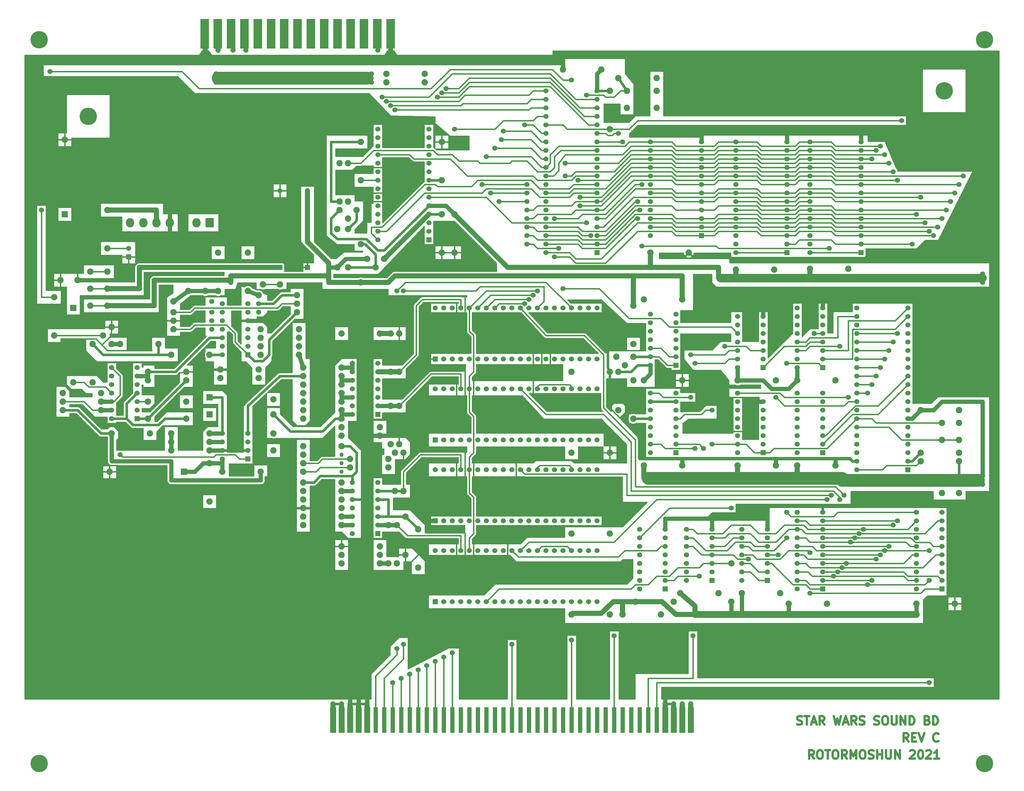
<source format=gbr>
G04 #@! TF.GenerationSoftware,KiCad,Pcbnew,(5.1.5)-3*
G04 #@! TF.CreationDate,2022-02-19T08:40:45-07:00*
G04 #@! TF.ProjectId,SwarsSound,53776172-7353-46f7-956e-642e6b696361,rev?*
G04 #@! TF.SameCoordinates,Original*
G04 #@! TF.FileFunction,Copper,L1,Top*
G04 #@! TF.FilePolarity,Positive*
%FSLAX46Y46*%
G04 Gerber Fmt 4.6, Leading zero omitted, Abs format (unit mm)*
G04 Created by KiCad (PCBNEW (5.1.5)-3) date 2022-02-19 08:40:45*
%MOMM*%
%LPD*%
G04 APERTURE LIST*
%ADD10C,0.635000*%
%ADD11C,1.905000*%
%ADD12C,1.524000*%
%ADD13R,1.524000X1.524000*%
%ADD14R,1.905000X1.905000*%
%ADD15C,5.207000*%
%ADD16R,2.540000X8.890000*%
%ADD17O,2.460000X2.800000*%
%ADD18O,2.460000X2.799999*%
%ADD19C,0.100000*%
%ADD20C,1.270000*%
%ADD21C,1.270000*%
%ADD22C,0.381000*%
%ADD23C,0.762000*%
%ADD24C,1.524000*%
%ADD25C,3.810000*%
%ADD26C,2.032000*%
%ADD27C,2.540000*%
%ADD28C,0.250000*%
%ADD29C,0.254000*%
G04 APERTURE END LIST*
D10*
X253879047Y-238639047D02*
X253032380Y-237429523D01*
X252427619Y-238639047D02*
X252427619Y-236099047D01*
X253395238Y-236099047D01*
X253637142Y-236220000D01*
X253758095Y-236340952D01*
X253879047Y-236582857D01*
X253879047Y-236945714D01*
X253758095Y-237187619D01*
X253637142Y-237308571D01*
X253395238Y-237429523D01*
X252427619Y-237429523D01*
X255451428Y-236099047D02*
X255935238Y-236099047D01*
X256177142Y-236220000D01*
X256419047Y-236461904D01*
X256540000Y-236945714D01*
X256540000Y-237792380D01*
X256419047Y-238276190D01*
X256177142Y-238518095D01*
X255935238Y-238639047D01*
X255451428Y-238639047D01*
X255209523Y-238518095D01*
X254967619Y-238276190D01*
X254846666Y-237792380D01*
X254846666Y-236945714D01*
X254967619Y-236461904D01*
X255209523Y-236220000D01*
X255451428Y-236099047D01*
X257265714Y-236099047D02*
X258717142Y-236099047D01*
X257991428Y-238639047D02*
X257991428Y-236099047D01*
X260047619Y-236099047D02*
X260531428Y-236099047D01*
X260773333Y-236220000D01*
X261015238Y-236461904D01*
X261136190Y-236945714D01*
X261136190Y-237792380D01*
X261015238Y-238276190D01*
X260773333Y-238518095D01*
X260531428Y-238639047D01*
X260047619Y-238639047D01*
X259805714Y-238518095D01*
X259563809Y-238276190D01*
X259442857Y-237792380D01*
X259442857Y-236945714D01*
X259563809Y-236461904D01*
X259805714Y-236220000D01*
X260047619Y-236099047D01*
X263676190Y-238639047D02*
X262829523Y-237429523D01*
X262224761Y-238639047D02*
X262224761Y-236099047D01*
X263192380Y-236099047D01*
X263434285Y-236220000D01*
X263555238Y-236340952D01*
X263676190Y-236582857D01*
X263676190Y-236945714D01*
X263555238Y-237187619D01*
X263434285Y-237308571D01*
X263192380Y-237429523D01*
X262224761Y-237429523D01*
X264764761Y-238639047D02*
X264764761Y-236099047D01*
X265611428Y-237913333D01*
X266458095Y-236099047D01*
X266458095Y-238639047D01*
X268151428Y-236099047D02*
X268635238Y-236099047D01*
X268877142Y-236220000D01*
X269119047Y-236461904D01*
X269240000Y-236945714D01*
X269240000Y-237792380D01*
X269119047Y-238276190D01*
X268877142Y-238518095D01*
X268635238Y-238639047D01*
X268151428Y-238639047D01*
X267909523Y-238518095D01*
X267667619Y-238276190D01*
X267546666Y-237792380D01*
X267546666Y-236945714D01*
X267667619Y-236461904D01*
X267909523Y-236220000D01*
X268151428Y-236099047D01*
X270207619Y-238518095D02*
X270570476Y-238639047D01*
X271175238Y-238639047D01*
X271417142Y-238518095D01*
X271538095Y-238397142D01*
X271659047Y-238155238D01*
X271659047Y-237913333D01*
X271538095Y-237671428D01*
X271417142Y-237550476D01*
X271175238Y-237429523D01*
X270691428Y-237308571D01*
X270449523Y-237187619D01*
X270328571Y-237066666D01*
X270207619Y-236824761D01*
X270207619Y-236582857D01*
X270328571Y-236340952D01*
X270449523Y-236220000D01*
X270691428Y-236099047D01*
X271296190Y-236099047D01*
X271659047Y-236220000D01*
X272747619Y-238639047D02*
X272747619Y-236099047D01*
X272747619Y-237308571D02*
X274199047Y-237308571D01*
X274199047Y-238639047D02*
X274199047Y-236099047D01*
X275408571Y-236099047D02*
X275408571Y-238155238D01*
X275529523Y-238397142D01*
X275650476Y-238518095D01*
X275892380Y-238639047D01*
X276376190Y-238639047D01*
X276618095Y-238518095D01*
X276739047Y-238397142D01*
X276860000Y-238155238D01*
X276860000Y-236099047D01*
X278069523Y-238639047D02*
X278069523Y-236099047D01*
X279520952Y-238639047D01*
X279520952Y-236099047D01*
X282544761Y-236340952D02*
X282665714Y-236220000D01*
X282907619Y-236099047D01*
X283512380Y-236099047D01*
X283754285Y-236220000D01*
X283875238Y-236340952D01*
X283996190Y-236582857D01*
X283996190Y-236824761D01*
X283875238Y-237187619D01*
X282423809Y-238639047D01*
X283996190Y-238639047D01*
X285568571Y-236099047D02*
X285810476Y-236099047D01*
X286052380Y-236220000D01*
X286173333Y-236340952D01*
X286294285Y-236582857D01*
X286415238Y-237066666D01*
X286415238Y-237671428D01*
X286294285Y-238155238D01*
X286173333Y-238397142D01*
X286052380Y-238518095D01*
X285810476Y-238639047D01*
X285568571Y-238639047D01*
X285326666Y-238518095D01*
X285205714Y-238397142D01*
X285084761Y-238155238D01*
X284963809Y-237671428D01*
X284963809Y-237066666D01*
X285084761Y-236582857D01*
X285205714Y-236340952D01*
X285326666Y-236220000D01*
X285568571Y-236099047D01*
X287382857Y-236340952D02*
X287503809Y-236220000D01*
X287745714Y-236099047D01*
X288350476Y-236099047D01*
X288592380Y-236220000D01*
X288713333Y-236340952D01*
X288834285Y-236582857D01*
X288834285Y-236824761D01*
X288713333Y-237187619D01*
X287261904Y-238639047D01*
X288834285Y-238639047D01*
X291253333Y-238639047D02*
X289801904Y-238639047D01*
X290527619Y-238639047D02*
X290527619Y-236099047D01*
X290285714Y-236461904D01*
X290043809Y-236703809D01*
X289801904Y-236824761D01*
X282060952Y-233559047D02*
X281214285Y-232349523D01*
X280609523Y-233559047D02*
X280609523Y-231019047D01*
X281577142Y-231019047D01*
X281819047Y-231140000D01*
X281940000Y-231260952D01*
X282060952Y-231502857D01*
X282060952Y-231865714D01*
X281940000Y-232107619D01*
X281819047Y-232228571D01*
X281577142Y-232349523D01*
X280609523Y-232349523D01*
X283149523Y-232228571D02*
X283996190Y-232228571D01*
X284359047Y-233559047D02*
X283149523Y-233559047D01*
X283149523Y-231019047D01*
X284359047Y-231019047D01*
X285084761Y-231019047D02*
X285931428Y-233559047D01*
X286778095Y-231019047D01*
X291011428Y-233317142D02*
X290890476Y-233438095D01*
X290527619Y-233559047D01*
X290285714Y-233559047D01*
X289922857Y-233438095D01*
X289680952Y-233196190D01*
X289560000Y-232954285D01*
X289439047Y-232470476D01*
X289439047Y-232107619D01*
X289560000Y-231623809D01*
X289680952Y-231381904D01*
X289922857Y-231140000D01*
X290285714Y-231019047D01*
X290527619Y-231019047D01*
X290890476Y-231140000D01*
X291011428Y-231260952D01*
X248889761Y-228358095D02*
X249252619Y-228479047D01*
X249857380Y-228479047D01*
X250099285Y-228358095D01*
X250220238Y-228237142D01*
X250341190Y-227995238D01*
X250341190Y-227753333D01*
X250220238Y-227511428D01*
X250099285Y-227390476D01*
X249857380Y-227269523D01*
X249373571Y-227148571D01*
X249131666Y-227027619D01*
X249010714Y-226906666D01*
X248889761Y-226664761D01*
X248889761Y-226422857D01*
X249010714Y-226180952D01*
X249131666Y-226060000D01*
X249373571Y-225939047D01*
X249978333Y-225939047D01*
X250341190Y-226060000D01*
X251066904Y-225939047D02*
X252518333Y-225939047D01*
X251792619Y-228479047D02*
X251792619Y-225939047D01*
X253244047Y-227753333D02*
X254453571Y-227753333D01*
X253002142Y-228479047D02*
X253848809Y-225939047D01*
X254695476Y-228479047D01*
X256993571Y-228479047D02*
X256146904Y-227269523D01*
X255542142Y-228479047D02*
X255542142Y-225939047D01*
X256509761Y-225939047D01*
X256751666Y-226060000D01*
X256872619Y-226180952D01*
X256993571Y-226422857D01*
X256993571Y-226785714D01*
X256872619Y-227027619D01*
X256751666Y-227148571D01*
X256509761Y-227269523D01*
X255542142Y-227269523D01*
X259775476Y-225939047D02*
X260380238Y-228479047D01*
X260864047Y-226664761D01*
X261347857Y-228479047D01*
X261952619Y-225939047D01*
X262799285Y-227753333D02*
X264008809Y-227753333D01*
X262557380Y-228479047D02*
X263404047Y-225939047D01*
X264250714Y-228479047D01*
X266548809Y-228479047D02*
X265702142Y-227269523D01*
X265097380Y-228479047D02*
X265097380Y-225939047D01*
X266065000Y-225939047D01*
X266306904Y-226060000D01*
X266427857Y-226180952D01*
X266548809Y-226422857D01*
X266548809Y-226785714D01*
X266427857Y-227027619D01*
X266306904Y-227148571D01*
X266065000Y-227269523D01*
X265097380Y-227269523D01*
X267516428Y-228358095D02*
X267879285Y-228479047D01*
X268484047Y-228479047D01*
X268725952Y-228358095D01*
X268846904Y-228237142D01*
X268967857Y-227995238D01*
X268967857Y-227753333D01*
X268846904Y-227511428D01*
X268725952Y-227390476D01*
X268484047Y-227269523D01*
X268000238Y-227148571D01*
X267758333Y-227027619D01*
X267637380Y-226906666D01*
X267516428Y-226664761D01*
X267516428Y-226422857D01*
X267637380Y-226180952D01*
X267758333Y-226060000D01*
X268000238Y-225939047D01*
X268605000Y-225939047D01*
X268967857Y-226060000D01*
X271870714Y-228358095D02*
X272233571Y-228479047D01*
X272838333Y-228479047D01*
X273080238Y-228358095D01*
X273201190Y-228237142D01*
X273322142Y-227995238D01*
X273322142Y-227753333D01*
X273201190Y-227511428D01*
X273080238Y-227390476D01*
X272838333Y-227269523D01*
X272354523Y-227148571D01*
X272112619Y-227027619D01*
X271991666Y-226906666D01*
X271870714Y-226664761D01*
X271870714Y-226422857D01*
X271991666Y-226180952D01*
X272112619Y-226060000D01*
X272354523Y-225939047D01*
X272959285Y-225939047D01*
X273322142Y-226060000D01*
X274894523Y-225939047D02*
X275378333Y-225939047D01*
X275620238Y-226060000D01*
X275862142Y-226301904D01*
X275983095Y-226785714D01*
X275983095Y-227632380D01*
X275862142Y-228116190D01*
X275620238Y-228358095D01*
X275378333Y-228479047D01*
X274894523Y-228479047D01*
X274652619Y-228358095D01*
X274410714Y-228116190D01*
X274289761Y-227632380D01*
X274289761Y-226785714D01*
X274410714Y-226301904D01*
X274652619Y-226060000D01*
X274894523Y-225939047D01*
X277071666Y-225939047D02*
X277071666Y-227995238D01*
X277192619Y-228237142D01*
X277313571Y-228358095D01*
X277555476Y-228479047D01*
X278039285Y-228479047D01*
X278281190Y-228358095D01*
X278402142Y-228237142D01*
X278523095Y-227995238D01*
X278523095Y-225939047D01*
X279732619Y-228479047D02*
X279732619Y-225939047D01*
X281184047Y-228479047D01*
X281184047Y-225939047D01*
X282393571Y-228479047D02*
X282393571Y-225939047D01*
X282998333Y-225939047D01*
X283361190Y-226060000D01*
X283603095Y-226301904D01*
X283724047Y-226543809D01*
X283845000Y-227027619D01*
X283845000Y-227390476D01*
X283724047Y-227874285D01*
X283603095Y-228116190D01*
X283361190Y-228358095D01*
X282998333Y-228479047D01*
X282393571Y-228479047D01*
X287715476Y-227148571D02*
X288078333Y-227269523D01*
X288199285Y-227390476D01*
X288320238Y-227632380D01*
X288320238Y-227995238D01*
X288199285Y-228237142D01*
X288078333Y-228358095D01*
X287836428Y-228479047D01*
X286868809Y-228479047D01*
X286868809Y-225939047D01*
X287715476Y-225939047D01*
X287957380Y-226060000D01*
X288078333Y-226180952D01*
X288199285Y-226422857D01*
X288199285Y-226664761D01*
X288078333Y-226906666D01*
X287957380Y-227027619D01*
X287715476Y-227148571D01*
X286868809Y-227148571D01*
X289408809Y-228479047D02*
X289408809Y-225939047D01*
X290013571Y-225939047D01*
X290376428Y-226060000D01*
X290618333Y-226301904D01*
X290739285Y-226543809D01*
X290860238Y-227027619D01*
X290860238Y-227390476D01*
X290739285Y-227874285D01*
X290618333Y-228116190D01*
X290376428Y-228358095D01*
X290013571Y-228479047D01*
X289408809Y-228479047D01*
D11*
X72390000Y-99060000D03*
X67310000Y-99060000D03*
X94615000Y-97155000D03*
X89535000Y-97155000D03*
X92710000Y-141605000D03*
X92710000Y-146685000D03*
X297180000Y-159385000D03*
X292100000Y-159385000D03*
X297180000Y-143510000D03*
X292100000Y-143510000D03*
X297180000Y-138430000D03*
X292100000Y-138430000D03*
X207010000Y-39370000D03*
X207010000Y-44450000D03*
X198120000Y-39370000D03*
X198120000Y-44450000D03*
X43180000Y-103505000D03*
X38100000Y-103505000D03*
X43180000Y-98425000D03*
X38100000Y-98425000D03*
X34290000Y-95885000D03*
X29210000Y-95885000D03*
X43180000Y-93345000D03*
X38100000Y-93345000D03*
D12*
X231140000Y-121920000D03*
X231140000Y-119380000D03*
X231140000Y-116840000D03*
X231140000Y-114300000D03*
X231140000Y-111760000D03*
X231140000Y-109220000D03*
X231140000Y-106680000D03*
X238760000Y-106680000D03*
X238760000Y-109220000D03*
X238760000Y-111760000D03*
X238760000Y-119380000D03*
D13*
X238760000Y-121920000D03*
D12*
X238760000Y-116840000D03*
X238760000Y-114300000D03*
X123825000Y-83820000D03*
X123825000Y-81280000D03*
X123825000Y-78740000D03*
X123825000Y-76200000D03*
X139065000Y-53340000D03*
X123825000Y-53340000D03*
X123825000Y-55880000D03*
X123825000Y-58420000D03*
X139065000Y-60960000D03*
X139065000Y-76200000D03*
X139065000Y-58420000D03*
X139065000Y-55880000D03*
X139065000Y-50800000D03*
X123825000Y-60960000D03*
X123825000Y-63500000D03*
X123825000Y-66040000D03*
X139065000Y-73660000D03*
X139065000Y-63500000D03*
D13*
X139065000Y-83820000D03*
D12*
X139065000Y-66040000D03*
X139065000Y-78740000D03*
X139065000Y-71120000D03*
X123825000Y-50800000D03*
X139065000Y-81280000D03*
X139065000Y-68580000D03*
X123825000Y-73660000D03*
X123825000Y-68580000D03*
X123825000Y-71120000D03*
D11*
X120650000Y-89535000D03*
X123190000Y-92075000D03*
X125730000Y-89535000D03*
D12*
X215900000Y-185420000D03*
X215900000Y-182880000D03*
X215900000Y-180340000D03*
X215900000Y-177800000D03*
X215900000Y-175260000D03*
X215900000Y-172720000D03*
X215900000Y-170180000D03*
X223520000Y-170180000D03*
X223520000Y-172720000D03*
X223520000Y-175260000D03*
X223520000Y-182880000D03*
D13*
X223520000Y-185420000D03*
D12*
X223520000Y-180340000D03*
X223520000Y-177800000D03*
X248920000Y-147320000D03*
X248920000Y-144780000D03*
X248920000Y-142240000D03*
X248920000Y-139700000D03*
X248920000Y-137160000D03*
X248920000Y-134620000D03*
X248920000Y-132080000D03*
X248920000Y-129540000D03*
X256540000Y-129540000D03*
X256540000Y-132080000D03*
X256540000Y-134620000D03*
X256540000Y-137160000D03*
D13*
X256540000Y-147320000D03*
D12*
X256540000Y-144780000D03*
X256540000Y-142240000D03*
X256540000Y-139700000D03*
X248920000Y-187960000D03*
X248920000Y-185420000D03*
X248920000Y-182880000D03*
X248920000Y-180340000D03*
X248920000Y-177800000D03*
X248920000Y-175260000D03*
X248920000Y-172720000D03*
X248920000Y-170180000D03*
X248920000Y-167640000D03*
X248920000Y-165100000D03*
X256540000Y-165100000D03*
X256540000Y-167640000D03*
X256540000Y-170180000D03*
X256540000Y-172720000D03*
X256540000Y-175260000D03*
X256540000Y-177800000D03*
X256540000Y-180340000D03*
X256540000Y-182880000D03*
X256540000Y-185420000D03*
D13*
X256540000Y-187960000D03*
D11*
X66675000Y-123190000D03*
X55245000Y-123190000D03*
D13*
X94615000Y-92075000D03*
D12*
X94615000Y-69215000D03*
D14*
X73660000Y-135890000D03*
D11*
X92710000Y-135890000D03*
X92710000Y-131445000D03*
D14*
X73660000Y-130810000D03*
D12*
X49530000Y-86360000D03*
D13*
X49530000Y-88900000D03*
D11*
X43180000Y-86360000D03*
X43180000Y-74930000D03*
D15*
X292735000Y-39370000D03*
X37465000Y-46990000D03*
X304800000Y-24130000D03*
X22860000Y-24130000D03*
X304800000Y-240030000D03*
X22860000Y-240030000D03*
D16*
X72161400Y-22352000D03*
X76123800Y-22352000D03*
X80086200Y-22352000D03*
X84048600Y-22352000D03*
X88011000Y-22352000D03*
X91973400Y-22352000D03*
X95935800Y-22352000D03*
X99898200Y-22352000D03*
X103860600Y-22352000D03*
X107823000Y-22352000D03*
X111785400Y-22352000D03*
X115747800Y-22352000D03*
X119710200Y-22352000D03*
X123672600Y-22352000D03*
X127635000Y-22352000D03*
D11*
X76200000Y-99060000D03*
X76200000Y-87630000D03*
D12*
X74295000Y-102235000D03*
D11*
X62865000Y-102235000D03*
D12*
X74295000Y-107950000D03*
D11*
X62865000Y-107950000D03*
X62865000Y-110490000D03*
D12*
X74295000Y-110490000D03*
D11*
X62865000Y-105410000D03*
D12*
X74295000Y-105410000D03*
D11*
X85090000Y-99060000D03*
X85090000Y-87630000D03*
X99695000Y-100330000D03*
X88265000Y-100330000D03*
X99695000Y-102870000D03*
D12*
X88265000Y-102870000D03*
D11*
X99695000Y-105410000D03*
D12*
X88265000Y-105410000D03*
D11*
X100330000Y-113030000D03*
X88900000Y-113030000D03*
X113030000Y-121920000D03*
X101600000Y-121920000D03*
X113030000Y-127000000D03*
X101600000Y-127000000D03*
X77470000Y-153035000D03*
X88900000Y-153035000D03*
X62230000Y-141605000D03*
X73660000Y-141605000D03*
X62230000Y-146685000D03*
X73660000Y-146685000D03*
X73660000Y-144145000D03*
X62230000Y-144145000D03*
X101600000Y-132080000D03*
X113030000Y-132080000D03*
X113030000Y-145415000D03*
X101600000Y-145415000D03*
X38735000Y-114935000D03*
X38735000Y-126365000D03*
X27305000Y-100965000D03*
X27305000Y-112395000D03*
X58420000Y-114935000D03*
X46990000Y-114935000D03*
X73660000Y-118110000D03*
X62230000Y-118110000D03*
X29845000Y-132080000D03*
X41275000Y-132080000D03*
X29845000Y-134620000D03*
X41275000Y-134620000D03*
X66675000Y-125730000D03*
X55245000Y-125730000D03*
X66675000Y-137160000D03*
X55245000Y-137160000D03*
X113030000Y-156210000D03*
X101600000Y-156210000D03*
X113030000Y-168910000D03*
X101600000Y-168910000D03*
X113030000Y-163830000D03*
X101600000Y-163830000D03*
X124460000Y-111760000D03*
X113030000Y-111760000D03*
X127635000Y-123190000D03*
X127635000Y-111760000D03*
X127000000Y-149225000D03*
X115570000Y-149225000D03*
X127635000Y-133350000D03*
X127635000Y-144780000D03*
X127000000Y-151765000D03*
X115570000Y-151765000D03*
X128905000Y-158750000D03*
X128905000Y-147320000D03*
X124460000Y-180340000D03*
X113030000Y-180340000D03*
X127000000Y-168910000D03*
X127000000Y-180340000D03*
X135890000Y-170180000D03*
X135890000Y-181610000D03*
X142875000Y-66040000D03*
X142875000Y-54610000D03*
X118745000Y-54610000D03*
X118745000Y-66040000D03*
X118745000Y-96520000D03*
X118745000Y-85090000D03*
X114935000Y-92075000D03*
X114935000Y-80645000D03*
X112395000Y-72390000D03*
X112395000Y-60960000D03*
X114935000Y-72390000D03*
X114935000Y-60960000D03*
X200025000Y-103505000D03*
X200025000Y-114935000D03*
X195580000Y-134620000D03*
X195580000Y-123190000D03*
X200025000Y-125730000D03*
X200025000Y-137160000D03*
X126365000Y-36830000D03*
X137795000Y-36830000D03*
X126365000Y-34290000D03*
X137795000Y-34290000D03*
X195580000Y-35560000D03*
X207010000Y-35560000D03*
X193040000Y-50800000D03*
X193040000Y-39370000D03*
X208280000Y-195580000D03*
X196850000Y-195580000D03*
X285750000Y-149860000D03*
X297180000Y-149860000D03*
X285750000Y-147320000D03*
X297180000Y-147320000D03*
X229235000Y-180340000D03*
X229235000Y-191770000D03*
X117475000Y-74930000D03*
X114935000Y-77470000D03*
X112395000Y-74930000D03*
X200025000Y-118745000D03*
X197485000Y-121285000D03*
X194945000Y-118745000D03*
D17*
X69700000Y-78740000D03*
D18*
X49895760Y-78740000D03*
X53858160Y-78740000D03*
D17*
X57820000Y-78740000D03*
G04 #@! TA.AperFunction,ComponentPad*
D19*
G36*
X74664505Y-77341204D02*
G01*
X74688773Y-77344804D01*
X74712572Y-77350765D01*
X74735671Y-77359030D01*
X74757850Y-77369520D01*
X74778893Y-77382132D01*
X74798599Y-77396747D01*
X74816777Y-77413223D01*
X74833253Y-77431401D01*
X74847868Y-77451107D01*
X74860480Y-77472150D01*
X74870970Y-77494329D01*
X74879235Y-77517428D01*
X74885196Y-77541227D01*
X74888796Y-77565495D01*
X74890000Y-77589999D01*
X74890000Y-79890001D01*
X74888796Y-79914505D01*
X74885196Y-79938773D01*
X74879235Y-79962572D01*
X74870970Y-79985671D01*
X74860480Y-80007850D01*
X74847868Y-80028893D01*
X74833253Y-80048599D01*
X74816777Y-80066777D01*
X74798599Y-80083253D01*
X74778893Y-80097868D01*
X74757850Y-80110480D01*
X74735671Y-80120970D01*
X74712572Y-80129235D01*
X74688773Y-80135196D01*
X74664505Y-80138796D01*
X74640001Y-80140000D01*
X72679999Y-80140000D01*
X72655495Y-80138796D01*
X72631227Y-80135196D01*
X72607428Y-80129235D01*
X72584329Y-80120970D01*
X72562150Y-80110480D01*
X72541107Y-80097868D01*
X72521401Y-80083253D01*
X72503223Y-80066777D01*
X72486747Y-80048599D01*
X72472132Y-80028893D01*
X72459520Y-80007850D01*
X72449030Y-79985671D01*
X72440765Y-79962572D01*
X72434804Y-79938773D01*
X72431204Y-79914505D01*
X72430000Y-79890001D01*
X72430000Y-77589999D01*
X72431204Y-77565495D01*
X72434804Y-77541227D01*
X72440765Y-77517428D01*
X72449030Y-77494329D01*
X72459520Y-77472150D01*
X72472132Y-77451107D01*
X72486747Y-77431401D01*
X72503223Y-77413223D01*
X72521401Y-77396747D01*
X72541107Y-77382132D01*
X72562150Y-77369520D01*
X72584329Y-77359030D01*
X72607428Y-77350765D01*
X72631227Y-77344804D01*
X72655495Y-77341204D01*
X72679999Y-77340000D01*
X74640001Y-77340000D01*
X74664505Y-77341204D01*
G37*
G04 #@! TD.AperFunction*
D17*
X61780000Y-78740000D03*
G04 #@! TA.AperFunction,ConnectorPad*
D19*
G36*
X111379000Y-223266000D02*
G01*
X111379000Y-230886000D01*
X109601000Y-230886000D01*
X109601000Y-223266000D01*
X111379000Y-223266000D01*
G37*
G04 #@! TD.AperFunction*
G04 #@! TA.AperFunction,ConnectorPad*
G36*
X113919000Y-223266000D02*
G01*
X113919000Y-230886000D01*
X112141000Y-230886000D01*
X112141000Y-223266000D01*
X113919000Y-223266000D01*
G37*
G04 #@! TD.AperFunction*
G04 #@! TA.AperFunction,ConnectorPad*
G36*
X116459000Y-223266000D02*
G01*
X116459000Y-230886000D01*
X114681000Y-230886000D01*
X114681000Y-223266000D01*
X116459000Y-223266000D01*
G37*
G04 #@! TD.AperFunction*
G04 #@! TA.AperFunction,ConnectorPad*
G36*
X118999000Y-223266000D02*
G01*
X118999000Y-230886000D01*
X117221000Y-230886000D01*
X117221000Y-223266000D01*
X118999000Y-223266000D01*
G37*
G04 #@! TD.AperFunction*
G04 #@! TA.AperFunction,ConnectorPad*
G36*
X121539000Y-223266000D02*
G01*
X121539000Y-230886000D01*
X119761000Y-230886000D01*
X119761000Y-223266000D01*
X121539000Y-223266000D01*
G37*
G04 #@! TD.AperFunction*
G04 #@! TA.AperFunction,ConnectorPad*
G36*
X123825000Y-223266000D02*
G01*
X123825000Y-230886000D01*
X122555000Y-230886000D01*
X122555000Y-223266000D01*
X123825000Y-223266000D01*
G37*
G04 #@! TD.AperFunction*
G04 #@! TA.AperFunction,ConnectorPad*
G36*
X126365000Y-223266000D02*
G01*
X126365000Y-230886000D01*
X125095000Y-230886000D01*
X125095000Y-223266000D01*
X126365000Y-223266000D01*
G37*
G04 #@! TD.AperFunction*
G04 #@! TA.AperFunction,ConnectorPad*
G36*
X128905000Y-223266000D02*
G01*
X128905000Y-230886000D01*
X127635000Y-230886000D01*
X127635000Y-223266000D01*
X128905000Y-223266000D01*
G37*
G04 #@! TD.AperFunction*
G04 #@! TA.AperFunction,ConnectorPad*
G36*
X131445000Y-223266000D02*
G01*
X131445000Y-230886000D01*
X130175000Y-230886000D01*
X130175000Y-223266000D01*
X131445000Y-223266000D01*
G37*
G04 #@! TD.AperFunction*
G04 #@! TA.AperFunction,ConnectorPad*
G36*
X133985000Y-223266000D02*
G01*
X133985000Y-230886000D01*
X132715000Y-230886000D01*
X132715000Y-223266000D01*
X133985000Y-223266000D01*
G37*
G04 #@! TD.AperFunction*
G04 #@! TA.AperFunction,ConnectorPad*
G36*
X136525000Y-223266000D02*
G01*
X136525000Y-230886000D01*
X135255000Y-230886000D01*
X135255000Y-223266000D01*
X136525000Y-223266000D01*
G37*
G04 #@! TD.AperFunction*
G04 #@! TA.AperFunction,ConnectorPad*
G36*
X139065000Y-223266000D02*
G01*
X139065000Y-230886000D01*
X137795000Y-230886000D01*
X137795000Y-223266000D01*
X139065000Y-223266000D01*
G37*
G04 #@! TD.AperFunction*
G04 #@! TA.AperFunction,ConnectorPad*
G36*
X141605000Y-223266000D02*
G01*
X141605000Y-230886000D01*
X140335000Y-230886000D01*
X140335000Y-223266000D01*
X141605000Y-223266000D01*
G37*
G04 #@! TD.AperFunction*
G04 #@! TA.AperFunction,ConnectorPad*
G36*
X144145000Y-223266000D02*
G01*
X144145000Y-230886000D01*
X142875000Y-230886000D01*
X142875000Y-223266000D01*
X144145000Y-223266000D01*
G37*
G04 #@! TD.AperFunction*
G04 #@! TA.AperFunction,ConnectorPad*
G36*
X146685000Y-223266000D02*
G01*
X146685000Y-230886000D01*
X145415000Y-230886000D01*
X145415000Y-223266000D01*
X146685000Y-223266000D01*
G37*
G04 #@! TD.AperFunction*
G04 #@! TA.AperFunction,ConnectorPad*
G36*
X149225000Y-223266000D02*
G01*
X149225000Y-230886000D01*
X147955000Y-230886000D01*
X147955000Y-223266000D01*
X149225000Y-223266000D01*
G37*
G04 #@! TD.AperFunction*
G04 #@! TA.AperFunction,ConnectorPad*
G36*
X151765000Y-223266000D02*
G01*
X151765000Y-230886000D01*
X150495000Y-230886000D01*
X150495000Y-223266000D01*
X151765000Y-223266000D01*
G37*
G04 #@! TD.AperFunction*
G04 #@! TA.AperFunction,ConnectorPad*
G36*
X154305000Y-223266000D02*
G01*
X154305000Y-230886000D01*
X153035000Y-230886000D01*
X153035000Y-223266000D01*
X154305000Y-223266000D01*
G37*
G04 #@! TD.AperFunction*
G04 #@! TA.AperFunction,ConnectorPad*
G36*
X156845000Y-223266000D02*
G01*
X156845000Y-230886000D01*
X155575000Y-230886000D01*
X155575000Y-223266000D01*
X156845000Y-223266000D01*
G37*
G04 #@! TD.AperFunction*
G04 #@! TA.AperFunction,ConnectorPad*
G36*
X159385000Y-223266000D02*
G01*
X159385000Y-230886000D01*
X158115000Y-230886000D01*
X158115000Y-223266000D01*
X159385000Y-223266000D01*
G37*
G04 #@! TD.AperFunction*
G04 #@! TA.AperFunction,ConnectorPad*
G36*
X161925000Y-223266000D02*
G01*
X161925000Y-230886000D01*
X160655000Y-230886000D01*
X160655000Y-223266000D01*
X161925000Y-223266000D01*
G37*
G04 #@! TD.AperFunction*
G04 #@! TA.AperFunction,ConnectorPad*
G36*
X164465000Y-223266000D02*
G01*
X164465000Y-230886000D01*
X163195000Y-230886000D01*
X163195000Y-223266000D01*
X164465000Y-223266000D01*
G37*
G04 #@! TD.AperFunction*
G04 #@! TA.AperFunction,ConnectorPad*
G36*
X167005000Y-223266000D02*
G01*
X167005000Y-230886000D01*
X165735000Y-230886000D01*
X165735000Y-223266000D01*
X167005000Y-223266000D01*
G37*
G04 #@! TD.AperFunction*
G04 #@! TA.AperFunction,ConnectorPad*
G36*
X169545000Y-223266000D02*
G01*
X169545000Y-230886000D01*
X168275000Y-230886000D01*
X168275000Y-223266000D01*
X169545000Y-223266000D01*
G37*
G04 #@! TD.AperFunction*
G04 #@! TA.AperFunction,ConnectorPad*
G36*
X172085000Y-223266000D02*
G01*
X172085000Y-230886000D01*
X170815000Y-230886000D01*
X170815000Y-223266000D01*
X172085000Y-223266000D01*
G37*
G04 #@! TD.AperFunction*
G04 #@! TA.AperFunction,ConnectorPad*
G36*
X200025000Y-223266000D02*
G01*
X200025000Y-230886000D01*
X198755000Y-230886000D01*
X198755000Y-223266000D01*
X200025000Y-223266000D01*
G37*
G04 #@! TD.AperFunction*
G04 #@! TA.AperFunction,ConnectorPad*
G36*
X197485000Y-223266000D02*
G01*
X197485000Y-230886000D01*
X196215000Y-230886000D01*
X196215000Y-223266000D01*
X197485000Y-223266000D01*
G37*
G04 #@! TD.AperFunction*
G04 #@! TA.AperFunction,ConnectorPad*
G36*
X194945000Y-223266000D02*
G01*
X194945000Y-230886000D01*
X193675000Y-230886000D01*
X193675000Y-223266000D01*
X194945000Y-223266000D01*
G37*
G04 #@! TD.AperFunction*
G04 #@! TA.AperFunction,ConnectorPad*
G36*
X192405000Y-223266000D02*
G01*
X192405000Y-230886000D01*
X191135000Y-230886000D01*
X191135000Y-223266000D01*
X192405000Y-223266000D01*
G37*
G04 #@! TD.AperFunction*
G04 #@! TA.AperFunction,ConnectorPad*
G36*
X189865000Y-223266000D02*
G01*
X189865000Y-230886000D01*
X188595000Y-230886000D01*
X188595000Y-223266000D01*
X189865000Y-223266000D01*
G37*
G04 #@! TD.AperFunction*
G04 #@! TA.AperFunction,ConnectorPad*
G36*
X187325000Y-223266000D02*
G01*
X187325000Y-230886000D01*
X186055000Y-230886000D01*
X186055000Y-223266000D01*
X187325000Y-223266000D01*
G37*
G04 #@! TD.AperFunction*
G04 #@! TA.AperFunction,ConnectorPad*
G36*
X184785000Y-223266000D02*
G01*
X184785000Y-230886000D01*
X183515000Y-230886000D01*
X183515000Y-223266000D01*
X184785000Y-223266000D01*
G37*
G04 #@! TD.AperFunction*
G04 #@! TA.AperFunction,ConnectorPad*
G36*
X182245000Y-223266000D02*
G01*
X182245000Y-230886000D01*
X180975000Y-230886000D01*
X180975000Y-223266000D01*
X182245000Y-223266000D01*
G37*
G04 #@! TD.AperFunction*
G04 #@! TA.AperFunction,ConnectorPad*
G36*
X179705000Y-223266000D02*
G01*
X179705000Y-230886000D01*
X178435000Y-230886000D01*
X178435000Y-223266000D01*
X179705000Y-223266000D01*
G37*
G04 #@! TD.AperFunction*
G04 #@! TA.AperFunction,ConnectorPad*
G36*
X177165000Y-223266000D02*
G01*
X177165000Y-230886000D01*
X175895000Y-230886000D01*
X175895000Y-223266000D01*
X177165000Y-223266000D01*
G37*
G04 #@! TD.AperFunction*
G04 #@! TA.AperFunction,ConnectorPad*
G36*
X174625000Y-223266000D02*
G01*
X174625000Y-230886000D01*
X173355000Y-230886000D01*
X173355000Y-223266000D01*
X174625000Y-223266000D01*
G37*
G04 #@! TD.AperFunction*
G04 #@! TA.AperFunction,ConnectorPad*
G36*
X202565000Y-223266000D02*
G01*
X202565000Y-230886000D01*
X201295000Y-230886000D01*
X201295000Y-223266000D01*
X202565000Y-223266000D01*
G37*
G04 #@! TD.AperFunction*
G04 #@! TA.AperFunction,ConnectorPad*
G36*
X205105000Y-223266000D02*
G01*
X205105000Y-230886000D01*
X203835000Y-230886000D01*
X203835000Y-223266000D01*
X205105000Y-223266000D01*
G37*
G04 #@! TD.AperFunction*
G04 #@! TA.AperFunction,ConnectorPad*
G36*
X207645000Y-223266000D02*
G01*
X207645000Y-230886000D01*
X206375000Y-230886000D01*
X206375000Y-223266000D01*
X207645000Y-223266000D01*
G37*
G04 #@! TD.AperFunction*
G04 #@! TA.AperFunction,ConnectorPad*
G36*
X210439000Y-223266000D02*
G01*
X210439000Y-230886000D01*
X208661000Y-230886000D01*
X208661000Y-223266000D01*
X210439000Y-223266000D01*
G37*
G04 #@! TD.AperFunction*
G04 #@! TA.AperFunction,ConnectorPad*
G36*
X212979000Y-223266000D02*
G01*
X212979000Y-230886000D01*
X211201000Y-230886000D01*
X211201000Y-223266000D01*
X212979000Y-223266000D01*
G37*
G04 #@! TD.AperFunction*
G04 #@! TA.AperFunction,ConnectorPad*
G36*
X215519000Y-223266000D02*
G01*
X215519000Y-230886000D01*
X213741000Y-230886000D01*
X213741000Y-223266000D01*
X215519000Y-223266000D01*
G37*
G04 #@! TD.AperFunction*
G04 #@! TA.AperFunction,ConnectorPad*
G36*
X218059000Y-223266000D02*
G01*
X218059000Y-230886000D01*
X216281000Y-230886000D01*
X216281000Y-223266000D01*
X218059000Y-223266000D01*
G37*
G04 #@! TD.AperFunction*
D12*
X284480000Y-187960000D03*
X284480000Y-185420000D03*
X284480000Y-182880000D03*
X284480000Y-180340000D03*
X284480000Y-177800000D03*
X284480000Y-175260000D03*
X284480000Y-172720000D03*
X284480000Y-170180000D03*
X284480000Y-167640000D03*
X284480000Y-165100000D03*
X292100000Y-165100000D03*
X292100000Y-167640000D03*
X292100000Y-170180000D03*
X292100000Y-172720000D03*
X292100000Y-175260000D03*
X292100000Y-177800000D03*
X292100000Y-180340000D03*
X292100000Y-182880000D03*
X292100000Y-185420000D03*
D13*
X292100000Y-187960000D03*
D12*
X266700000Y-152400000D03*
X266700000Y-149860000D03*
X266700000Y-147320000D03*
X266700000Y-144780000D03*
X266700000Y-142240000D03*
X266700000Y-139700000D03*
X266700000Y-137160000D03*
X266700000Y-134620000D03*
X266700000Y-132080000D03*
X266700000Y-129540000D03*
X266700000Y-127000000D03*
X266700000Y-124460000D03*
X281940000Y-124460000D03*
X281940000Y-127000000D03*
X281940000Y-129540000D03*
X281940000Y-132080000D03*
X281940000Y-134620000D03*
X281940000Y-137160000D03*
X281940000Y-139700000D03*
X281940000Y-142240000D03*
X281940000Y-144780000D03*
X281940000Y-147320000D03*
X281940000Y-149860000D03*
D13*
X281940000Y-152400000D03*
D12*
X281940000Y-121920000D03*
X281940000Y-119380000D03*
X281940000Y-116840000D03*
X281940000Y-114300000D03*
X281940000Y-111760000D03*
X281940000Y-109220000D03*
X281940000Y-106680000D03*
X281940000Y-104140000D03*
X266700000Y-104140000D03*
X266700000Y-106680000D03*
X266700000Y-109220000D03*
X266700000Y-111760000D03*
X266700000Y-114300000D03*
X266700000Y-116840000D03*
X266700000Y-119380000D03*
X266700000Y-121920000D03*
X252730000Y-87630000D03*
X252730000Y-85090000D03*
X252730000Y-82550000D03*
X252730000Y-80010000D03*
X267970000Y-57150000D03*
X252730000Y-57150000D03*
X252730000Y-59690000D03*
X252730000Y-62230000D03*
X267970000Y-64770000D03*
X267970000Y-80010000D03*
X267970000Y-62230000D03*
X267970000Y-59690000D03*
X267970000Y-54610000D03*
X252730000Y-64770000D03*
X252730000Y-67310000D03*
X252730000Y-69850000D03*
X267970000Y-77470000D03*
X267970000Y-67310000D03*
D13*
X267970000Y-87630000D03*
D12*
X267970000Y-69850000D03*
X267970000Y-82550000D03*
X267970000Y-74930000D03*
X252730000Y-54610000D03*
X267970000Y-85090000D03*
X267970000Y-72390000D03*
X252730000Y-77470000D03*
X252730000Y-72390000D03*
X252730000Y-74930000D03*
X248920000Y-121920000D03*
X248920000Y-119380000D03*
X248920000Y-116840000D03*
X248920000Y-114300000D03*
X248920000Y-111760000D03*
X248920000Y-109220000D03*
X248920000Y-106680000D03*
X248920000Y-104140000D03*
X256540000Y-104140000D03*
X256540000Y-106680000D03*
X256540000Y-109220000D03*
X256540000Y-111760000D03*
D13*
X256540000Y-121920000D03*
D12*
X256540000Y-119380000D03*
X256540000Y-116840000D03*
X256540000Y-114300000D03*
X232410000Y-185420000D03*
X232410000Y-182880000D03*
X232410000Y-180340000D03*
X232410000Y-177800000D03*
X232410000Y-175260000D03*
X232410000Y-172720000D03*
X232410000Y-170180000D03*
X240030000Y-170180000D03*
X240030000Y-172720000D03*
X240030000Y-175260000D03*
X240030000Y-182880000D03*
D13*
X240030000Y-185420000D03*
D12*
X240030000Y-180340000D03*
X240030000Y-177800000D03*
X231140000Y-147320000D03*
X231140000Y-144780000D03*
X231140000Y-142240000D03*
X231140000Y-139700000D03*
X231140000Y-137160000D03*
X231140000Y-134620000D03*
X231140000Y-132080000D03*
X238760000Y-132080000D03*
X238760000Y-134620000D03*
X238760000Y-137160000D03*
X238760000Y-144780000D03*
D13*
X238760000Y-147320000D03*
D12*
X238760000Y-142240000D03*
X238760000Y-139700000D03*
X230632000Y-87630000D03*
X230632000Y-85090000D03*
X230632000Y-82550000D03*
X230632000Y-80010000D03*
X245872000Y-57150000D03*
X230632000Y-57150000D03*
X230632000Y-59690000D03*
X230632000Y-62230000D03*
X245872000Y-64770000D03*
X245872000Y-80010000D03*
X245872000Y-62230000D03*
X245872000Y-59690000D03*
X245872000Y-54610000D03*
X230632000Y-64770000D03*
X230632000Y-67310000D03*
X230632000Y-69850000D03*
X245872000Y-77470000D03*
X245872000Y-67310000D03*
D13*
X245872000Y-87630000D03*
D12*
X245872000Y-69850000D03*
X245872000Y-82550000D03*
X245872000Y-74930000D03*
X230632000Y-54610000D03*
X245872000Y-85090000D03*
X245872000Y-72390000D03*
X230632000Y-77470000D03*
X230632000Y-72390000D03*
X230632000Y-74930000D03*
X205105000Y-82550000D03*
X205105000Y-80010000D03*
X205105000Y-77470000D03*
X205105000Y-74930000D03*
X205105000Y-72390000D03*
X205105000Y-69850000D03*
X205105000Y-67310000D03*
X205105000Y-64770000D03*
X205105000Y-62230000D03*
X205105000Y-59690000D03*
X205105000Y-57150000D03*
X205105000Y-54610000D03*
X220345000Y-54610000D03*
X220345000Y-57150000D03*
X220345000Y-59690000D03*
X220345000Y-62230000D03*
X220345000Y-64770000D03*
X220345000Y-67310000D03*
X220345000Y-69850000D03*
X220345000Y-72390000D03*
X220345000Y-74930000D03*
X220345000Y-77470000D03*
X220345000Y-80010000D03*
D13*
X220345000Y-82550000D03*
D12*
X201930000Y-187960000D03*
X201930000Y-185420000D03*
X201930000Y-182880000D03*
X201930000Y-180340000D03*
X201930000Y-177800000D03*
X201930000Y-175260000D03*
X201930000Y-172720000D03*
X201930000Y-170180000D03*
X209550000Y-170180000D03*
X209550000Y-172720000D03*
X209550000Y-175260000D03*
X209550000Y-177800000D03*
D13*
X209550000Y-187960000D03*
D12*
X209550000Y-185420000D03*
X209550000Y-182880000D03*
X209550000Y-180340000D03*
X205105000Y-147320000D03*
X205105000Y-144780000D03*
X205105000Y-142240000D03*
X205105000Y-139700000D03*
X205105000Y-137160000D03*
X205105000Y-134620000D03*
X205105000Y-132080000D03*
X205105000Y-129540000D03*
X212725000Y-129540000D03*
X212725000Y-132080000D03*
X212725000Y-134620000D03*
X212725000Y-137160000D03*
D13*
X212725000Y-147320000D03*
D12*
X212725000Y-144780000D03*
X212725000Y-142240000D03*
X212725000Y-139700000D03*
X205105000Y-121285000D03*
X205105000Y-118745000D03*
X205105000Y-116205000D03*
X205105000Y-113665000D03*
X205105000Y-111125000D03*
X205105000Y-108585000D03*
X205105000Y-106045000D03*
X212725000Y-106045000D03*
X212725000Y-108585000D03*
X212725000Y-111125000D03*
X212725000Y-118745000D03*
D13*
X212725000Y-121285000D03*
D12*
X212725000Y-116205000D03*
X212725000Y-113665000D03*
X116205000Y-171450000D03*
X116205000Y-168910000D03*
X116205000Y-166370000D03*
X116205000Y-163830000D03*
X116205000Y-161290000D03*
X116205000Y-158750000D03*
X116205000Y-156210000D03*
X123825000Y-156210000D03*
X123825000Y-158750000D03*
X123825000Y-161290000D03*
X123825000Y-168910000D03*
D13*
X123825000Y-171450000D03*
D12*
X123825000Y-166370000D03*
X123825000Y-163830000D03*
X116205000Y-135890000D03*
X116205000Y-133350000D03*
X116205000Y-130810000D03*
X116205000Y-128270000D03*
X116205000Y-125730000D03*
X116205000Y-123190000D03*
X116205000Y-120650000D03*
X123825000Y-120650000D03*
X123825000Y-123190000D03*
X123825000Y-125730000D03*
X123825000Y-133350000D03*
D13*
X123825000Y-135890000D03*
D12*
X123825000Y-130810000D03*
X123825000Y-128270000D03*
D11*
X225425000Y-189230000D03*
X213995000Y-189230000D03*
X88265000Y-125095000D03*
X76835000Y-125095000D03*
X76835000Y-122555000D03*
X88265000Y-122555000D03*
X88900000Y-110490000D03*
X100330000Y-110490000D03*
X88900000Y-115570000D03*
X100330000Y-115570000D03*
X88900000Y-118110000D03*
X100330000Y-118110000D03*
X113030000Y-124460000D03*
X101600000Y-124460000D03*
X73660000Y-161925000D03*
X73660000Y-150495000D03*
X113030000Y-129540000D03*
X101600000Y-129540000D03*
X113030000Y-134620000D03*
X101600000Y-134620000D03*
X113030000Y-137160000D03*
X101600000Y-137160000D03*
X41275000Y-129540000D03*
X29845000Y-129540000D03*
X55880000Y-141605000D03*
X44450000Y-141605000D03*
X55245000Y-132080000D03*
X66675000Y-132080000D03*
X113030000Y-161290000D03*
X101600000Y-161290000D03*
X101600000Y-166370000D03*
X113030000Y-166370000D03*
D20*
X113030000Y-147955000D03*
D11*
X101600000Y-147955000D03*
X130175000Y-111760000D03*
X130175000Y-123190000D03*
D20*
X113030000Y-150495000D03*
D11*
X101600000Y-150495000D03*
X124460000Y-142240000D03*
X113030000Y-142240000D03*
X113030000Y-139700000D03*
X124460000Y-139700000D03*
X130175000Y-144780000D03*
X130175000Y-133350000D03*
D20*
X113030000Y-153035000D03*
D11*
X101600000Y-153035000D03*
X131445000Y-147320000D03*
X131445000Y-158750000D03*
X113030000Y-158750000D03*
X101600000Y-158750000D03*
X124460000Y-177800000D03*
X113030000Y-177800000D03*
X113030000Y-175260000D03*
X124460000Y-175260000D03*
X129540000Y-180340000D03*
X129540000Y-168910000D03*
X132080000Y-166370000D03*
X132080000Y-177800000D03*
X111760000Y-80645000D03*
X111760000Y-92075000D03*
X142875000Y-87630000D03*
X142875000Y-76200000D03*
X146685000Y-87630000D03*
X146685000Y-76200000D03*
X203200000Y-101600000D03*
X214630000Y-101600000D03*
X214630000Y-125730000D03*
X203200000Y-125730000D03*
X214630000Y-151130000D03*
X203200000Y-151130000D03*
X248920000Y-151130000D03*
X260350000Y-151130000D03*
X181610000Y-123190000D03*
X193040000Y-123190000D03*
X181610000Y-147320000D03*
X193040000Y-147320000D03*
X181610000Y-171450000D03*
X193040000Y-171450000D03*
X181610000Y-195580000D03*
X193040000Y-195580000D03*
X284480000Y-192405000D03*
X295910000Y-192405000D03*
X231140000Y-151130000D03*
X242570000Y-151130000D03*
X242570000Y-125730000D03*
X231140000Y-125730000D03*
X232410000Y-189230000D03*
X243840000Y-189230000D03*
X246380000Y-192405000D03*
X257810000Y-192405000D03*
X248920000Y-125730000D03*
X260350000Y-125730000D03*
X200660000Y-191770000D03*
X212090000Y-191770000D03*
X190500000Y-33020000D03*
X179070000Y-33020000D03*
X205105000Y-87630000D03*
X216535000Y-87630000D03*
X230632000Y-92710000D03*
X242062000Y-92710000D03*
X252730000Y-92456000D03*
X264160000Y-92456000D03*
X285750000Y-134620000D03*
X297180000Y-134620000D03*
D12*
X77470000Y-149225000D03*
X77470000Y-146685000D03*
X77470000Y-144145000D03*
X77470000Y-141605000D03*
X85090000Y-141605000D03*
X85090000Y-144145000D03*
D13*
X85090000Y-149225000D03*
D12*
X85090000Y-146685000D03*
X77470000Y-118110000D03*
X77470000Y-115570000D03*
X77470000Y-113030000D03*
X77470000Y-110490000D03*
X77470000Y-107950000D03*
X77470000Y-105410000D03*
X77470000Y-102870000D03*
X85090000Y-102870000D03*
X85090000Y-105410000D03*
X85090000Y-107950000D03*
X85090000Y-115570000D03*
D13*
X85090000Y-118110000D03*
D12*
X85090000Y-113030000D03*
X85090000Y-110490000D03*
X52070000Y-129540000D03*
X52070000Y-132080000D03*
D13*
X52070000Y-137160000D03*
D12*
X52070000Y-134620000D03*
X52070000Y-127000000D03*
X52070000Y-124460000D03*
X52070000Y-121920000D03*
X44450000Y-121920000D03*
X44450000Y-124460000D03*
X44450000Y-127000000D03*
X44450000Y-129540000D03*
X44450000Y-132080000D03*
X44450000Y-134620000D03*
X44450000Y-137160000D03*
D11*
X44450000Y-114935000D03*
X41910000Y-112395000D03*
X44450000Y-109855000D03*
X30480000Y-53975000D03*
D14*
X30480000Y-76200000D03*
D11*
X33020000Y-126365000D03*
D14*
X33020000Y-104140000D03*
X66040000Y-153035000D03*
D11*
X43815000Y-153035000D03*
D13*
X102870000Y-92075000D03*
D12*
X102870000Y-69215000D03*
X171450000Y-104140000D03*
X173990000Y-104140000D03*
X176530000Y-104140000D03*
X179070000Y-104140000D03*
X181610000Y-104140000D03*
X184150000Y-104140000D03*
X186690000Y-104140000D03*
X189230000Y-104140000D03*
X189230000Y-119380000D03*
X186690000Y-119380000D03*
X184150000Y-119380000D03*
X181610000Y-119380000D03*
X179070000Y-119380000D03*
X176530000Y-119380000D03*
X173990000Y-119380000D03*
X171450000Y-119380000D03*
D13*
X140970000Y-119380000D03*
D12*
X143510000Y-119380000D03*
X146050000Y-119380000D03*
X148590000Y-119380000D03*
X151130000Y-119380000D03*
X153670000Y-119380000D03*
X156210000Y-119380000D03*
X158750000Y-119380000D03*
X161290000Y-119380000D03*
X163830000Y-119380000D03*
X166370000Y-119380000D03*
X168910000Y-119380000D03*
X168910000Y-104140000D03*
X166370000Y-104140000D03*
X163830000Y-104140000D03*
X161290000Y-104140000D03*
X158750000Y-104140000D03*
X156210000Y-104140000D03*
X153670000Y-104140000D03*
X151130000Y-104140000D03*
X148590000Y-104140000D03*
X146050000Y-104140000D03*
X143510000Y-104140000D03*
X140970000Y-104140000D03*
X171450000Y-128270000D03*
X173990000Y-128270000D03*
X176530000Y-128270000D03*
X179070000Y-128270000D03*
X181610000Y-128270000D03*
X184150000Y-128270000D03*
X186690000Y-128270000D03*
X189230000Y-128270000D03*
X189230000Y-143510000D03*
X186690000Y-143510000D03*
X184150000Y-143510000D03*
X181610000Y-143510000D03*
X179070000Y-143510000D03*
X176530000Y-143510000D03*
X173990000Y-143510000D03*
X171450000Y-143510000D03*
D13*
X140970000Y-143510000D03*
D12*
X143510000Y-143510000D03*
X146050000Y-143510000D03*
X148590000Y-143510000D03*
X151130000Y-143510000D03*
X153670000Y-143510000D03*
X156210000Y-143510000D03*
X158750000Y-143510000D03*
X161290000Y-143510000D03*
X163830000Y-143510000D03*
X166370000Y-143510000D03*
X168910000Y-143510000D03*
X168910000Y-128270000D03*
X166370000Y-128270000D03*
X163830000Y-128270000D03*
X161290000Y-128270000D03*
X158750000Y-128270000D03*
X156210000Y-128270000D03*
X153670000Y-128270000D03*
X151130000Y-128270000D03*
X148590000Y-128270000D03*
X146050000Y-128270000D03*
X143510000Y-128270000D03*
X140970000Y-128270000D03*
X140970000Y-152400000D03*
X143510000Y-152400000D03*
X146050000Y-152400000D03*
X148590000Y-152400000D03*
X151130000Y-152400000D03*
X153670000Y-152400000D03*
X156210000Y-152400000D03*
X158750000Y-152400000D03*
X161290000Y-152400000D03*
X163830000Y-152400000D03*
X166370000Y-152400000D03*
X168910000Y-152400000D03*
X168910000Y-167640000D03*
X166370000Y-167640000D03*
X163830000Y-167640000D03*
X161290000Y-167640000D03*
X158750000Y-167640000D03*
X156210000Y-167640000D03*
X153670000Y-167640000D03*
X151130000Y-167640000D03*
X148590000Y-167640000D03*
X146050000Y-167640000D03*
X143510000Y-167640000D03*
D13*
X140970000Y-167640000D03*
D12*
X171450000Y-167640000D03*
X173990000Y-167640000D03*
X176530000Y-167640000D03*
X179070000Y-167640000D03*
X181610000Y-167640000D03*
X184150000Y-167640000D03*
X186690000Y-167640000D03*
X189230000Y-167640000D03*
X189230000Y-152400000D03*
X186690000Y-152400000D03*
X184150000Y-152400000D03*
X181610000Y-152400000D03*
X179070000Y-152400000D03*
X176530000Y-152400000D03*
X173990000Y-152400000D03*
X171450000Y-152400000D03*
X140970000Y-176530000D03*
X143510000Y-176530000D03*
X146050000Y-176530000D03*
X148590000Y-176530000D03*
X151130000Y-176530000D03*
X153670000Y-176530000D03*
X156210000Y-176530000D03*
X158750000Y-176530000D03*
X161290000Y-176530000D03*
X163830000Y-176530000D03*
X166370000Y-176530000D03*
X168910000Y-176530000D03*
X168910000Y-191770000D03*
X166370000Y-191770000D03*
X163830000Y-191770000D03*
X161290000Y-191770000D03*
X158750000Y-191770000D03*
X156210000Y-191770000D03*
X153670000Y-191770000D03*
X151130000Y-191770000D03*
X148590000Y-191770000D03*
X146050000Y-191770000D03*
X143510000Y-191770000D03*
D13*
X140970000Y-191770000D03*
D12*
X171450000Y-191770000D03*
X173990000Y-191770000D03*
X176530000Y-191770000D03*
X179070000Y-191770000D03*
X181610000Y-191770000D03*
X184150000Y-191770000D03*
X186690000Y-191770000D03*
X189230000Y-191770000D03*
X189230000Y-176530000D03*
X186690000Y-176530000D03*
X184150000Y-176530000D03*
X181610000Y-176530000D03*
X179070000Y-176530000D03*
X176530000Y-176530000D03*
X173990000Y-176530000D03*
X171450000Y-176530000D03*
X173990000Y-57150000D03*
X173990000Y-54610000D03*
X173990000Y-52070000D03*
X173990000Y-49530000D03*
X173990000Y-46990000D03*
X173990000Y-44450000D03*
X173990000Y-41910000D03*
X173990000Y-39370000D03*
X189230000Y-39370000D03*
X189230000Y-41910000D03*
X189230000Y-44450000D03*
X189230000Y-46990000D03*
X189230000Y-49530000D03*
X189230000Y-52070000D03*
X189230000Y-54610000D03*
X189230000Y-57150000D03*
D13*
X189230000Y-87630000D03*
D12*
X189230000Y-85090000D03*
X189230000Y-82550000D03*
X189230000Y-80010000D03*
X189230000Y-77470000D03*
X189230000Y-74930000D03*
X189230000Y-72390000D03*
X189230000Y-69850000D03*
X189230000Y-67310000D03*
X189230000Y-64770000D03*
X189230000Y-62230000D03*
X189230000Y-59690000D03*
X173990000Y-59690000D03*
X173990000Y-62230000D03*
X173990000Y-64770000D03*
X173990000Y-67310000D03*
X173990000Y-69850000D03*
X173990000Y-72390000D03*
X173990000Y-74930000D03*
X173990000Y-77470000D03*
X173990000Y-80010000D03*
X173990000Y-82550000D03*
X173990000Y-85090000D03*
X173990000Y-87630000D03*
X80645000Y-27305000D03*
X46990000Y-147955000D03*
X72390000Y-27305000D03*
X212090000Y-222250000D03*
X209550000Y-222250000D03*
X127635000Y-27305000D03*
X115570000Y-222250000D03*
X118110000Y-222250000D03*
X120650000Y-222250000D03*
X120015000Y-62865000D03*
X84455000Y-27305000D03*
X80010000Y-94615000D03*
X80010000Y-96520000D03*
X121920000Y-36830000D03*
X304165000Y-93980000D03*
X304165000Y-96520000D03*
X304165000Y-156845000D03*
X304165000Y-154305000D03*
X76200000Y-27305000D03*
X217170000Y-222250000D03*
X214630000Y-222250000D03*
X123825000Y-27305000D03*
X110490000Y-222250000D03*
X113030000Y-222250000D03*
X121920000Y-34290000D03*
X75565000Y-34290000D03*
X75565000Y-36830000D03*
X128905000Y-45085000D03*
X142875000Y-40005000D03*
X144145000Y-38735000D03*
X141605000Y-41275000D03*
X125095000Y-41275000D03*
X146685000Y-50800000D03*
X186055000Y-78740000D03*
X127635000Y-43815000D03*
X126365000Y-42545000D03*
X272415000Y-57150000D03*
X272415000Y-124460000D03*
X168275000Y-67310000D03*
X272415000Y-179070000D03*
X154940000Y-67310000D03*
X271145000Y-127000000D03*
X168275000Y-69850000D03*
X179705000Y-64770000D03*
X271145000Y-59690000D03*
X157480000Y-69850000D03*
X271145000Y-185420000D03*
X269875000Y-129540000D03*
X168275000Y-72390000D03*
X288290000Y-185420000D03*
X160020000Y-72390000D03*
X269875000Y-186690000D03*
X171450000Y-99060000D03*
X168275000Y-74930000D03*
X298450000Y-64770000D03*
X170180000Y-100330000D03*
X168275000Y-77470000D03*
X297180000Y-67310000D03*
X168275000Y-80010000D03*
X168910000Y-101600000D03*
X187325000Y-82550000D03*
X295910000Y-69850000D03*
X168275000Y-82550000D03*
X167640000Y-102870000D03*
X292100000Y-77470000D03*
X168275000Y-85090000D03*
X202565000Y-67310000D03*
X176530000Y-77470000D03*
X177800000Y-86360000D03*
X227330000Y-115570000D03*
X242570000Y-130810000D03*
X201930000Y-74930000D03*
X223520000Y-134620000D03*
X262890000Y-160020000D03*
X131445000Y-99060000D03*
X201295000Y-77470000D03*
X223520000Y-144780000D03*
X278765000Y-66040000D03*
X278765000Y-111760000D03*
X167640000Y-49530000D03*
X184150000Y-73660000D03*
X278765000Y-167640000D03*
X277495000Y-63500000D03*
X277495000Y-114300000D03*
X277495000Y-168910000D03*
X161290000Y-51435000D03*
X184150000Y-71120000D03*
X129540000Y-99060000D03*
X276225000Y-60960000D03*
X276225000Y-116840000D03*
X183515000Y-66040000D03*
X276225000Y-175260000D03*
X160655000Y-53975000D03*
X274955000Y-58420000D03*
X274955000Y-119380000D03*
X179705000Y-60960000D03*
X274955000Y-176530000D03*
X158750000Y-56515000D03*
X288290000Y-176530000D03*
X273685000Y-55880000D03*
X273685000Y-121920000D03*
X156210000Y-59055000D03*
X273685000Y-177800000D03*
X261620000Y-161290000D03*
X259080000Y-160020000D03*
X257810000Y-161290000D03*
X290830000Y-80010000D03*
X258445000Y-86360000D03*
X202565000Y-85725000D03*
X201295000Y-72390000D03*
X289560000Y-82550000D03*
X176530000Y-88900000D03*
X195580000Y-52070000D03*
X179070000Y-98425000D03*
X231140000Y-129540000D03*
X264160000Y-130810000D03*
X196850000Y-54610000D03*
X186055000Y-40640000D03*
X23495000Y-74930000D03*
X181610000Y-36195000D03*
X26035000Y-33655000D03*
X280035000Y-48260000D03*
X294640000Y-72390000D03*
X293370000Y-74930000D03*
X218440000Y-120650000D03*
X218440000Y-146050000D03*
X217170000Y-118110000D03*
X217170000Y-130810000D03*
X220980000Y-146050000D03*
X194310000Y-201930000D03*
X219710000Y-184150000D03*
X229235000Y-163830000D03*
X131445000Y-204470000D03*
X288290000Y-81280000D03*
X287020000Y-78740000D03*
X285750000Y-71120000D03*
X234315000Y-179070000D03*
X128270000Y-215900000D03*
X268605000Y-170180000D03*
X130810000Y-214630000D03*
X267335000Y-171450000D03*
X217805000Y-201930000D03*
X283210000Y-85090000D03*
X284480000Y-76200000D03*
X245745000Y-165100000D03*
X245745000Y-172720000D03*
X252730000Y-177165000D03*
X252730000Y-189230000D03*
X254000000Y-111760000D03*
X243205000Y-177800000D03*
X261620000Y-115570000D03*
X245745000Y-120650000D03*
X129540000Y-205740000D03*
X163830000Y-204470000D03*
X181610000Y-203200000D03*
X146050000Y-207010000D03*
X259715000Y-184150000D03*
X140970000Y-209550000D03*
X262255000Y-181610000D03*
X135890000Y-212090000D03*
X264795000Y-173990000D03*
X133350000Y-213360000D03*
X266065000Y-172720000D03*
X138430000Y-210820000D03*
X263525000Y-180340000D03*
X143510000Y-208280000D03*
X260985000Y-182880000D03*
X288290000Y-215900000D03*
D21*
X44450000Y-134620000D02*
X41275000Y-134620000D01*
D22*
X29845000Y-132080000D02*
X36195000Y-132080000D01*
X38735000Y-134620000D02*
X41275000Y-134620000D01*
X36195000Y-132080000D02*
X38735000Y-134620000D01*
D21*
X44450000Y-132080000D02*
X41275000Y-132080000D01*
D22*
X46990000Y-124460000D02*
X46990000Y-130175000D01*
X44450000Y-121920000D02*
X46990000Y-124460000D01*
X46990000Y-130175000D02*
X45085000Y-132080000D01*
X45085000Y-132080000D02*
X44450000Y-132080000D01*
X33020000Y-126365000D02*
X36195000Y-126365000D01*
X36195000Y-126365000D02*
X37538001Y-127708001D01*
X37538001Y-127708001D02*
X42618001Y-127708001D01*
X42618001Y-127708001D02*
X44450000Y-129540000D01*
D21*
X88900000Y-153035000D02*
X88900000Y-155575000D01*
X88900000Y-155575000D02*
X62230000Y-155575000D01*
X44450000Y-141605000D02*
X44450000Y-149860000D01*
X44450000Y-149860000D02*
X62230000Y-149860000D01*
X62230000Y-149860000D02*
X62230000Y-155575000D01*
D23*
X34290000Y-134620000D02*
X29845000Y-134620000D01*
X44450000Y-141605000D02*
X41275000Y-141605000D01*
X41275000Y-141605000D02*
X34290000Y-134620000D01*
D22*
X38100000Y-98425000D02*
X43180000Y-98425000D01*
D24*
X52705000Y-98425000D02*
X52705000Y-92075000D01*
X43180000Y-98425000D02*
X52705000Y-98425000D01*
X78740000Y-92075000D02*
X94615000Y-92075000D01*
X52705000Y-92075000D02*
X78740000Y-92075000D01*
D23*
X44450000Y-137160000D02*
X48895000Y-137160000D01*
X60325000Y-137160000D02*
X66675000Y-137160000D01*
X58420000Y-139065000D02*
X60325000Y-137160000D01*
X48895000Y-137160000D02*
X50800000Y-139065000D01*
X50800000Y-139065000D02*
X58420000Y-139065000D01*
X48895000Y-132715000D02*
X52070000Y-129540000D01*
X48895000Y-137160000D02*
X48895000Y-132715000D01*
D21*
X80645000Y-22910800D02*
X80086200Y-22352000D01*
X80645000Y-27305000D02*
X80645000Y-22910800D01*
D22*
X74930000Y-148590000D02*
X75565000Y-147955000D01*
X75565000Y-147955000D02*
X81280000Y-147955000D01*
X46990000Y-147955000D02*
X47625000Y-148590000D01*
X47625000Y-148590000D02*
X74930000Y-148590000D01*
X82550000Y-149225000D02*
X81280000Y-147955000D01*
X85090000Y-149225000D02*
X82550000Y-149225000D01*
X149860000Y-146685000D02*
X149860000Y-154940000D01*
X196215000Y-137160000D02*
X195580000Y-136525000D01*
X195580000Y-136525000D02*
X193040000Y-133985000D01*
X233045000Y-140970000D02*
X229235000Y-140970000D01*
X121920000Y-69850000D02*
X126365000Y-69850000D01*
X121920000Y-72390000D02*
X125730000Y-72390000D01*
X121920000Y-62230000D02*
X125730000Y-62230000D01*
X147320000Y-106045000D02*
X147320000Y-102870000D01*
X175260000Y-121285000D02*
X175260000Y-117475000D01*
X172720000Y-121285000D02*
X172720000Y-117475000D01*
X170180000Y-121285000D02*
X170180000Y-117475000D01*
X147320000Y-130810000D02*
X147320000Y-126365000D01*
X170180000Y-125476000D02*
X170180000Y-130048000D01*
X147320000Y-149860000D02*
X147320000Y-154940000D01*
X152400000Y-154940000D02*
X152400000Y-149860000D01*
X147320000Y-177800000D02*
X147320000Y-173990000D01*
X152400000Y-177800000D02*
X152400000Y-173990000D01*
X149860000Y-178435000D02*
X149860000Y-171450000D01*
X149860000Y-171450000D02*
X149225000Y-170815000D01*
X162560000Y-173990000D02*
X162560000Y-178435000D01*
X165100000Y-149860000D02*
X165100000Y-154940000D01*
X136525000Y-177165000D02*
X133350000Y-180340000D01*
X252730000Y-72390000D02*
X249555000Y-72390000D01*
X249555000Y-72390000D02*
X248285000Y-73660000D01*
X248285000Y-73660000D02*
X238125000Y-73660000D01*
X238125000Y-73660000D02*
X236855000Y-72390000D01*
X236855000Y-72390000D02*
X230632000Y-72390000D01*
D24*
X212090000Y-227076000D02*
X212090000Y-222250000D01*
X209550000Y-227076000D02*
X209550000Y-222250000D01*
D23*
X212090000Y-222250000D02*
X209550000Y-222250000D01*
D24*
X115570000Y-227076000D02*
X115570000Y-222250000D01*
X118110000Y-227076000D02*
X118110000Y-222250000D01*
X120650000Y-227076000D02*
X120650000Y-222250000D01*
D23*
X120650000Y-222250000D02*
X118110000Y-222250000D01*
X118110000Y-222250000D02*
X115570000Y-222250000D01*
D24*
X72390000Y-22580600D02*
X72161400Y-22352000D01*
X72390000Y-27305000D02*
X72390000Y-22580600D01*
D21*
X73660000Y-146685000D02*
X77470000Y-146685000D01*
D22*
X240030000Y-182880000D02*
X237490000Y-182880000D01*
X237490000Y-182880000D02*
X234950000Y-180340000D01*
X234950000Y-180340000D02*
X232410000Y-180340000D01*
D21*
X127635000Y-27305000D02*
X127635000Y-22352000D01*
X115570000Y-222250000D02*
X115570000Y-219710000D01*
X118110000Y-222250000D02*
X118110000Y-219710000D01*
X120650000Y-222250000D02*
X120650000Y-219710000D01*
X209550000Y-222250000D02*
X209550000Y-219710000D01*
D22*
X30480000Y-53975000D02*
X30480000Y-51435000D01*
X30480000Y-53975000D02*
X27940000Y-53975000D01*
X30480000Y-53975000D02*
X30480000Y-56515000D01*
X30480000Y-53975000D02*
X33020000Y-53975000D01*
D21*
X61780000Y-78740000D02*
X61780000Y-74480000D01*
X61780000Y-78740000D02*
X61780000Y-82365000D01*
D22*
X49530000Y-88900000D02*
X52070000Y-88900000D01*
X49530000Y-88900000D02*
X46990000Y-88900000D01*
X49530000Y-88900000D02*
X49530000Y-91440000D01*
X113030000Y-175260000D02*
X115570000Y-175260000D01*
X113030000Y-175260000D02*
X113030000Y-172720000D01*
X113030000Y-175260000D02*
X110490000Y-175260000D01*
X132080000Y-177800000D02*
X132080000Y-180340000D01*
X132080000Y-177800000D02*
X132080000Y-175260000D01*
X132080000Y-177800000D02*
X129540000Y-177800000D01*
X295910000Y-192405000D02*
X295910000Y-189865000D01*
X295910000Y-192405000D02*
X298450000Y-192405000D01*
X295910000Y-192405000D02*
X295910000Y-194945000D01*
X295910000Y-192405000D02*
X293370000Y-192405000D01*
D21*
X240030000Y-170180000D02*
X240030000Y-163195000D01*
X140970000Y-167640000D02*
X139065000Y-167640000D01*
X209550000Y-170180000D02*
X209550000Y-167005000D01*
X223520000Y-170180000D02*
X223520000Y-167005000D01*
D22*
X94615000Y-69215000D02*
X94615000Y-66675000D01*
X94615000Y-69215000D02*
X94615000Y-71755000D01*
X94615000Y-69215000D02*
X92075000Y-69215000D01*
X94615000Y-69215000D02*
X97155000Y-69215000D01*
X142875000Y-87630000D02*
X142875000Y-85090000D01*
X142875000Y-87630000D02*
X142875000Y-90170000D01*
X142875000Y-87630000D02*
X140335000Y-87630000D01*
X146685000Y-87630000D02*
X146685000Y-85090000D01*
X146685000Y-87630000D02*
X149225000Y-87630000D01*
X146685000Y-87630000D02*
X146685000Y-90170000D01*
X146685000Y-87630000D02*
X142875000Y-87630000D01*
X142875000Y-54610000D02*
X142875000Y-52070000D01*
X142875000Y-54610000D02*
X145415000Y-54610000D01*
X142875000Y-53975000D02*
X142875000Y-56515000D01*
X142875000Y-54610000D02*
X140970000Y-54610000D01*
X152400000Y-130810000D02*
X152400000Y-124460000D01*
X140970000Y-119380000D02*
X139192000Y-119380000D01*
X149860000Y-130556000D02*
X149860000Y-121031000D01*
X149860000Y-106045000D02*
X149860000Y-100965000D01*
X102870000Y-92075000D02*
X102870000Y-90170000D01*
X102870000Y-92075000D02*
X100965000Y-92075000D01*
D21*
X179070000Y-33020000D02*
X179070000Y-28575000D01*
X220345000Y-54610000D02*
X220345000Y-52070000D01*
X245872000Y-54610000D02*
X245872000Y-51562000D01*
X267970000Y-54610000D02*
X267970000Y-52070000D01*
D22*
X228600000Y-130810000D02*
X237490000Y-130810000D01*
D21*
X238760000Y-132080000D02*
X237490000Y-132080000D01*
D22*
X237490000Y-130810000D02*
X237490000Y-132080000D01*
X237490000Y-132080000D02*
X236220000Y-132080000D01*
D21*
X260350000Y-151130000D02*
X260350000Y-149225000D01*
D23*
X256540000Y-165100000D02*
X256540000Y-163195000D01*
D21*
X242570000Y-151130000D02*
X242570000Y-149225000D01*
D23*
X242570000Y-149225000D02*
X260350000Y-149225000D01*
X260350000Y-149225000D02*
X264795000Y-149225000D01*
X264795000Y-149225000D02*
X265430000Y-149860000D01*
X266700000Y-149860000D02*
X265430000Y-149860000D01*
D21*
X256540000Y-104140000D02*
X256540000Y-102235000D01*
X238760000Y-106680000D02*
X238760000Y-104140000D01*
D23*
X201930000Y-149225000D02*
X214630000Y-149225000D01*
X242570000Y-149225000D02*
X201930000Y-149225000D01*
D21*
X214630000Y-151130000D02*
X214630000Y-149225000D01*
D22*
X214630000Y-125730000D02*
X214630000Y-123190000D01*
X214630000Y-125730000D02*
X217170000Y-125730000D01*
X214630000Y-125730000D02*
X214630000Y-128270000D01*
X214630000Y-125730000D02*
X212090000Y-125730000D01*
D23*
X193040000Y-123190000D02*
X193040000Y-125730000D01*
X193040000Y-123190000D02*
X192405000Y-121920000D01*
X192405000Y-116840000D02*
X192405000Y-115887501D01*
D22*
X192405000Y-117475000D02*
X191770000Y-117475000D01*
D23*
X192405000Y-117475000D02*
X192405000Y-116840000D01*
X192405000Y-121920000D02*
X192405000Y-117475000D01*
D22*
X191770000Y-117475000D02*
X186690000Y-112395000D01*
X193040000Y-116840000D02*
X192405000Y-116840000D01*
X203200000Y-116205000D02*
X203581000Y-116840000D01*
X203581000Y-116840000D02*
X193040000Y-116840000D01*
X193040000Y-147320000D02*
X190500000Y-147320000D01*
X193040000Y-147320000D02*
X195580000Y-147320000D01*
X193040000Y-147320000D02*
X193040000Y-149860000D01*
X193040000Y-147320000D02*
X193040000Y-144780000D01*
D21*
X34290000Y-95885000D02*
X45720000Y-95885000D01*
D22*
X29210000Y-95885000D02*
X29210000Y-93345000D01*
X34290000Y-95885000D02*
X34290000Y-93345000D01*
X29210000Y-95885000D02*
X26670000Y-95885000D01*
X29210000Y-95885000D02*
X29210000Y-98425000D01*
X62865000Y-107950000D02*
X66040000Y-107950000D01*
X62865000Y-107950000D02*
X60325000Y-107950000D01*
D23*
X85090000Y-107950000D02*
X82550000Y-107950000D01*
D21*
X85090000Y-107950000D02*
X92075000Y-107950000D01*
X92075000Y-107950000D02*
X92710000Y-107315000D01*
D23*
X76835000Y-122555000D02*
X74295000Y-122555000D01*
X76835000Y-122555000D02*
X79375000Y-122555000D01*
D22*
X44450000Y-109855000D02*
X41910000Y-109855000D01*
X44450000Y-109855000D02*
X46990000Y-109855000D01*
X44450000Y-109855000D02*
X44450000Y-107315000D01*
X29337000Y-113411000D02*
X29337000Y-114427000D01*
X56388000Y-116840000D02*
X43180000Y-116840000D01*
X39751000Y-113411000D02*
X29337000Y-113411000D01*
X44323000Y-112395000D02*
X44450000Y-112395000D01*
X44450000Y-109855000D02*
X44323000Y-112395000D01*
X41529000Y-115189000D02*
X39751000Y-113411000D01*
X41529000Y-115189000D02*
X44323000Y-112395000D01*
X43180000Y-116840000D02*
X41529000Y-115189000D01*
X130175000Y-111760000D02*
X130175000Y-109220000D01*
X130175000Y-111760000D02*
X130175000Y-114300000D01*
D21*
X124460000Y-142240000D02*
X128905000Y-142240000D01*
X124460000Y-142240000D02*
X121285000Y-142240000D01*
X128905000Y-142240000D02*
X129540000Y-142240000D01*
X129540000Y-142240000D02*
X130175000Y-141605000D01*
D22*
X130175000Y-144780000D02*
X130175000Y-141605000D01*
X131445000Y-147320000D02*
X131445000Y-149860000D01*
D23*
X116205000Y-161290000D02*
X119380000Y-161290000D01*
X101600000Y-163830000D02*
X104140000Y-163830000D01*
X101600000Y-163830000D02*
X99060000Y-163830000D01*
X85090000Y-146685000D02*
X83185000Y-146685000D01*
X77470000Y-146685000D02*
X79375000Y-146685000D01*
D22*
X43815000Y-153035000D02*
X41275000Y-153035000D01*
X43815000Y-153035000D02*
X43815000Y-155575000D01*
X43815000Y-153035000D02*
X46355000Y-153035000D01*
X43815000Y-153035000D02*
X43815000Y-151130000D01*
X43815000Y-151130000D02*
X41275000Y-151130000D01*
X43815000Y-151130000D02*
X46355000Y-151130000D01*
X66675000Y-123190000D02*
X69215000Y-123190000D01*
X66675000Y-123190000D02*
X64516000Y-123571000D01*
D21*
X55245000Y-123190000D02*
X55245000Y-124460000D01*
X52070000Y-124460000D02*
X55245000Y-124460000D01*
X55245000Y-124460000D02*
X55245000Y-125730000D01*
D22*
X77470000Y-113030000D02*
X76835000Y-113030000D01*
D23*
X55245000Y-123190000D02*
X63500000Y-123190000D01*
X63500000Y-123190000D02*
X73660000Y-113030000D01*
X73660000Y-113030000D02*
X77470000Y-113030000D01*
X52070000Y-137160000D02*
X55245000Y-137160000D01*
X55245000Y-137160000D02*
X66675000Y-125730000D01*
D22*
X52070000Y-132080000D02*
X55245000Y-132080000D01*
D23*
X77470000Y-118110000D02*
X73660000Y-118110000D01*
D24*
X80010000Y-96520000D02*
X80010000Y-96520000D01*
X109220000Y-94615000D02*
X109220000Y-96520000D01*
X89251039Y-94605499D02*
X109210499Y-94605499D01*
X109210499Y-94605499D02*
X109220000Y-94615000D01*
X89241538Y-94615000D02*
X89251039Y-94605499D01*
X80010000Y-94615000D02*
X80010000Y-94615000D01*
X80010000Y-94615000D02*
X89241538Y-94615000D01*
X109210499Y-90795499D02*
X102870000Y-84455000D01*
X109210499Y-94605499D02*
X109210499Y-92700499D01*
X102870000Y-84455000D02*
X102870000Y-69215000D01*
D22*
X38100000Y-103505000D02*
X43180000Y-103505000D01*
D24*
X109220000Y-96520000D02*
X118745000Y-96520000D01*
X118745000Y-96520000D02*
X127000000Y-96520000D01*
X127000000Y-96520000D02*
X128270000Y-95250000D01*
X128270000Y-95250000D02*
X128905000Y-94615000D01*
X128905000Y-94615000D02*
X152400000Y-94615000D01*
X152400000Y-94615000D02*
X214630000Y-94615000D01*
X200025000Y-94615000D02*
X200025000Y-103505000D01*
X214630000Y-94615000D02*
X214630000Y-101600000D01*
D21*
X111760000Y-92075000D02*
X109220000Y-92075000D01*
D24*
X109210499Y-92700499D02*
X109220000Y-92075000D01*
X109220000Y-92075000D02*
X109210499Y-90795499D01*
D21*
X111760000Y-92075000D02*
X114300000Y-89535000D01*
X114300000Y-89535000D02*
X120650000Y-89535000D01*
X84455000Y-22758400D02*
X84048600Y-22352000D01*
X84455000Y-27305000D02*
X84455000Y-22758400D01*
D24*
X57150000Y-103505000D02*
X57150000Y-95885000D01*
X43180000Y-103505000D02*
X57150000Y-103505000D01*
X57150000Y-95885000D02*
X80010000Y-95885000D01*
X80010000Y-94615000D02*
X80010000Y-95885000D01*
X80010000Y-95885000D02*
X80010000Y-96520000D01*
D21*
X67310000Y-99060000D02*
X72390000Y-99060000D01*
X72390000Y-99060000D02*
X76200000Y-99060000D01*
X62865000Y-102235000D02*
X67310000Y-99060000D01*
X88265000Y-100330000D02*
X85090000Y-99060000D01*
D22*
X89535000Y-97155000D02*
X94615000Y-97155000D01*
D23*
X99695000Y-100330000D02*
X95250000Y-100330000D01*
X92710000Y-102870000D02*
X88265000Y-102870000D01*
X95250000Y-100330000D02*
X92710000Y-102870000D01*
D22*
X78740000Y-109220000D02*
X81280000Y-111760000D01*
X69215000Y-109220000D02*
X78740000Y-109220000D01*
X81280000Y-111760000D02*
X81280000Y-114300000D01*
X62865000Y-110490000D02*
X67945000Y-110490000D01*
X67945000Y-110490000D02*
X69215000Y-109220000D01*
X84455000Y-117475000D02*
X81280000Y-114300000D01*
X85090000Y-118110000D02*
X84455000Y-117475000D01*
D23*
X90170000Y-119380000D02*
X91440000Y-118110000D01*
X91440000Y-113665000D02*
X91440000Y-114300000D01*
X89535000Y-120015000D02*
X90170000Y-119380000D01*
X85090000Y-118110000D02*
X86995000Y-120015000D01*
X91440000Y-118110000D02*
X91440000Y-114300000D01*
X99695000Y-105410000D02*
X91440000Y-113665000D01*
X86995000Y-120015000D02*
X89535000Y-120015000D01*
D21*
X73660000Y-150495000D02*
X71755000Y-150495000D01*
X69215000Y-153035000D02*
X66040000Y-153035000D01*
X71755000Y-150495000D02*
X69215000Y-153035000D01*
X73660000Y-150495000D02*
X77470000Y-150495000D01*
X77470000Y-149225000D02*
X77470000Y-150495000D01*
X77470000Y-150495000D02*
X77470000Y-153035000D01*
X73660000Y-144145000D02*
X77470000Y-144145000D01*
D23*
X77470000Y-141605000D02*
X77470000Y-130810000D01*
X77470000Y-130810000D02*
X73660000Y-130810000D01*
D21*
X73660000Y-141605000D02*
X77470000Y-141605000D01*
D23*
X94615000Y-124460000D02*
X101600000Y-124460000D01*
X85090000Y-141605000D02*
X85090000Y-133350000D01*
X85090000Y-133350000D02*
X94615000Y-124460000D01*
D22*
X245872000Y-87630000D02*
X230632000Y-87630000D01*
D23*
X205105000Y-121285000D02*
X201295000Y-121285000D01*
X201295000Y-121285000D02*
X199390000Y-123190000D01*
X199390000Y-123190000D02*
X195580000Y-123190000D01*
D24*
X217170000Y-227076000D02*
X217170000Y-222250000D01*
X214630000Y-227076000D02*
X214630000Y-222250000D01*
X110490000Y-227076000D02*
X110490000Y-222250000D01*
X113030000Y-227076000D02*
X113030000Y-222250000D01*
D23*
X113030000Y-222250000D02*
X110490000Y-222250000D01*
D24*
X76200000Y-22428200D02*
X76123800Y-22352000D01*
X76200000Y-27305000D02*
X76200000Y-22428200D01*
D25*
X262255000Y-154940000D02*
X262255000Y-155575000D01*
D24*
X204470000Y-154940000D02*
X203200000Y-154940000D01*
X203200000Y-154940000D02*
X203200000Y-151130000D01*
X231140000Y-151130000D02*
X231140000Y-154940000D01*
D25*
X204470000Y-154940000D02*
X231140000Y-154940000D01*
D24*
X248920000Y-151130000D02*
X248920000Y-154940000D01*
D25*
X231140000Y-154940000D02*
X247650000Y-154940000D01*
X247650000Y-154940000D02*
X262255000Y-154940000D01*
X262255000Y-155575000D02*
X297180000Y-155575000D01*
D23*
X297180000Y-149860000D02*
X297180000Y-155575000D01*
D25*
X297180000Y-155575000D02*
X302895000Y-155575000D01*
D24*
X57820000Y-78740000D02*
X57820000Y-74965000D01*
X57785000Y-74930000D02*
X43180000Y-74930000D01*
X57820000Y-74965000D02*
X57785000Y-74930000D01*
D22*
X267970000Y-87630000D02*
X252730000Y-87630000D01*
D24*
X194016538Y-191770000D02*
X190500000Y-195286538D01*
X181903462Y-195286538D02*
X181610000Y-195580000D01*
X190500000Y-195286538D02*
X181903462Y-195286538D01*
D26*
X284480000Y-195580000D02*
X247015000Y-195580000D01*
D21*
X284480000Y-192405000D02*
X284480000Y-195580000D01*
X246380000Y-128270000D02*
X248920000Y-125730000D01*
X248920000Y-125730000D02*
X248920000Y-121920000D01*
D24*
X225425000Y-92075000D02*
X225425000Y-95250000D01*
D23*
X230632000Y-95123000D02*
X230505000Y-95250000D01*
D24*
X230632000Y-92710000D02*
X230632000Y-95123000D01*
X252730000Y-92456000D02*
X252730000Y-95250000D01*
D27*
X230505000Y-95250000D02*
X252730000Y-95250000D01*
D24*
X205105000Y-92075000D02*
X225425000Y-92075000D01*
D21*
X283210000Y-137160000D02*
X285750000Y-134620000D01*
X281940000Y-137160000D02*
X283210000Y-137160000D01*
X302895000Y-132080000D02*
X292100000Y-132080000D01*
X289560000Y-134620000D02*
X285750000Y-134620000D01*
X292100000Y-132080000D02*
X289560000Y-134620000D01*
D27*
X252730000Y-95250000D02*
X304165000Y-95250000D01*
D24*
X218440000Y-193040000D02*
X218440000Y-195580000D01*
X213995000Y-189230000D02*
X218440000Y-193040000D01*
D25*
X76200000Y-35560000D02*
X120650000Y-35560000D01*
D22*
X38100000Y-93345000D02*
X43180000Y-93345000D01*
D27*
X226060000Y-95250000D02*
X230505000Y-95250000D01*
D24*
X205105000Y-92075000D02*
X166370000Y-92075000D01*
D23*
X109855000Y-81915000D02*
X109855000Y-77470000D01*
X125730000Y-86995000D02*
X123825000Y-86995000D01*
X109855000Y-77470000D02*
X112395000Y-74930000D01*
X139065000Y-73660000D02*
X125730000Y-86995000D01*
X111766917Y-83556499D02*
X109855000Y-81915000D01*
X123825000Y-86995000D02*
X120386499Y-83556499D01*
X120386499Y-83556499D02*
X111766917Y-83556499D01*
X112395000Y-72390000D02*
X109855000Y-72390000D01*
X109855000Y-72390000D02*
X109855000Y-54610000D01*
X109855000Y-54610000D02*
X118745000Y-54610000D01*
D24*
X205105000Y-87630000D02*
X205105000Y-92075000D01*
D26*
X247015000Y-195580000D02*
X246380000Y-195580000D01*
D21*
X246380000Y-192405000D02*
X246380000Y-195580000D01*
X229235000Y-191770000D02*
X229235000Y-195580000D01*
D26*
X229870000Y-195580000D02*
X228600000Y-195580000D01*
X228600000Y-195580000D02*
X218440000Y-195580000D01*
D21*
X232410000Y-194945000D02*
X233045000Y-195580000D01*
X232410000Y-189230000D02*
X232410000Y-194945000D01*
D26*
X246380000Y-195580000D02*
X233045000Y-195580000D01*
X233045000Y-195580000D02*
X229870000Y-195580000D01*
D21*
X203200000Y-125730000D02*
X205105000Y-123825000D01*
X205105000Y-123825000D02*
X205105000Y-121285000D01*
D24*
X196850000Y-195580000D02*
X196850000Y-191770000D01*
X200660000Y-191770000D02*
X196850000Y-191770000D01*
X196850000Y-191770000D02*
X194016538Y-191770000D01*
X146685000Y-76200000D02*
X162560000Y-92075000D01*
X162560000Y-92075000D02*
X166370000Y-92075000D01*
D21*
X144145000Y-73660000D02*
X139065000Y-73660000D01*
X146685000Y-76200000D02*
X144145000Y-73660000D01*
D23*
X193040000Y-39370000D02*
X189230000Y-39370000D01*
D21*
X190500000Y-33020000D02*
X189230000Y-34290000D01*
X189230000Y-34290000D02*
X189230000Y-39370000D01*
X304165000Y-132080000D02*
X302895000Y-132080000D01*
X304165000Y-154305000D02*
X304165000Y-132080000D01*
X246380000Y-128270000D02*
X241300000Y-128270000D01*
X241300000Y-128270000D02*
X238760000Y-125730000D01*
X238760000Y-125730000D02*
X231140000Y-125730000D01*
X231140000Y-125730000D02*
X231140000Y-121920000D01*
D24*
X218440000Y-195580000D02*
X212725000Y-195580000D01*
X208573462Y-191770000D02*
X200660000Y-191770000D01*
X212725000Y-195580000D02*
X208573462Y-191770000D01*
D21*
X123825000Y-22504400D02*
X123672600Y-22352000D01*
X123825000Y-27305000D02*
X123825000Y-22504400D01*
D23*
X139065000Y-76200000D02*
X142875000Y-76200000D01*
D24*
X126682499Y-88582501D02*
X139065000Y-76200000D01*
X125730000Y-89535000D02*
X126682499Y-88582501D01*
D22*
X123825000Y-166370000D02*
X124460000Y-166370000D01*
X135255000Y-169545000D02*
X135255000Y-170180000D01*
D23*
X132080000Y-166370000D02*
X135255000Y-169545000D01*
X123825000Y-161290000D02*
X127000000Y-161290000D01*
X127000000Y-161290000D02*
X127000000Y-166370000D01*
X127000000Y-166370000D02*
X132080000Y-166370000D01*
X123825000Y-166370000D02*
X127000000Y-166370000D01*
D22*
X148590000Y-172085000D02*
X132715000Y-172085000D01*
X132715000Y-172085000D02*
X129540000Y-168910000D01*
X148590000Y-176530000D02*
X148590000Y-172085000D01*
D21*
X123825000Y-168910000D02*
X127000000Y-168910000D01*
X127000000Y-168910000D02*
X129540000Y-168910000D01*
X116205000Y-158750000D02*
X113030000Y-158750000D01*
D23*
X128905000Y-158750000D02*
X123825000Y-158750000D01*
X131445000Y-158750000D02*
X128905000Y-158750000D01*
D22*
X136525000Y-147955000D02*
X131445000Y-153035000D01*
X148590000Y-152400000D02*
X148590000Y-147955000D01*
X131445000Y-153035000D02*
X131445000Y-158750000D01*
X148590000Y-147955000D02*
X136525000Y-147955000D01*
X115570000Y-151765000D02*
X106680000Y-151765000D01*
X106680000Y-151765000D02*
X105410000Y-153035000D01*
X105410000Y-153035000D02*
X101600000Y-153035000D01*
D21*
X123825000Y-133350000D02*
X127635000Y-133350000D01*
X127635000Y-133350000D02*
X130175000Y-133350000D01*
D22*
X130175000Y-133350000D02*
X139700000Y-123825000D01*
X148590000Y-123825000D02*
X148590000Y-128270000D01*
X139700000Y-123825000D02*
X148590000Y-123825000D01*
X101600000Y-150495000D02*
X106045000Y-150495000D01*
X107315000Y-149225000D02*
X115570000Y-149225000D01*
X106045000Y-150495000D02*
X107315000Y-149225000D01*
X137160000Y-101600000D02*
X148590000Y-101600000D01*
X135255000Y-103505000D02*
X137160000Y-101600000D01*
X130175000Y-123190000D02*
X135255000Y-118110000D01*
X148590000Y-101600000D02*
X148590000Y-104140000D01*
X135255000Y-118110000D02*
X135255000Y-103505000D01*
D24*
X123825000Y-123190000D02*
X127635000Y-123190000D01*
X127635000Y-123190000D02*
X130175000Y-123190000D01*
D23*
X142875000Y-66040000D02*
X139065000Y-66040000D01*
D21*
X116205000Y-166370000D02*
X113030000Y-166370000D01*
D23*
X41910000Y-118110000D02*
X62230000Y-118110000D01*
X38735000Y-114935000D02*
X41910000Y-118110000D01*
X58420000Y-114935000D02*
X58420000Y-118110000D01*
D22*
X95250000Y-102870000D02*
X99695000Y-102870000D01*
X93980000Y-104140000D02*
X95250000Y-102870000D01*
X69215000Y-104140000D02*
X93980000Y-104140000D01*
X62865000Y-105410000D02*
X67945000Y-105410000D01*
X67945000Y-105410000D02*
X69215000Y-104140000D01*
D23*
X97790000Y-140970000D02*
X107315000Y-140970000D01*
X92710000Y-135890000D02*
X97790000Y-140970000D01*
X113030000Y-137160000D02*
X111125000Y-137160000D01*
X111125000Y-137160000D02*
X107315000Y-140970000D01*
D21*
X113030000Y-134620000D02*
X113030000Y-137160000D01*
X116205000Y-135890000D02*
X113030000Y-135890000D01*
X113030000Y-129540000D02*
X113030000Y-132080000D01*
X116205000Y-130810000D02*
X113030000Y-130810000D01*
X116205000Y-125730000D02*
X113030000Y-125730000D01*
X113030000Y-127000000D02*
X113030000Y-125730000D01*
X113030000Y-124460000D02*
X113030000Y-125730000D01*
X100330000Y-118110000D02*
X101600000Y-121920000D01*
D22*
X116205000Y-121285000D02*
X116205000Y-120015000D01*
D21*
X116205000Y-120650000D02*
X116205000Y-123190000D01*
X113030000Y-121920000D02*
X116205000Y-121920000D01*
D24*
X124460000Y-111760000D02*
X127635000Y-111760000D01*
D21*
X116205000Y-168910000D02*
X113030000Y-168910000D01*
D23*
X115570000Y-145415000D02*
X113030000Y-145415000D01*
X116205000Y-156210000D02*
X116205000Y-154305000D01*
X116205000Y-154305000D02*
X106680000Y-154305000D01*
X104775000Y-156210000D02*
X101600000Y-156210000D01*
X106680000Y-154305000D02*
X104775000Y-156210000D01*
X116205000Y-154305000D02*
X117475000Y-153035000D01*
X117475000Y-153035000D02*
X117475000Y-147320000D01*
X117475000Y-147320000D02*
X115570000Y-145415000D01*
D21*
X127000000Y-180340000D02*
X124460000Y-180340000D01*
D22*
X172085000Y-68580000D02*
X169545000Y-66040000D01*
X180975000Y-68580000D02*
X172085000Y-68580000D01*
X182245000Y-67310000D02*
X180975000Y-68580000D01*
X189230000Y-67310000D02*
X182245000Y-67310000D01*
X123825000Y-83820000D02*
X123190000Y-83185000D01*
X123190000Y-83185000D02*
X121920000Y-81915000D01*
X121920000Y-81915000D02*
X121920000Y-80010000D01*
X121920000Y-80010000D02*
X125095000Y-80010000D01*
X125095000Y-80010000D02*
X137795000Y-67310000D01*
X137795000Y-67310000D02*
X140970000Y-67310000D01*
X140970000Y-67310000D02*
X141605000Y-67945000D01*
X141605000Y-67945000D02*
X151765000Y-67945000D01*
X151765000Y-67945000D02*
X153670000Y-66040000D01*
X169545000Y-66040000D02*
X153670000Y-66040000D01*
X172085000Y-71120000D02*
X169545000Y-68580000D01*
X180975000Y-71120000D02*
X172085000Y-71120000D01*
X182245000Y-69850000D02*
X180975000Y-71120000D01*
X189230000Y-69850000D02*
X182245000Y-69850000D01*
X123825000Y-81280000D02*
X126365000Y-81280000D01*
X126365000Y-81280000D02*
X137795000Y-69850000D01*
X137795000Y-69850000D02*
X154940000Y-69850000D01*
X154940000Y-69850000D02*
X156210000Y-68580000D01*
X156210000Y-68580000D02*
X169545000Y-68580000D01*
X169545000Y-44450000D02*
X173990000Y-44450000D01*
X128905000Y-45085000D02*
X168910000Y-45085000D01*
X168910000Y-45085000D02*
X169545000Y-44450000D01*
X185420000Y-46990000D02*
X189230000Y-46990000D01*
X175260000Y-36830000D02*
X185420000Y-46990000D01*
X142875000Y-40005000D02*
X147955000Y-40005000D01*
X151130000Y-36830000D02*
X175260000Y-36830000D01*
X147955000Y-40005000D02*
X151130000Y-36830000D01*
X171450000Y-66040000D02*
X181610000Y-66040000D01*
X170180000Y-64770000D02*
X171450000Y-66040000D01*
X181610000Y-66040000D02*
X182880000Y-64770000D01*
X133350000Y-58420000D02*
X134620000Y-59690000D01*
X123825000Y-58420000D02*
X133350000Y-58420000D01*
X182880000Y-64770000D02*
X189230000Y-64770000D01*
X134620000Y-59690000D02*
X145415000Y-59690000D01*
X145415000Y-59690000D02*
X150495000Y-64770000D01*
X150495000Y-64770000D02*
X170180000Y-64770000D01*
X151130000Y-35560000D02*
X175260000Y-35560000D01*
X184150000Y-44450000D02*
X189230000Y-44450000D01*
X175260000Y-35560000D02*
X184150000Y-44450000D01*
X144145000Y-38735000D02*
X147955000Y-38735000D01*
X147955000Y-38735000D02*
X151130000Y-35560000D01*
X186690000Y-49530000D02*
X189230000Y-49530000D01*
X175260000Y-38100000D02*
X186690000Y-49530000D01*
X151130000Y-38100000D02*
X175260000Y-38100000D01*
X141605000Y-41275000D02*
X147955000Y-41275000D01*
X147955000Y-41275000D02*
X151130000Y-38100000D01*
X146050000Y-34290000D02*
X139065000Y-41275000D01*
X175260000Y-34290000D02*
X146050000Y-34290000D01*
X139065000Y-41275000D02*
X125095000Y-41275000D01*
X189230000Y-41910000D02*
X182880000Y-41910000D01*
X182880000Y-41910000D02*
X175260000Y-34290000D01*
X118745000Y-66040000D02*
X123825000Y-66040000D01*
X171450000Y-46990000D02*
X173990000Y-46990000D01*
X170180000Y-48260000D02*
X171450000Y-46990000D01*
X161290000Y-48260000D02*
X170180000Y-48260000D01*
X146685000Y-50800000D02*
X158750000Y-50800000D01*
X158750000Y-50800000D02*
X161290000Y-48260000D01*
X208280000Y-116205000D02*
X210820000Y-118745000D01*
X210820000Y-118745000D02*
X212725000Y-118745000D01*
X205105000Y-116205000D02*
X208280000Y-116205000D01*
X163830000Y-78740000D02*
X186055000Y-78740000D01*
X139065000Y-71120000D02*
X156210000Y-71120000D01*
X156210000Y-71120000D02*
X163830000Y-78740000D01*
X148590000Y-43815000D02*
X127635000Y-43815000D01*
X149225000Y-43180000D02*
X148590000Y-43815000D01*
X168275000Y-43180000D02*
X149225000Y-43180000D01*
X173990000Y-41910000D02*
X169545000Y-41910000D01*
X169545000Y-41910000D02*
X168275000Y-43180000D01*
X147955000Y-42545000D02*
X126365000Y-42545000D01*
X149860000Y-40640000D02*
X147955000Y-42545000D01*
X173990000Y-39370000D02*
X170180000Y-39370000D01*
X168910000Y-40640000D02*
X149860000Y-40640000D01*
X170180000Y-39370000D02*
X168910000Y-40640000D01*
X267970000Y-57150000D02*
X260350000Y-57150000D01*
X260350000Y-57150000D02*
X259080000Y-55880000D01*
X259080000Y-55880000D02*
X249555000Y-55880000D01*
X249555000Y-55880000D02*
X248285000Y-57150000D01*
X248285000Y-57150000D02*
X245872000Y-57150000D01*
X224155000Y-57150000D02*
X220345000Y-57150000D01*
X225425000Y-55880000D02*
X224155000Y-57150000D01*
X238125000Y-57150000D02*
X236855000Y-55880000D01*
X236855000Y-55880000D02*
X225425000Y-55880000D01*
X245872000Y-57150000D02*
X238125000Y-57150000D01*
X272415000Y-124460000D02*
X266700000Y-124460000D01*
X267970000Y-57150000D02*
X272415000Y-57150000D01*
X250825000Y-177800000D02*
X248920000Y-177800000D01*
X272415000Y-179070000D02*
X252095000Y-179070000D01*
X252095000Y-179070000D02*
X250825000Y-177800000D01*
X154940000Y-67310000D02*
X168275000Y-67310000D01*
X179705000Y-58420000D02*
X177800000Y-60960000D01*
X220345000Y-57150000D02*
X212725000Y-57150000D01*
X176212500Y-64770000D02*
X173990000Y-64770000D01*
X212725000Y-57150000D02*
X211455000Y-55880000D01*
X211455000Y-55880000D02*
X199390000Y-55880000D01*
X199390000Y-55880000D02*
X196850000Y-58420000D01*
X177800000Y-63182500D02*
X176212500Y-64770000D01*
X177800000Y-60960000D02*
X177800000Y-63182500D01*
X196850000Y-58420000D02*
X179705000Y-58420000D01*
X249555000Y-58420000D02*
X248285000Y-59690000D01*
X238125000Y-59690000D02*
X236855000Y-58420000D01*
X225425000Y-58420000D02*
X224155000Y-59690000D01*
X248285000Y-59690000D02*
X245872000Y-59690000D01*
X224155000Y-59690000D02*
X220345000Y-59690000D01*
X236855000Y-58420000D02*
X225425000Y-58420000D01*
X260350000Y-59690000D02*
X259080000Y-58420000D01*
X267970000Y-59690000D02*
X260350000Y-59690000D01*
X245872000Y-59690000D02*
X238125000Y-59690000D01*
X259080000Y-58420000D02*
X249555000Y-58420000D01*
X179705000Y-64770000D02*
X179705000Y-64770000D01*
X266700000Y-127000000D02*
X271145000Y-127000000D01*
X267970000Y-59690000D02*
X271145000Y-59690000D01*
X157480000Y-69850000D02*
X168275000Y-69850000D01*
X271145000Y-185420000D02*
X256540000Y-185420000D01*
X182880000Y-63500000D02*
X181610000Y-64770000D01*
X212725000Y-59690000D02*
X211455000Y-58420000D01*
X220345000Y-59690000D02*
X212725000Y-59690000D01*
X199390000Y-58420000D02*
X194310000Y-63500000D01*
X181610000Y-64770000D02*
X179705000Y-64770000D01*
X211455000Y-58420000D02*
X199390000Y-58420000D01*
X194310000Y-63500000D02*
X182880000Y-63500000D01*
X249555000Y-60960000D02*
X248285000Y-62230000D01*
X238125000Y-62230000D02*
X236855000Y-60960000D01*
X225425000Y-60960000D02*
X224155000Y-62230000D01*
X248285000Y-62230000D02*
X245872000Y-62230000D01*
X224155000Y-62230000D02*
X220345000Y-62230000D01*
X236855000Y-60960000D02*
X225425000Y-60960000D01*
X260350000Y-62230000D02*
X259080000Y-60960000D01*
X267970000Y-62230000D02*
X260350000Y-62230000D01*
X245872000Y-62230000D02*
X238125000Y-62230000D01*
X259080000Y-60960000D02*
X249555000Y-60960000D01*
X269875000Y-129540000D02*
X266700000Y-129540000D01*
X160020000Y-72390000D02*
X168275000Y-72390000D01*
X180975000Y-69850000D02*
X173990000Y-69850000D01*
X212725000Y-62230000D02*
X211455000Y-60960000D01*
X182245000Y-68580000D02*
X180975000Y-69850000D01*
X220345000Y-62230000D02*
X212725000Y-62230000D01*
X211455000Y-60960000D02*
X199390000Y-60960000D01*
X199390000Y-60960000D02*
X191770000Y-68580000D01*
X191770000Y-68580000D02*
X182245000Y-68580000D01*
X287020000Y-186690000D02*
X288290000Y-185420000D01*
X269875000Y-186690000D02*
X287020000Y-186690000D01*
X269875000Y-186690000D02*
X252730000Y-186690000D01*
X252730000Y-186690000D02*
X251460000Y-185420000D01*
X251460000Y-185420000D02*
X248920000Y-185420000D01*
X249555000Y-63500000D02*
X248285000Y-64770000D01*
X238125000Y-64770000D02*
X236855000Y-63500000D01*
X225425000Y-63500000D02*
X224155000Y-64770000D01*
X248285000Y-64770000D02*
X245872000Y-64770000D01*
X224155000Y-64770000D02*
X220345000Y-64770000D01*
X236855000Y-63500000D02*
X225425000Y-63500000D01*
X260350000Y-64770000D02*
X259080000Y-63500000D01*
X267970000Y-64770000D02*
X260350000Y-64770000D01*
X245872000Y-64770000D02*
X238125000Y-64770000D01*
X259080000Y-63500000D02*
X249555000Y-63500000D01*
X151130000Y-135255000D02*
X151130000Y-128270000D01*
X152400000Y-136525000D02*
X151130000Y-135255000D01*
X151130000Y-152400000D02*
X151130000Y-148590000D01*
X151130000Y-148590000D02*
X152400000Y-147320000D01*
X152400000Y-147320000D02*
X152400000Y-136525000D01*
X151130000Y-176530000D02*
X151130000Y-172720000D01*
X151130000Y-172720000D02*
X152400000Y-171450000D01*
X152400000Y-171450000D02*
X152400000Y-160655000D01*
X152400000Y-160655000D02*
X151130000Y-159385000D01*
X151130000Y-159385000D02*
X151130000Y-152400000D01*
X152400000Y-112395000D02*
X151130000Y-111125000D01*
X151130000Y-111125000D02*
X151130000Y-104140000D01*
X152400000Y-123190000D02*
X152400000Y-112395000D01*
X151130000Y-124460000D02*
X152400000Y-123190000D01*
X151130000Y-128270000D02*
X151130000Y-124460000D01*
X298450000Y-64770000D02*
X267970000Y-64770000D01*
X181610000Y-73660000D02*
X171450000Y-73660000D01*
X182880000Y-72390000D02*
X181610000Y-73660000D01*
X189230000Y-72390000D02*
X182880000Y-72390000D01*
X171450000Y-73660000D02*
X170180000Y-74930000D01*
X170180000Y-74930000D02*
X168275000Y-74930000D01*
X156210000Y-99060000D02*
X151130000Y-104140000D01*
X171450000Y-99060000D02*
X156210000Y-99060000D01*
X190500000Y-72390000D02*
X189230000Y-72390000D01*
X199390000Y-63500000D02*
X190500000Y-72390000D01*
X211455000Y-63500000D02*
X199390000Y-63500000D01*
X220345000Y-64770000D02*
X212725000Y-64770000D01*
X212725000Y-64770000D02*
X211455000Y-63500000D01*
X260350000Y-67310000D02*
X259080000Y-66040000D01*
X259080000Y-66040000D02*
X249555000Y-66040000D01*
X236855000Y-66040000D02*
X225425000Y-66040000D01*
X248285000Y-67310000D02*
X245872000Y-67310000D01*
X267970000Y-67310000D02*
X260350000Y-67310000D01*
X249555000Y-66040000D02*
X248285000Y-67310000D01*
X225425000Y-66040000D02*
X224155000Y-67310000D01*
X238125000Y-67310000D02*
X236855000Y-66040000D01*
X245872000Y-67310000D02*
X238125000Y-67310000D01*
X224155000Y-67310000D02*
X220345000Y-67310000D01*
X297180000Y-67310000D02*
X267970000Y-67310000D01*
X189230000Y-74930000D02*
X182880000Y-74930000D01*
X182880000Y-74930000D02*
X181610000Y-76200000D01*
X181610000Y-76200000D02*
X171450000Y-76200000D01*
X171450000Y-76200000D02*
X170180000Y-77470000D01*
X170180000Y-77470000D02*
X168275000Y-77470000D01*
X157480000Y-100330000D02*
X153670000Y-104140000D01*
X170180000Y-100330000D02*
X157480000Y-100330000D01*
X200025000Y-66040000D02*
X191135000Y-74930000D01*
X211455000Y-66040000D02*
X200025000Y-66040000D01*
X191135000Y-74930000D02*
X189230000Y-74930000D01*
X220345000Y-67310000D02*
X212725000Y-67310000D01*
X212725000Y-67310000D02*
X211455000Y-66040000D01*
X260350000Y-69850000D02*
X259080000Y-68580000D01*
X259080000Y-68580000D02*
X249555000Y-68580000D01*
X236855000Y-68580000D02*
X225425000Y-68580000D01*
X248285000Y-69850000D02*
X245872000Y-69850000D01*
X267970000Y-69850000D02*
X260350000Y-69850000D01*
X249555000Y-68580000D02*
X248285000Y-69850000D01*
X225425000Y-68580000D02*
X224155000Y-69850000D01*
X238125000Y-69850000D02*
X236855000Y-68580000D01*
X245872000Y-69850000D02*
X238125000Y-69850000D01*
X224155000Y-69850000D02*
X220345000Y-69850000D01*
X295910000Y-69850000D02*
X267970000Y-69850000D01*
X184785000Y-82550000D02*
X187325000Y-82550000D01*
X183515000Y-81280000D02*
X184785000Y-82550000D01*
X158750000Y-101600000D02*
X156210000Y-104140000D01*
X168910000Y-101600000D02*
X158750000Y-101600000D01*
X200660000Y-68580000D02*
X191770000Y-77470000D01*
X211455000Y-68580000D02*
X200660000Y-68580000D01*
X191770000Y-77470000D02*
X189230000Y-77470000D01*
X220345000Y-69850000D02*
X212725000Y-69850000D01*
X212725000Y-69850000D02*
X211455000Y-68580000D01*
X183515000Y-81280000D02*
X171450000Y-81280000D01*
X171450000Y-81280000D02*
X170180000Y-80010000D01*
X170180000Y-80010000D02*
X168275000Y-80010000D01*
X260350000Y-77470000D02*
X259080000Y-76200000D01*
X259080000Y-76200000D02*
X249555000Y-76200000D01*
X236855000Y-76200000D02*
X225425000Y-76200000D01*
X248285000Y-77470000D02*
X245872000Y-77470000D01*
X267970000Y-77470000D02*
X260350000Y-77470000D01*
X249555000Y-76200000D02*
X248285000Y-77470000D01*
X225425000Y-76200000D02*
X224155000Y-77470000D01*
X238125000Y-77470000D02*
X236855000Y-76200000D01*
X245872000Y-77470000D02*
X238125000Y-77470000D01*
X224155000Y-77470000D02*
X220345000Y-77470000D01*
X292100000Y-77470000D02*
X267970000Y-77470000D01*
X184785000Y-85090000D02*
X189230000Y-85090000D01*
X183515000Y-83820000D02*
X184785000Y-85090000D01*
X160020000Y-102870000D02*
X158750000Y-104140000D01*
X167640000Y-102870000D02*
X160020000Y-102870000D01*
X200660000Y-76200000D02*
X191770000Y-85090000D01*
X211455000Y-76200000D02*
X200660000Y-76200000D01*
X220345000Y-77470000D02*
X212725000Y-77470000D01*
X191770000Y-85090000D02*
X189230000Y-85090000D01*
X212725000Y-77470000D02*
X211455000Y-76200000D01*
X168275000Y-82550000D02*
X170180000Y-82550000D01*
X170180000Y-82550000D02*
X171450000Y-83820000D01*
X171450000Y-83820000D02*
X183515000Y-83820000D01*
X202565000Y-67310000D02*
X202565000Y-67310000D01*
X176530000Y-77470000D02*
X176530000Y-77470000D01*
X183515000Y-77470000D02*
X176530000Y-77470000D01*
X191770000Y-76200000D02*
X184785000Y-76200000D01*
X202565000Y-67310000D02*
X200660000Y-67310000D01*
X184785000Y-76200000D02*
X183515000Y-77470000D01*
X200660000Y-67310000D02*
X191770000Y-76200000D01*
X171450000Y-86360000D02*
X177800000Y-86360000D01*
X168275000Y-85090000D02*
X170180000Y-85090000D01*
X170180000Y-85090000D02*
X171450000Y-86360000D01*
X227330000Y-115570000D02*
X233680000Y-115570000D01*
X233680000Y-115570000D02*
X234950000Y-116840000D01*
X234950000Y-116840000D02*
X238760000Y-116840000D01*
X242570000Y-130810000D02*
X243205000Y-131445000D01*
X243205000Y-131445000D02*
X245110000Y-133350000D01*
X266700000Y-132080000D02*
X264160000Y-132080000D01*
X264160000Y-132080000D02*
X262890000Y-133350000D01*
X262890000Y-133350000D02*
X257175000Y-133350000D01*
X257175000Y-133350000D02*
X245110000Y-133350000D01*
X163830000Y-176530000D02*
X165735000Y-178435000D01*
X197485000Y-176530000D02*
X207010000Y-176530000D01*
X195580000Y-178435000D02*
X197485000Y-176530000D01*
X208280000Y-175260000D02*
X209550000Y-175260000D01*
X165735000Y-178435000D02*
X195580000Y-178435000D01*
X207010000Y-176530000D02*
X208280000Y-175260000D01*
D23*
X205105000Y-132080000D02*
X212725000Y-132080000D01*
D22*
X200660000Y-74930000D02*
X191770000Y-83820000D01*
X183515000Y-82550000D02*
X173990000Y-82550000D01*
X191770000Y-83820000D02*
X184785000Y-83820000D01*
X201930000Y-74930000D02*
X200660000Y-74930000D01*
X184785000Y-83820000D02*
X183515000Y-82550000D01*
X212725000Y-137160000D02*
X213995000Y-137160000D01*
X213995000Y-137160000D02*
X215265000Y-135890000D01*
X215265000Y-135890000D02*
X220345000Y-135890000D01*
X223520000Y-134620000D02*
X221615000Y-134620000D01*
X221615000Y-134620000D02*
X220345000Y-135890000D01*
X260350000Y-157480000D02*
X262255000Y-159385000D01*
X200660000Y-157480000D02*
X260350000Y-157480000D01*
X200660000Y-143510000D02*
X200660000Y-157480000D01*
X173990000Y-112395000D02*
X185420000Y-112395000D01*
X166370000Y-104140000D02*
X173990000Y-112395000D01*
X185420000Y-112395000D02*
X191135000Y-118110000D01*
X262255000Y-159385000D02*
X262890000Y-160020000D01*
X191135000Y-118110000D02*
X191135000Y-133985000D01*
X191135000Y-133985000D02*
X200660000Y-143510000D01*
X154305000Y-97790000D02*
X153035000Y-99060000D01*
X153035000Y-99060000D02*
X131445000Y-99060000D01*
X173355000Y-97790000D02*
X154305000Y-97790000D01*
X171450000Y-104140000D02*
X173355000Y-102235000D01*
X173355000Y-102235000D02*
X173355000Y-97790000D01*
X210820000Y-184150000D02*
X213360000Y-181610000D01*
X207010000Y-184150000D02*
X210820000Y-184150000D01*
X200660000Y-186690000D02*
X204470000Y-186690000D01*
X156210000Y-191770000D02*
X160020000Y-187960000D01*
X199390000Y-187960000D02*
X200660000Y-186690000D01*
X160020000Y-187960000D02*
X199390000Y-187960000D01*
X204470000Y-186690000D02*
X207010000Y-184150000D01*
X220980000Y-180340000D02*
X223520000Y-180340000D01*
X219710000Y-181610000D02*
X220980000Y-180340000D01*
X213360000Y-181610000D02*
X219710000Y-181610000D01*
X292100000Y-138430000D02*
X272415000Y-138430000D01*
X271145000Y-137160000D02*
X266700000Y-137160000D01*
X272415000Y-138430000D02*
X271145000Y-137160000D01*
X201295000Y-77470000D02*
X200660000Y-77470000D01*
X200660000Y-77470000D02*
X191770000Y-86360000D01*
X183515000Y-85090000D02*
X173990000Y-85090000D01*
X184785000Y-86360000D02*
X183515000Y-85090000D01*
X191770000Y-86360000D02*
X184785000Y-86360000D01*
X223520000Y-180340000D02*
X229235000Y-180340000D01*
X223520000Y-144780000D02*
X231140000Y-144780000D01*
X231140000Y-144780000D02*
X233680000Y-144780000D01*
X233680000Y-144780000D02*
X236220000Y-147320000D01*
X236220000Y-147320000D02*
X238760000Y-147320000D01*
X257810000Y-146050000D02*
X266700000Y-137160000D01*
X241935000Y-146050000D02*
X257810000Y-146050000D01*
X238760000Y-147320000D02*
X240665000Y-147320000D01*
X240665000Y-147320000D02*
X241935000Y-146050000D01*
X211455000Y-64770000D02*
X205105000Y-64770000D01*
X248285000Y-66040000D02*
X238125000Y-66040000D01*
X252730000Y-64770000D02*
X249555000Y-64770000D01*
X238125000Y-66040000D02*
X236855000Y-64770000D01*
X212725000Y-66040000D02*
X211455000Y-64770000D01*
X249555000Y-64770000D02*
X248285000Y-66040000D01*
X230632000Y-64770000D02*
X225425000Y-64770000D01*
X225425000Y-64770000D02*
X224155000Y-66040000D01*
X224155000Y-66040000D02*
X212725000Y-66040000D01*
X236855000Y-64770000D02*
X230632000Y-64770000D01*
X266700000Y-111760000D02*
X278765000Y-111760000D01*
X259080000Y-64770000D02*
X260350000Y-66040000D01*
X260350000Y-66040000D02*
X278765000Y-66040000D01*
X252730000Y-64770000D02*
X259080000Y-64770000D01*
X274320000Y-167640000D02*
X256540000Y-167640000D01*
X278765000Y-167640000D02*
X274320000Y-167640000D01*
X199390000Y-64770000D02*
X205105000Y-64770000D01*
X184150000Y-73660000D02*
X190500000Y-73660000D01*
X190500000Y-73660000D02*
X199390000Y-64770000D01*
X168717630Y-49530000D02*
X167640000Y-49530000D01*
X170180000Y-49530000D02*
X168717630Y-49530000D01*
X173990000Y-52070000D02*
X172720000Y-52070000D01*
X172720000Y-52070000D02*
X170180000Y-49530000D01*
X212725000Y-63500000D02*
X211455000Y-62230000D01*
X211455000Y-62230000D02*
X205105000Y-62230000D01*
X236855000Y-62230000D02*
X230632000Y-62230000D01*
X224155000Y-63500000D02*
X212725000Y-63500000D01*
X238125000Y-63500000D02*
X236855000Y-62230000D01*
X248285000Y-63500000D02*
X238125000Y-63500000D01*
X249555000Y-62230000D02*
X248285000Y-63500000D01*
X230632000Y-62230000D02*
X225425000Y-62230000D01*
X225425000Y-62230000D02*
X224155000Y-63500000D01*
X252730000Y-62230000D02*
X249555000Y-62230000D01*
X183515000Y-71120000D02*
X183515000Y-71120000D01*
X277495000Y-114300000D02*
X266700000Y-114300000D01*
X260350000Y-63500000D02*
X277495000Y-63500000D01*
X259080000Y-62230000D02*
X260350000Y-63500000D01*
X252730000Y-62230000D02*
X259080000Y-62230000D01*
X251460000Y-167640000D02*
X248920000Y-167640000D01*
X277495000Y-168910000D02*
X252612501Y-168910000D01*
X252612501Y-168910000D02*
X251460000Y-167640000D01*
X199390000Y-62230000D02*
X205105000Y-62230000D01*
X184150000Y-71120000D02*
X190500000Y-71120000D01*
X190500000Y-71120000D02*
X199390000Y-62230000D01*
X173990000Y-54610000D02*
X172720000Y-54610000D01*
X172720000Y-54610000D02*
X169545000Y-51435000D01*
X169545000Y-51435000D02*
X161290000Y-51435000D01*
X181610000Y-104140000D02*
X181610000Y-103505000D01*
X181610000Y-104140000D02*
X180975000Y-103505000D01*
X180975000Y-103505000D02*
X173990000Y-96520000D01*
X173990000Y-96520000D02*
X154305000Y-96520000D01*
X129540000Y-99060000D02*
X132080000Y-96520000D01*
X132080000Y-96520000D02*
X133985000Y-96520000D01*
X133985000Y-96520000D02*
X154305000Y-96520000D01*
X212725000Y-60960000D02*
X211455000Y-59690000D01*
X211455000Y-59690000D02*
X205105000Y-59690000D01*
X236855000Y-59690000D02*
X230632000Y-59690000D01*
X224155000Y-60960000D02*
X212725000Y-60960000D01*
X238125000Y-60960000D02*
X236855000Y-59690000D01*
X248285000Y-60960000D02*
X238125000Y-60960000D01*
X249555000Y-59690000D02*
X248285000Y-60960000D01*
X230632000Y-59690000D02*
X225425000Y-59690000D01*
X225425000Y-59690000D02*
X224155000Y-60960000D01*
X252730000Y-59690000D02*
X249555000Y-59690000D01*
X183515000Y-66040000D02*
X183515000Y-66040000D01*
X266700000Y-116840000D02*
X276225000Y-116840000D01*
X260350000Y-60960000D02*
X276225000Y-60960000D01*
X259080000Y-59690000D02*
X260350000Y-60960000D01*
X252730000Y-59690000D02*
X259080000Y-59690000D01*
X274955000Y-175260000D02*
X256540000Y-175260000D01*
X276225000Y-175260000D02*
X274955000Y-175260000D01*
X193040000Y-66040000D02*
X183515000Y-66040000D01*
X205105000Y-59690000D02*
X199390000Y-59690000D01*
X199390000Y-59690000D02*
X193040000Y-66040000D01*
X173990000Y-57150000D02*
X172720000Y-57150000D01*
X172720000Y-57150000D02*
X169545000Y-53975000D01*
X169545000Y-53975000D02*
X160655000Y-53975000D01*
X212725000Y-58420000D02*
X211455000Y-57150000D01*
X211455000Y-57150000D02*
X205105000Y-57150000D01*
X236855000Y-57150000D02*
X230632000Y-57150000D01*
X224155000Y-58420000D02*
X212725000Y-58420000D01*
X238125000Y-58420000D02*
X236855000Y-57150000D01*
X248285000Y-58420000D02*
X238125000Y-58420000D01*
X249555000Y-57150000D02*
X248285000Y-58420000D01*
X230632000Y-57150000D02*
X225425000Y-57150000D01*
X225425000Y-57150000D02*
X224155000Y-58420000D01*
X252730000Y-57150000D02*
X249555000Y-57150000D01*
X179705000Y-60960000D02*
X179705000Y-60960000D01*
X274955000Y-119380000D02*
X266700000Y-119380000D01*
X260350000Y-58420000D02*
X274955000Y-58420000D01*
X259080000Y-57150000D02*
X260350000Y-58420000D01*
X252730000Y-57150000D02*
X259080000Y-57150000D01*
X274955000Y-176530000D02*
X281403130Y-176530000D01*
X195580000Y-60960000D02*
X179705000Y-60960000D01*
X205105000Y-57150000D02*
X199390000Y-57150000D01*
X199390000Y-57150000D02*
X195580000Y-60960000D01*
X173990000Y-59690000D02*
X172720000Y-59690000D01*
X172720000Y-59690000D02*
X169545000Y-56515000D01*
X169545000Y-56515000D02*
X158750000Y-56515000D01*
X281403130Y-176530000D02*
X288290000Y-176530000D01*
X254635000Y-176530000D02*
X274955000Y-176530000D01*
X254635000Y-176530000D02*
X253365000Y-175260000D01*
X253365000Y-175260000D02*
X248920000Y-175260000D01*
X252730000Y-54610000D02*
X249555000Y-54610000D01*
X249555000Y-54610000D02*
X248285000Y-55880000D01*
X248285000Y-55880000D02*
X238125000Y-55880000D01*
X238125000Y-55880000D02*
X236855000Y-54610000D01*
X236855000Y-54610000D02*
X230632000Y-54610000D01*
X230632000Y-54610000D02*
X225425000Y-54610000D01*
X225425000Y-54610000D02*
X224155000Y-55880000D01*
X224155000Y-55880000D02*
X212725000Y-55880000D01*
X212725000Y-55880000D02*
X211455000Y-54610000D01*
X211455000Y-54610000D02*
X205105000Y-54610000D01*
X266700000Y-121920000D02*
X273685000Y-121920000D01*
X260350000Y-55880000D02*
X273685000Y-55880000D01*
X259080000Y-54610000D02*
X260350000Y-55880000D01*
X252730000Y-54610000D02*
X259080000Y-54610000D01*
X256775001Y-178035001D02*
X256540000Y-177800000D01*
X256540000Y-177800000D02*
X273685000Y-177800000D01*
X175260000Y-60960000D02*
X173990000Y-62230000D01*
X198755000Y-54610000D02*
X197485000Y-55880000D01*
X205105000Y-54610000D02*
X198755000Y-54610000D01*
X197485000Y-55880000D02*
X177800000Y-55880000D01*
X177800000Y-55880000D02*
X175260000Y-58420000D01*
X175260000Y-58420000D02*
X175260000Y-60960000D01*
X173990000Y-62230000D02*
X172720000Y-62230000D01*
X172720000Y-62230000D02*
X169545000Y-59055000D01*
X169545000Y-59055000D02*
X156210000Y-59055000D01*
X173990000Y-135890000D02*
X166370000Y-128270000D01*
X261620000Y-160655000D02*
X259715000Y-158750000D01*
X191135000Y-135890000D02*
X173990000Y-135890000D01*
X261620000Y-161290000D02*
X261620000Y-160655000D01*
X199390000Y-144145000D02*
X191135000Y-135890000D01*
X259715000Y-158750000D02*
X199390000Y-158750000D01*
X199390000Y-158750000D02*
X199390000Y-144145000D01*
X181610000Y-128270000D02*
X181610000Y-127635000D01*
X181610000Y-127635000D02*
X180975000Y-127000000D01*
X180975000Y-127000000D02*
X172085000Y-127000000D01*
X172085000Y-127000000D02*
X171450000Y-127635000D01*
X226695000Y-160020000D02*
X259080000Y-160020000D01*
X198120000Y-160020000D02*
X226695000Y-160020000D01*
X198120000Y-153670000D02*
X198120000Y-160020000D01*
X166370000Y-152400000D02*
X167640000Y-153670000D01*
X167640000Y-153670000D02*
X198120000Y-153670000D01*
X181610000Y-152400000D02*
X181610000Y-151765000D01*
X181610000Y-151765000D02*
X180975000Y-151130000D01*
X180975000Y-151130000D02*
X172085000Y-151130000D01*
X171450000Y-151765000D02*
X171450000Y-152400000D01*
X172085000Y-151130000D02*
X171450000Y-151765000D01*
X168910000Y-173990000D02*
X194310000Y-173990000D01*
X166370000Y-176530000D02*
X168910000Y-173990000D01*
X194310000Y-173990000D02*
X207010000Y-161290000D01*
X207010000Y-161290000D02*
X257810000Y-161290000D01*
X181610000Y-176530000D02*
X180340000Y-175260000D01*
X180340000Y-175260000D02*
X172720000Y-175260000D01*
X172720000Y-175260000D02*
X171450000Y-176530000D01*
X220345000Y-80010000D02*
X212725000Y-80010000D01*
X260350000Y-80010000D02*
X259080000Y-78740000D01*
X259080000Y-78740000D02*
X249555000Y-78740000D01*
X236855000Y-78740000D02*
X225425000Y-78740000D01*
X248285000Y-80010000D02*
X245872000Y-80010000D01*
X267970000Y-80010000D02*
X260350000Y-80010000D01*
X249555000Y-78740000D02*
X248285000Y-80010000D01*
X211455000Y-78740000D02*
X201295000Y-78740000D01*
X225425000Y-78740000D02*
X224155000Y-80010000D01*
X212725000Y-80010000D02*
X211455000Y-78740000D01*
X238125000Y-80010000D02*
X236855000Y-78740000D01*
X245872000Y-80010000D02*
X238125000Y-80010000D01*
X224155000Y-80010000D02*
X220345000Y-80010000D01*
X290830000Y-80010000D02*
X267970000Y-80010000D01*
X201295000Y-78740000D02*
X190500000Y-89535000D01*
X190500000Y-89535000D02*
X182880000Y-89535000D01*
X182880000Y-89535000D02*
X180975000Y-87630000D01*
X180975000Y-87630000D02*
X173990000Y-87630000D01*
X225425000Y-86360000D02*
X258445000Y-86360000D01*
X202565000Y-85725000D02*
X224790000Y-85725000D01*
X224790000Y-85725000D02*
X225425000Y-86360000D01*
X184785000Y-81280000D02*
X183515000Y-80010000D01*
X200660000Y-72390000D02*
X191770000Y-81280000D01*
X183515000Y-80010000D02*
X173990000Y-80010000D01*
X191770000Y-81280000D02*
X184785000Y-81280000D01*
X201295000Y-72390000D02*
X200660000Y-72390000D01*
X220345000Y-82550000D02*
X212725000Y-82550000D01*
X260350000Y-82550000D02*
X259080000Y-81280000D01*
X259080000Y-81280000D02*
X249555000Y-81280000D01*
X236855000Y-81280000D02*
X225425000Y-81280000D01*
X248285000Y-82550000D02*
X245872000Y-82550000D01*
X267970000Y-82550000D02*
X260350000Y-82550000D01*
X249555000Y-81280000D02*
X248285000Y-82550000D01*
X211455000Y-81280000D02*
X201295000Y-81280000D01*
X225425000Y-81280000D02*
X224155000Y-82550000D01*
X212725000Y-82550000D02*
X211455000Y-81280000D01*
X238125000Y-82550000D02*
X236855000Y-81280000D01*
X245872000Y-82550000D02*
X238125000Y-82550000D01*
X224155000Y-82550000D02*
X220345000Y-82550000D01*
X289560000Y-82550000D02*
X267970000Y-82550000D01*
X201295000Y-81280000D02*
X191770000Y-90805000D01*
X191770000Y-90805000D02*
X182880000Y-90805000D01*
X182880000Y-90805000D02*
X180975000Y-88900000D01*
X180975000Y-88900000D02*
X176530000Y-88900000D01*
X176530000Y-88900000D02*
X176530000Y-88900000D01*
D28*
X195580000Y-52705000D02*
X195580000Y-52705000D01*
D22*
X195580000Y-52070000D02*
X194310000Y-52070000D01*
X194310000Y-52070000D02*
X193675000Y-52705000D01*
X193675000Y-52705000D02*
X192405000Y-52705000D01*
X192405000Y-52705000D02*
X191770000Y-52070000D01*
X191770000Y-52070000D02*
X189230000Y-52070000D01*
X236220000Y-175260000D02*
X240030000Y-175260000D01*
X234950000Y-173990000D02*
X236220000Y-175260000D01*
X215900000Y-172720000D02*
X217805000Y-172720000D01*
X221615000Y-176530000D02*
X227965000Y-176530000D01*
X217805000Y-172720000D02*
X221615000Y-176530000D01*
X227965000Y-176530000D02*
X230505000Y-173990000D01*
X230505000Y-173990000D02*
X234950000Y-173990000D01*
X232410000Y-182880000D02*
X234950000Y-182880000D01*
X234950000Y-182880000D02*
X237490000Y-185420000D01*
X237490000Y-185420000D02*
X240030000Y-185420000D01*
X231775000Y-129540000D02*
X231775000Y-129540000D01*
X231775000Y-129540000D02*
X231775000Y-129540000D01*
X229235000Y-109855000D02*
X231140000Y-111760000D01*
X189865000Y-98425000D02*
X198755000Y-107315000D01*
X208280000Y-107315000D02*
X210820000Y-109855000D01*
X198755000Y-107315000D02*
X208280000Y-107315000D01*
X179070000Y-98425000D02*
X189865000Y-98425000D01*
X210820000Y-109855000D02*
X229235000Y-109855000D01*
X245110000Y-130810000D02*
X264160000Y-130810000D01*
X231140000Y-129540000D02*
X243840000Y-129540000D01*
X243840000Y-129540000D02*
X245110000Y-130810000D01*
X227330000Y-175260000D02*
X223520000Y-175260000D01*
X229870000Y-172720000D02*
X227330000Y-175260000D01*
X232410000Y-172720000D02*
X229870000Y-172720000D01*
D28*
X196215000Y-54610000D02*
X196215000Y-54610000D01*
D22*
X196850000Y-54610000D02*
X193675000Y-54610000D01*
X193675000Y-54610000D02*
X189230000Y-54610000D01*
X118745000Y-60960000D02*
X114935000Y-60960000D01*
X122555000Y-57150000D02*
X118745000Y-60960000D01*
X140335000Y-57150000D02*
X122555000Y-57150000D01*
X141605000Y-58420000D02*
X140335000Y-57150000D01*
X146050000Y-58420000D02*
X141605000Y-58420000D01*
X147955000Y-60325000D02*
X146050000Y-58420000D01*
X175260000Y-63500000D02*
X171450000Y-63500000D01*
X171450000Y-63500000D02*
X168275000Y-60325000D01*
X163195000Y-60960000D02*
X154305000Y-60960000D01*
X176530000Y-59055000D02*
X176530000Y-62230000D01*
X189230000Y-57150000D02*
X178435000Y-57150000D01*
X178435000Y-57150000D02*
X176530000Y-59055000D01*
X168275000Y-60325000D02*
X163830000Y-60325000D01*
X176530000Y-62230000D02*
X175260000Y-63500000D01*
X163830000Y-60325000D02*
X163195000Y-60960000D01*
X154305000Y-60960000D02*
X153670000Y-60325000D01*
X153670000Y-60325000D02*
X147955000Y-60325000D01*
D23*
X198120000Y-39370000D02*
X195580000Y-35560000D01*
D22*
X191135000Y-40640000D02*
X186055000Y-40640000D01*
X191770000Y-41275000D02*
X191135000Y-40640000D01*
X194310000Y-41275000D02*
X191770000Y-41275000D01*
X198120000Y-39370000D02*
X196215000Y-39370000D01*
X196215000Y-39370000D02*
X194310000Y-41275000D01*
X23495000Y-100965000D02*
X23495000Y-74930000D01*
X27305000Y-100965000D02*
X23495000Y-100965000D01*
X65405000Y-33655000D02*
X26035000Y-33655000D01*
X179070000Y-36195000D02*
X175895000Y-33020000D01*
X70485000Y-38735000D02*
X65405000Y-33655000D01*
X175895000Y-33020000D02*
X145415000Y-33020000D01*
X145415000Y-33020000D02*
X139700000Y-38735000D01*
X181610000Y-36195000D02*
X179070000Y-36195000D01*
X139700000Y-38735000D02*
X70485000Y-38735000D01*
X179070000Y-49530000D02*
X173990000Y-49530000D01*
X180340000Y-50800000D02*
X179070000Y-49530000D01*
X193040000Y-50800000D02*
X180340000Y-50800000D01*
X280035000Y-48260000D02*
X202565000Y-48260000D01*
X193040000Y-50800000D02*
X198755000Y-50800000D01*
X198755000Y-50800000D02*
X201295000Y-48260000D01*
X201295000Y-48260000D02*
X202565000Y-48260000D01*
X260350000Y-72390000D02*
X259080000Y-71120000D01*
X259080000Y-71120000D02*
X249555000Y-71120000D01*
X236855000Y-71120000D02*
X225425000Y-71120000D01*
X248285000Y-72390000D02*
X245872000Y-72390000D01*
X267970000Y-72390000D02*
X260350000Y-72390000D01*
X249555000Y-71120000D02*
X248285000Y-72390000D01*
X225425000Y-71120000D02*
X224155000Y-72390000D01*
X238125000Y-72390000D02*
X236855000Y-71120000D01*
X245872000Y-72390000D02*
X238125000Y-72390000D01*
X224155000Y-72390000D02*
X220345000Y-72390000D01*
X294640000Y-72390000D02*
X267970000Y-72390000D01*
X281940000Y-127000000D02*
X273050000Y-135890000D01*
X265430000Y-135890000D02*
X256540000Y-144780000D01*
X273050000Y-135890000D02*
X265430000Y-135890000D01*
X200025000Y-71120000D02*
X191135000Y-80010000D01*
X211455000Y-71120000D02*
X200025000Y-71120000D01*
X191135000Y-80010000D02*
X189230000Y-80010000D01*
X220345000Y-72390000D02*
X212725000Y-72390000D01*
X212725000Y-72390000D02*
X211455000Y-71120000D01*
X260350000Y-74930000D02*
X259080000Y-73660000D01*
X259080000Y-73660000D02*
X249555000Y-73660000D01*
X236855000Y-73660000D02*
X225425000Y-73660000D01*
X248285000Y-74930000D02*
X245872000Y-74930000D01*
X267970000Y-74930000D02*
X260350000Y-74930000D01*
X249555000Y-73660000D02*
X248285000Y-74930000D01*
X225425000Y-73660000D02*
X224155000Y-74930000D01*
X238125000Y-74930000D02*
X236855000Y-73660000D01*
X245872000Y-74930000D02*
X238125000Y-74930000D01*
X224155000Y-74930000D02*
X220345000Y-74930000D01*
X293370000Y-74930000D02*
X267970000Y-74930000D01*
X281940000Y-124460000D02*
X273050000Y-133350000D01*
X257361672Y-142240000D02*
X256540000Y-142240000D01*
X266251672Y-133350000D02*
X257361672Y-142240000D01*
X273050000Y-133350000D02*
X266251672Y-133350000D01*
X200660000Y-73660000D02*
X191770000Y-82550000D01*
X211455000Y-73660000D02*
X200660000Y-73660000D01*
X191770000Y-82550000D02*
X189230000Y-82550000D01*
X220345000Y-74930000D02*
X212725000Y-74930000D01*
X212725000Y-74930000D02*
X211455000Y-73660000D01*
D23*
X200025000Y-118745000D02*
X205105000Y-118745000D01*
D22*
X205105000Y-118745000D02*
X207645000Y-118745000D01*
X207645000Y-118745000D02*
X210185000Y-121285000D01*
X210185000Y-121285000D02*
X212725000Y-121285000D01*
X218440000Y-120650000D02*
X227330000Y-120650000D01*
X227330000Y-120650000D02*
X228600000Y-119380000D01*
X228600000Y-119380000D02*
X231140000Y-119380000D01*
X205105000Y-144780000D02*
X208280000Y-144780000D01*
X208280000Y-144780000D02*
X209550000Y-146050000D01*
X209550000Y-146050000D02*
X218440000Y-146050000D01*
D23*
X200025000Y-137160000D02*
X204470000Y-137160000D01*
X204470000Y-137160000D02*
X205105000Y-137160000D01*
D22*
X228600000Y-116840000D02*
X231140000Y-116840000D01*
X217170000Y-118110000D02*
X227330000Y-118110000D01*
X227330000Y-118110000D02*
X228600000Y-116840000D01*
X205105000Y-129540000D02*
X207645000Y-129540000D01*
X207645000Y-129540000D02*
X208915000Y-130810000D01*
X208915000Y-130810000D02*
X217170000Y-130810000D01*
X194310000Y-227076000D02*
X194310000Y-201930000D01*
X209550000Y-185420000D02*
X212090000Y-185420000D01*
X213360000Y-184150000D02*
X219710000Y-184150000D01*
X212090000Y-185420000D02*
X213360000Y-184150000D01*
X219710000Y-144780000D02*
X220980000Y-146050000D01*
X212725000Y-144780000D02*
X219710000Y-144780000D01*
X210820000Y-163830000D02*
X201930000Y-172720000D01*
X229235000Y-163830000D02*
X210820000Y-163830000D01*
X125730000Y-214630000D02*
X125730000Y-215265000D01*
X131445000Y-208915000D02*
X125730000Y-214630000D01*
X131445000Y-204470000D02*
X131445000Y-208915000D01*
X125730000Y-215265000D02*
X125730000Y-227076000D01*
X211455000Y-80010000D02*
X205105000Y-80010000D01*
X259080000Y-80010000D02*
X260350000Y-81280000D01*
X248285000Y-81280000D02*
X238125000Y-81280000D01*
X252730000Y-80010000D02*
X249555000Y-80010000D01*
X238125000Y-81280000D02*
X236855000Y-80010000D01*
X212725000Y-81280000D02*
X211455000Y-80010000D01*
X260350000Y-81280000D02*
X271780000Y-81280000D01*
X252730000Y-80010000D02*
X259080000Y-80010000D01*
X249555000Y-80010000D02*
X248285000Y-81280000D01*
X230632000Y-80010000D02*
X225425000Y-80010000D01*
X225425000Y-80010000D02*
X224155000Y-81280000D01*
X224155000Y-81280000D02*
X212725000Y-81280000D01*
X236855000Y-80010000D02*
X230632000Y-80010000D01*
X288290000Y-81280000D02*
X287655000Y-81280000D01*
X271780000Y-81280000D02*
X288290000Y-81280000D01*
X211455000Y-77470000D02*
X205105000Y-77470000D01*
X259080000Y-77470000D02*
X260350000Y-78740000D01*
X248285000Y-78740000D02*
X238125000Y-78740000D01*
X252730000Y-77470000D02*
X249555000Y-77470000D01*
X238125000Y-78740000D02*
X236855000Y-77470000D01*
X212725000Y-78740000D02*
X211455000Y-77470000D01*
X260350000Y-78740000D02*
X271780000Y-78740000D01*
X252730000Y-77470000D02*
X259080000Y-77470000D01*
X249555000Y-77470000D02*
X248285000Y-78740000D01*
X230632000Y-77470000D02*
X225425000Y-77470000D01*
X225425000Y-77470000D02*
X224155000Y-78740000D01*
X224155000Y-78740000D02*
X212725000Y-78740000D01*
X236855000Y-77470000D02*
X230632000Y-77470000D01*
X271780000Y-78740000D02*
X287020000Y-78740000D01*
X211455000Y-69850000D02*
X205105000Y-69850000D01*
X259080000Y-69850000D02*
X260350000Y-71120000D01*
X248285000Y-71120000D02*
X238125000Y-71120000D01*
X252730000Y-69850000D02*
X249555000Y-69850000D01*
X238125000Y-71120000D02*
X236855000Y-69850000D01*
X212725000Y-71120000D02*
X211455000Y-69850000D01*
X260350000Y-71120000D02*
X271780000Y-71120000D01*
X252730000Y-69850000D02*
X259080000Y-69850000D01*
X249555000Y-69850000D02*
X248285000Y-71120000D01*
X230632000Y-69850000D02*
X225425000Y-69850000D01*
X225425000Y-69850000D02*
X224155000Y-71120000D01*
X224155000Y-71120000D02*
X212725000Y-71120000D01*
X236855000Y-69850000D02*
X230632000Y-69850000D01*
X271780000Y-71120000D02*
X285750000Y-71120000D01*
X217805000Y-175260000D02*
X215900000Y-175260000D01*
X220345000Y-177800000D02*
X217805000Y-175260000D01*
X223520000Y-177800000D02*
X220345000Y-177800000D01*
X234315000Y-179070000D02*
X231140000Y-179070000D01*
X231140000Y-179070000D02*
X229870000Y-177800000D01*
X229870000Y-177800000D02*
X223520000Y-177800000D01*
X128270000Y-227076000D02*
X128270000Y-215900000D01*
X128270000Y-215900000D02*
X128270000Y-215900000D01*
X281940000Y-170180000D02*
X284480000Y-167640000D01*
X268605000Y-170180000D02*
X281940000Y-170180000D01*
X268605000Y-170180000D02*
X256540000Y-170180000D01*
X242570000Y-171450000D02*
X245110000Y-168910000D01*
X237490000Y-171450000D02*
X242570000Y-171450000D01*
X234950000Y-168910000D02*
X237490000Y-171450000D01*
X217805000Y-170180000D02*
X219075000Y-171450000D01*
X252095000Y-170180000D02*
X256540000Y-170180000D01*
X219075000Y-171450000D02*
X226695000Y-171450000D01*
X250825000Y-168910000D02*
X252095000Y-170180000D01*
X245110000Y-168910000D02*
X250825000Y-168910000D01*
X229235000Y-168910000D02*
X234950000Y-168910000D01*
X215900000Y-170180000D02*
X217805000Y-170180000D01*
X226695000Y-171450000D02*
X229235000Y-168910000D01*
X130810000Y-227076000D02*
X130810000Y-214630000D01*
X130810000Y-214630000D02*
X130810000Y-214630000D01*
X290830000Y-167640000D02*
X292100000Y-167640000D01*
X287020000Y-171450000D02*
X290830000Y-167640000D01*
X267335000Y-171450000D02*
X287020000Y-171450000D01*
X250190000Y-170180000D02*
X248920000Y-170180000D01*
X251460000Y-171450000D02*
X250190000Y-170180000D01*
X267335000Y-171450000D02*
X251460000Y-171450000D01*
X227330000Y-172720000D02*
X223520000Y-172720000D01*
X228600000Y-171450000D02*
X227330000Y-172720000D01*
X246380000Y-170180000D02*
X242570000Y-173990000D01*
X248920000Y-170180000D02*
X246380000Y-170180000D01*
X234950000Y-171450000D02*
X228600000Y-171450000D01*
X242570000Y-173990000D02*
X237490000Y-173990000D01*
X237490000Y-173990000D02*
X234950000Y-171450000D01*
X204470000Y-214630000D02*
X204470000Y-227076000D01*
X217805000Y-201930000D02*
X217805000Y-214630000D01*
X217805000Y-214630000D02*
X204470000Y-214630000D01*
X283210000Y-85090000D02*
X267970000Y-85090000D01*
X267970000Y-85090000D02*
X260350000Y-85090000D01*
X260350000Y-85090000D02*
X259080000Y-83820000D01*
X259080000Y-83820000D02*
X249555000Y-83820000D01*
X249555000Y-83820000D02*
X248285000Y-85090000D01*
X248285000Y-85090000D02*
X245872000Y-85090000D01*
X278130000Y-107950000D02*
X281940000Y-104140000D01*
X264160000Y-107950000D02*
X278130000Y-107950000D01*
X264160000Y-116840000D02*
X264160000Y-107950000D01*
X256540000Y-116840000D02*
X264160000Y-116840000D01*
X259080000Y-74930000D02*
X260350000Y-76200000D01*
X248285000Y-76200000D02*
X238125000Y-76200000D01*
X252730000Y-74930000D02*
X249555000Y-74930000D01*
X238125000Y-76200000D02*
X236855000Y-74930000D01*
X260350000Y-76200000D02*
X271780000Y-76200000D01*
X252730000Y-74930000D02*
X259080000Y-74930000D01*
X249555000Y-74930000D02*
X248285000Y-76200000D01*
X236855000Y-74930000D02*
X230632000Y-74930000D01*
X271780000Y-76200000D02*
X284480000Y-76200000D01*
X256540000Y-119380000D02*
X265430000Y-119380000D01*
X265430000Y-119380000D02*
X265430000Y-110490000D01*
X265430000Y-110490000D02*
X278130000Y-110490000D01*
X280035000Y-108585000D02*
X281940000Y-106680000D01*
X278130000Y-110490000D02*
X280035000Y-108585000D01*
X252730000Y-114300000D02*
X256540000Y-114300000D01*
X251460000Y-115570000D02*
X252730000Y-114300000D01*
X238760000Y-121920000D02*
X239395000Y-121285000D01*
X239395000Y-121285000D02*
X245110000Y-115570000D01*
X245110000Y-115570000D02*
X251460000Y-115570000D01*
X245745000Y-165100000D02*
X245745000Y-165100000D01*
X245745000Y-165100000D02*
X245745000Y-165100000D01*
X247015000Y-166370000D02*
X245745000Y-165100000D01*
X259715000Y-166370000D02*
X247015000Y-166370000D01*
X284480000Y-165100000D02*
X260985000Y-165100000D01*
X260985000Y-165100000D02*
X259715000Y-166370000D01*
X235585000Y-176530000D02*
X234315000Y-175260000D01*
X245745000Y-172720000D02*
X241935000Y-176530000D01*
X234315000Y-175260000D02*
X232410000Y-175260000D01*
X241935000Y-176530000D02*
X235585000Y-176530000D01*
X235585000Y-177800000D02*
X232410000Y-177800000D01*
X252730000Y-177165000D02*
X252095000Y-176530000D01*
X243840000Y-179070000D02*
X236855000Y-179070000D01*
X252095000Y-176530000D02*
X246380000Y-176530000D01*
X246380000Y-176530000D02*
X243840000Y-179070000D01*
X236855000Y-179070000D02*
X235585000Y-177800000D01*
X285750000Y-189230000D02*
X252730000Y-189230000D01*
X292100000Y-187960000D02*
X287020000Y-187960000D01*
X287020000Y-187960000D02*
X285750000Y-189230000D01*
X256540000Y-111760000D02*
X254000000Y-111760000D01*
X247650000Y-186690000D02*
X241300000Y-180340000D01*
X251460000Y-186690000D02*
X247650000Y-186690000D01*
X256540000Y-187960000D02*
X252730000Y-187960000D01*
X252730000Y-187960000D02*
X251460000Y-186690000D01*
X241300000Y-180340000D02*
X240030000Y-180340000D01*
X243205000Y-177800000D02*
X240030000Y-177800000D01*
X261620000Y-115570000D02*
X261502501Y-115687499D01*
X251460000Y-116840000D02*
X248920000Y-116840000D01*
X261620000Y-115570000D02*
X252730000Y-115570000D01*
X252730000Y-115570000D02*
X251460000Y-116840000D01*
X251460000Y-114300000D02*
X248920000Y-114300000D01*
X252730000Y-113030000D02*
X251460000Y-114300000D01*
X260985000Y-113030000D02*
X252730000Y-113030000D01*
X266700000Y-106680000D02*
X260985000Y-106680000D01*
X260985000Y-106680000D02*
X260985000Y-113030000D01*
X255270000Y-120650000D02*
X256540000Y-121920000D01*
X245745000Y-120650000D02*
X255270000Y-120650000D01*
D28*
X123190000Y-227076000D02*
X123190000Y-226060000D01*
D22*
X129540000Y-207645000D02*
X123190000Y-213995000D01*
X129540000Y-205740000D02*
X129540000Y-207645000D01*
X123190000Y-213995000D02*
X123190000Y-227076000D01*
X163830000Y-227076000D02*
X163830000Y-204470000D01*
X181610000Y-203200000D02*
X181610000Y-227076000D01*
X146050000Y-227076000D02*
X146050000Y-207010000D01*
X252095000Y-182880000D02*
X248920000Y-182880000D01*
X259715000Y-184150000D02*
X253365000Y-184150000D01*
X253365000Y-184150000D02*
X252095000Y-182880000D01*
X281940000Y-185420000D02*
X284480000Y-185420000D01*
X280670000Y-184150000D02*
X281940000Y-185420000D01*
X259715000Y-184150000D02*
X280670000Y-184150000D01*
X140970000Y-227076000D02*
X140970000Y-209550000D01*
X140970000Y-209550000D02*
X140970000Y-209550000D01*
X251460000Y-180340000D02*
X248920000Y-180340000D01*
X252730000Y-181610000D02*
X251460000Y-180340000D01*
X262255000Y-181610000D02*
X252730000Y-181610000D01*
X290195000Y-177800000D02*
X292100000Y-177800000D01*
X286385000Y-181610000D02*
X290195000Y-177800000D01*
X262255000Y-181610000D02*
X286385000Y-181610000D01*
X135890000Y-227711000D02*
X135890000Y-212090000D01*
X135890000Y-212090000D02*
X135890000Y-212090000D01*
X282575000Y-175260000D02*
X284480000Y-175260000D01*
X281305000Y-173990000D02*
X282575000Y-175260000D01*
X264795000Y-173990000D02*
X281305000Y-173990000D01*
X251460000Y-172720000D02*
X248920000Y-172720000D01*
X252730000Y-173990000D02*
X251460000Y-172720000D01*
X264795000Y-173990000D02*
X252730000Y-173990000D01*
X133350000Y-227076000D02*
X133350000Y-213360000D01*
X133350000Y-213360000D02*
X133350000Y-213360000D01*
X289560000Y-175260000D02*
X292100000Y-175260000D01*
X288407499Y-174107499D02*
X289560000Y-175260000D01*
X284161797Y-174107499D02*
X288407499Y-174107499D01*
X282774298Y-172720000D02*
X284161797Y-174107499D01*
X266065000Y-172720000D02*
X282774298Y-172720000D01*
X266065000Y-172720000D02*
X256540000Y-172720000D01*
X138430000Y-227076000D02*
X138430000Y-210820000D01*
X138430000Y-210820000D02*
X138430000Y-210820000D01*
X283210000Y-177800000D02*
X284480000Y-177800000D01*
X280670000Y-180340000D02*
X283210000Y-177800000D01*
X263525000Y-180340000D02*
X280670000Y-180340000D01*
X263525000Y-180340000D02*
X256540000Y-180340000D01*
X143510000Y-227076000D02*
X143510000Y-208280000D01*
X143510000Y-208280000D02*
X143510000Y-208280000D01*
X290830000Y-184150000D02*
X292100000Y-185420000D01*
X281940000Y-184150000D02*
X290830000Y-184150000D01*
X280670000Y-182880000D02*
X281940000Y-184150000D01*
X260985000Y-182880000D02*
X280670000Y-182880000D01*
X260985000Y-182880000D02*
X256540000Y-182880000D01*
X274320000Y-152400000D02*
X266700000Y-152400000D01*
X284480000Y-151130000D02*
X275590000Y-151130000D01*
X275590000Y-151130000D02*
X274320000Y-152400000D01*
X285750000Y-149860000D02*
X284480000Y-151130000D01*
X207010000Y-227076000D02*
X207010000Y-215900000D01*
X207010000Y-215900000D02*
X288290000Y-215900000D01*
X288290000Y-215900000D02*
X288290000Y-215900000D01*
X276225000Y-139700000D02*
X266700000Y-139700000D01*
X280035000Y-143510000D02*
X276225000Y-139700000D01*
X292100000Y-143510000D02*
X280035000Y-143510000D01*
X292100000Y-143510000D02*
X297180000Y-143510000D01*
D23*
X283210000Y-149860000D02*
X281940000Y-149860000D01*
X285750000Y-147320000D02*
X283210000Y-149860000D01*
X114935000Y-80645000D02*
X117475000Y-78105000D01*
X117475000Y-78105000D02*
X117475000Y-74930000D01*
X114935000Y-92075000D02*
X123190000Y-92075000D01*
X123190000Y-92075000D02*
X123190000Y-88265000D01*
X123190000Y-88265000D02*
X120015000Y-85090000D01*
X120015000Y-85090000D02*
X118745000Y-85090000D01*
D21*
X44450000Y-114935000D02*
X46990000Y-114935000D01*
D22*
X41910000Y-112395000D02*
X27305000Y-112395000D01*
D21*
X62230000Y-141605000D02*
X62230000Y-144145000D01*
X62230000Y-144145000D02*
X62230000Y-146685000D01*
D22*
X49530000Y-86360000D02*
X43180000Y-86360000D01*
D29*
G36*
X72288400Y-27273250D02*
G01*
X72447150Y-27432000D01*
X73382311Y-27434919D01*
X74189330Y-28645447D01*
X74205104Y-28664709D01*
X74224332Y-28680523D01*
X74246276Y-28692282D01*
X74270093Y-28699534D01*
X74295000Y-28702000D01*
X76131375Y-28702000D01*
X76200000Y-28708759D01*
X76268625Y-28702000D01*
X125732485Y-28702000D01*
X125757261Y-28699560D01*
X125781086Y-28692333D01*
X125803042Y-28680597D01*
X125822288Y-28664803D01*
X125838219Y-28645351D01*
X126644073Y-27434201D01*
X127349250Y-27432000D01*
X127508000Y-27273250D01*
X127508000Y-26797000D01*
X127762000Y-26797000D01*
X127762000Y-27273250D01*
X127920750Y-27432000D01*
X128626835Y-27434204D01*
X129434330Y-28645447D01*
X129450104Y-28664709D01*
X129469332Y-28680523D01*
X129491276Y-28692282D01*
X129515093Y-28699534D01*
X129540000Y-28702000D01*
X175895000Y-28702000D01*
X175919776Y-28699560D01*
X175943601Y-28692333D01*
X175965557Y-28680597D01*
X175984803Y-28664803D01*
X176000597Y-28645557D01*
X176012333Y-28623601D01*
X176019560Y-28599776D01*
X176022000Y-28575000D01*
X176022000Y-27432000D01*
X309118000Y-27432000D01*
X309118000Y-220853000D01*
X217238625Y-220853000D01*
X217170000Y-220846241D01*
X217101375Y-220853000D01*
X214698625Y-220853000D01*
X214630000Y-220846241D01*
X214561375Y-220853000D01*
X208407000Y-220853000D01*
X208407000Y-217297000D01*
X289560000Y-217297000D01*
X289584776Y-217294560D01*
X289608601Y-217287333D01*
X289630557Y-217275597D01*
X289649803Y-217259803D01*
X289665597Y-217240557D01*
X289677333Y-217218601D01*
X289684560Y-217194776D01*
X289687000Y-217170000D01*
X289687000Y-214630000D01*
X289684560Y-214605224D01*
X289677333Y-214581399D01*
X289665597Y-214559443D01*
X289649803Y-214540197D01*
X289630557Y-214524403D01*
X289608601Y-214512667D01*
X289584776Y-214505440D01*
X289560000Y-214503000D01*
X219202000Y-214503000D01*
X219202000Y-200660000D01*
X219199560Y-200635224D01*
X219192333Y-200611399D01*
X219180597Y-200589443D01*
X219164803Y-200570197D01*
X219145557Y-200554403D01*
X219123601Y-200542667D01*
X219099776Y-200535440D01*
X219075000Y-200533000D01*
X216535000Y-200533000D01*
X216510224Y-200535440D01*
X216486399Y-200542667D01*
X216464443Y-200554403D01*
X216445197Y-200570197D01*
X216429403Y-200589443D01*
X216417667Y-200611399D01*
X216410440Y-200635224D01*
X216408000Y-200660000D01*
X216408000Y-213233000D01*
X200660000Y-213233000D01*
X200635224Y-213235440D01*
X200611399Y-213242667D01*
X200589443Y-213254403D01*
X200570197Y-213270197D01*
X200554403Y-213289443D01*
X200542667Y-213311399D01*
X200535440Y-213335224D01*
X200533000Y-213360000D01*
X200533000Y-220853000D01*
X195707000Y-220853000D01*
X195707000Y-200660000D01*
X195704560Y-200635224D01*
X195697333Y-200611399D01*
X195685597Y-200589443D01*
X195669803Y-200570197D01*
X195650557Y-200554403D01*
X195628601Y-200542667D01*
X195604776Y-200535440D01*
X195580000Y-200533000D01*
X193040000Y-200533000D01*
X193015224Y-200535440D01*
X192991399Y-200542667D01*
X192969443Y-200554403D01*
X192950197Y-200570197D01*
X192934403Y-200589443D01*
X192922667Y-200611399D01*
X192915440Y-200635224D01*
X192913000Y-200660000D01*
X192913000Y-220853000D01*
X183007000Y-220853000D01*
X183007000Y-201930000D01*
X183004560Y-201905224D01*
X182997333Y-201881399D01*
X182985597Y-201859443D01*
X182969803Y-201840197D01*
X182950557Y-201824403D01*
X182928601Y-201812667D01*
X182904776Y-201805440D01*
X182880000Y-201803000D01*
X180340000Y-201803000D01*
X180315224Y-201805440D01*
X180291399Y-201812667D01*
X180269443Y-201824403D01*
X180250197Y-201840197D01*
X180234403Y-201859443D01*
X180222667Y-201881399D01*
X180215440Y-201905224D01*
X180213000Y-201930000D01*
X180213000Y-220853000D01*
X165227000Y-220853000D01*
X165227000Y-203200000D01*
X165224560Y-203175224D01*
X165217333Y-203151399D01*
X165205597Y-203129443D01*
X165189803Y-203110197D01*
X165170557Y-203094403D01*
X165148601Y-203082667D01*
X165124776Y-203075440D01*
X165100000Y-203073000D01*
X162560000Y-203073000D01*
X162535224Y-203075440D01*
X162511399Y-203082667D01*
X162489443Y-203094403D01*
X162470197Y-203110197D01*
X162454403Y-203129443D01*
X162442667Y-203151399D01*
X162435440Y-203175224D01*
X162433000Y-203200000D01*
X162433000Y-220853000D01*
X148082000Y-220853000D01*
X148082000Y-205740000D01*
X148079560Y-205715224D01*
X148072333Y-205691399D01*
X148060597Y-205669443D01*
X148044803Y-205650197D01*
X148025557Y-205634403D01*
X148003601Y-205622667D01*
X147979776Y-205615440D01*
X147955000Y-205613000D01*
X144780000Y-205613000D01*
X144743912Y-205618235D01*
X144720850Y-205627615D01*
X132842000Y-211879641D01*
X132842000Y-202565000D01*
X132839560Y-202540224D01*
X132832333Y-202516399D01*
X132820597Y-202494443D01*
X132804803Y-202475197D01*
X132785557Y-202459403D01*
X132763601Y-202447667D01*
X132739776Y-202440440D01*
X132715000Y-202438000D01*
X130175000Y-202438000D01*
X130150224Y-202440440D01*
X130126399Y-202447667D01*
X130104443Y-202459403D01*
X130085197Y-202475197D01*
X127545197Y-205015197D01*
X127529403Y-205034443D01*
X127517667Y-205056399D01*
X127510440Y-205080224D01*
X127508000Y-205105000D01*
X127508000Y-207592394D01*
X121830197Y-213270197D01*
X121814403Y-213289443D01*
X121802667Y-213311399D01*
X121795440Y-213335224D01*
X121793000Y-213360000D01*
X121793000Y-220853000D01*
X113098625Y-220853000D01*
X113030000Y-220846241D01*
X112961375Y-220853000D01*
X110558625Y-220853000D01*
X110490000Y-220846241D01*
X110421375Y-220853000D01*
X18542000Y-220853000D01*
X18542000Y-173355000D01*
X110998000Y-173355000D01*
X110998000Y-182245000D01*
X111000440Y-182269776D01*
X111007667Y-182293601D01*
X111019403Y-182315557D01*
X111035197Y-182334803D01*
X111054443Y-182350597D01*
X111076399Y-182362333D01*
X111100224Y-182369560D01*
X111125000Y-182372000D01*
X114935000Y-182372000D01*
X114959776Y-182369560D01*
X114983601Y-182362333D01*
X115005557Y-182350597D01*
X115024803Y-182334803D01*
X115040597Y-182315557D01*
X115052333Y-182293601D01*
X115059560Y-182269776D01*
X115062000Y-182245000D01*
X115062000Y-173355000D01*
X122428000Y-173355000D01*
X122428000Y-182245000D01*
X122430440Y-182269776D01*
X122437667Y-182293601D01*
X122449403Y-182315557D01*
X122465197Y-182334803D01*
X122484443Y-182350597D01*
X122506399Y-182362333D01*
X122530224Y-182369560D01*
X122555000Y-182372000D01*
X131445000Y-182372000D01*
X131469776Y-182369560D01*
X131493601Y-182362333D01*
X131515557Y-182350597D01*
X131534803Y-182334803D01*
X131550597Y-182315557D01*
X131562333Y-182293601D01*
X131569560Y-182269776D01*
X131572000Y-182245000D01*
X131572000Y-179832000D01*
X133858000Y-179832000D01*
X133858000Y-183515000D01*
X133860440Y-183539776D01*
X133867667Y-183563601D01*
X133879403Y-183585557D01*
X133895197Y-183604803D01*
X133914443Y-183620597D01*
X133936399Y-183632333D01*
X133960224Y-183639560D01*
X133985000Y-183642000D01*
X137795000Y-183642000D01*
X137819776Y-183639560D01*
X137843601Y-183632333D01*
X137865557Y-183620597D01*
X137884803Y-183604803D01*
X137900597Y-183585557D01*
X137912333Y-183563601D01*
X137919560Y-183539776D01*
X137922000Y-183515000D01*
X137922000Y-179705000D01*
X137919560Y-179680224D01*
X137912333Y-179656399D01*
X137900597Y-179634443D01*
X137884803Y-179615197D01*
X134074803Y-175805197D01*
X134055557Y-175789403D01*
X134033601Y-175777667D01*
X134009776Y-175770440D01*
X133985000Y-175768000D01*
X130175000Y-175768000D01*
X130150224Y-175770440D01*
X130126399Y-175777667D01*
X130104443Y-175789403D01*
X130085197Y-175805197D01*
X130069403Y-175824443D01*
X130057667Y-175846399D01*
X130050440Y-175870224D01*
X130048000Y-175895000D01*
X130048000Y-178308000D01*
X126492000Y-178308000D01*
X126492000Y-173355000D01*
X126489560Y-173330224D01*
X126482333Y-173306399D01*
X126470597Y-173284443D01*
X126454803Y-173265197D01*
X126435557Y-173249403D01*
X126413601Y-173237667D01*
X126389776Y-173230440D01*
X126365000Y-173228000D01*
X122555000Y-173228000D01*
X122530224Y-173230440D01*
X122506399Y-173237667D01*
X122484443Y-173249403D01*
X122465197Y-173265197D01*
X122449403Y-173284443D01*
X122437667Y-173306399D01*
X122430440Y-173330224D01*
X122428000Y-173355000D01*
X115062000Y-173355000D01*
X115059560Y-173330224D01*
X115052333Y-173306399D01*
X115040597Y-173284443D01*
X115024803Y-173265197D01*
X115005557Y-173249403D01*
X114983601Y-173237667D01*
X114959776Y-173230440D01*
X114935000Y-173228000D01*
X111125000Y-173228000D01*
X111100224Y-173230440D01*
X111076399Y-173237667D01*
X111054443Y-173249403D01*
X111035197Y-173265197D01*
X111019403Y-173284443D01*
X111007667Y-173306399D01*
X111000440Y-173330224D01*
X110998000Y-173355000D01*
X18542000Y-173355000D01*
X18542000Y-160020000D01*
X71628000Y-160020000D01*
X71628000Y-163830000D01*
X71630440Y-163854776D01*
X71637667Y-163878601D01*
X71649403Y-163900557D01*
X71665197Y-163919803D01*
X71684443Y-163935597D01*
X71706399Y-163947333D01*
X71730224Y-163954560D01*
X71755000Y-163957000D01*
X75565000Y-163957000D01*
X75589776Y-163954560D01*
X75613601Y-163947333D01*
X75635557Y-163935597D01*
X75654803Y-163919803D01*
X75670597Y-163900557D01*
X75682333Y-163878601D01*
X75689560Y-163854776D01*
X75692000Y-163830000D01*
X75692000Y-160020000D01*
X75689560Y-159995224D01*
X75682333Y-159971399D01*
X75670597Y-159949443D01*
X75654803Y-159930197D01*
X75635557Y-159914403D01*
X75613601Y-159902667D01*
X75589776Y-159895440D01*
X75565000Y-159893000D01*
X71755000Y-159893000D01*
X71730224Y-159895440D01*
X71706399Y-159902667D01*
X71684443Y-159914403D01*
X71665197Y-159930197D01*
X71649403Y-159949443D01*
X71637667Y-159971399D01*
X71630440Y-159995224D01*
X71628000Y-160020000D01*
X18542000Y-160020000D01*
X18542000Y-110490000D01*
X25273000Y-110490000D01*
X25273000Y-114300000D01*
X25275440Y-114324776D01*
X25282667Y-114348601D01*
X25294403Y-114370557D01*
X25310197Y-114389803D01*
X25329443Y-114405597D01*
X25351399Y-114417333D01*
X25375224Y-114424560D01*
X25400000Y-114427000D01*
X29210000Y-114427000D01*
X29234776Y-114424560D01*
X29258601Y-114417333D01*
X29280557Y-114405597D01*
X29299803Y-114389803D01*
X29315597Y-114370557D01*
X29327333Y-114348601D01*
X29334560Y-114324776D01*
X29337000Y-114300000D01*
X29337000Y-113538000D01*
X36703000Y-113538000D01*
X36703000Y-116840000D01*
X36705440Y-116864776D01*
X36712667Y-116888601D01*
X36724403Y-116910557D01*
X36740197Y-116929803D01*
X39915197Y-120104803D01*
X39934443Y-120120597D01*
X39956399Y-120132333D01*
X39980224Y-120139560D01*
X40005000Y-120142000D01*
X64135000Y-120142000D01*
X64159776Y-120139560D01*
X64183601Y-120132333D01*
X64205557Y-120120597D01*
X64224803Y-120104803D01*
X64240597Y-120085557D01*
X64252333Y-120063601D01*
X64259560Y-120039776D01*
X64262000Y-120015000D01*
X64262000Y-116205000D01*
X64259560Y-116180224D01*
X64252333Y-116156399D01*
X64240597Y-116134443D01*
X64224803Y-116115197D01*
X64205557Y-116099403D01*
X64183601Y-116087667D01*
X64159776Y-116080440D01*
X64135000Y-116078000D01*
X60452000Y-116078000D01*
X60452000Y-113030000D01*
X60449560Y-113005224D01*
X60442333Y-112981399D01*
X60430597Y-112959443D01*
X60414803Y-112940197D01*
X60395557Y-112924403D01*
X60373601Y-112912667D01*
X60349776Y-112905440D01*
X60325000Y-112903000D01*
X56515000Y-112903000D01*
X56490224Y-112905440D01*
X56466399Y-112912667D01*
X56444443Y-112924403D01*
X56425197Y-112940197D01*
X56409403Y-112959443D01*
X56397667Y-112981399D01*
X56390440Y-113005224D01*
X56388000Y-113030000D01*
X56388000Y-116713000D01*
X49022000Y-116713000D01*
X49022000Y-113030000D01*
X49019560Y-113005224D01*
X49012333Y-112981399D01*
X49000597Y-112959443D01*
X48984803Y-112940197D01*
X48965557Y-112924403D01*
X48943601Y-112912667D01*
X48919776Y-112905440D01*
X48895000Y-112903000D01*
X43942000Y-112903000D01*
X43942000Y-111887000D01*
X46355000Y-111887000D01*
X46379776Y-111884560D01*
X46403601Y-111877333D01*
X46425557Y-111865597D01*
X46444803Y-111849803D01*
X46460597Y-111830557D01*
X46472333Y-111808601D01*
X46479560Y-111784776D01*
X46482000Y-111760000D01*
X46482000Y-107950000D01*
X46479560Y-107925224D01*
X46472333Y-107901399D01*
X46460597Y-107879443D01*
X46444803Y-107860197D01*
X46425557Y-107844403D01*
X46403601Y-107832667D01*
X46379776Y-107825440D01*
X46355000Y-107823000D01*
X42545000Y-107823000D01*
X42520224Y-107825440D01*
X42496399Y-107832667D01*
X42474443Y-107844403D01*
X42455197Y-107860197D01*
X42439403Y-107879443D01*
X42427667Y-107901399D01*
X42420440Y-107925224D01*
X42418000Y-107950000D01*
X42418000Y-110363000D01*
X25400000Y-110363000D01*
X25375224Y-110365440D01*
X25351399Y-110372667D01*
X25329443Y-110384403D01*
X25310197Y-110400197D01*
X25294403Y-110419443D01*
X25282667Y-110441399D01*
X25275440Y-110465224D01*
X25273000Y-110490000D01*
X18542000Y-110490000D01*
X18542000Y-73660000D01*
X22098000Y-73660000D01*
X22098000Y-102870000D01*
X22100440Y-102894776D01*
X22107667Y-102918601D01*
X22119403Y-102940557D01*
X22135197Y-102959803D01*
X22154443Y-102975597D01*
X22176399Y-102987333D01*
X22200224Y-102994560D01*
X22225000Y-102997000D01*
X29210000Y-102997000D01*
X29234776Y-102994560D01*
X29258601Y-102987333D01*
X29280557Y-102975597D01*
X29299803Y-102959803D01*
X29315597Y-102940557D01*
X29327333Y-102918601D01*
X29334560Y-102894776D01*
X29337000Y-102870000D01*
X29337000Y-99060000D01*
X29334560Y-99035224D01*
X29327333Y-99011399D01*
X29315597Y-98989443D01*
X29299803Y-98970197D01*
X29280557Y-98954403D01*
X29258601Y-98942667D01*
X29234776Y-98935440D01*
X29210000Y-98933000D01*
X24892000Y-98933000D01*
X24892000Y-84455000D01*
X41148000Y-84455000D01*
X41148000Y-88265000D01*
X41150440Y-88289776D01*
X41157667Y-88313601D01*
X41169403Y-88335557D01*
X41185197Y-88354803D01*
X41204443Y-88370597D01*
X41226399Y-88382333D01*
X41250224Y-88389560D01*
X41275000Y-88392000D01*
X47498000Y-88392000D01*
X47498000Y-90805000D01*
X47500440Y-90829776D01*
X47507667Y-90853601D01*
X47519403Y-90875557D01*
X47535197Y-90894803D01*
X47554443Y-90910597D01*
X47576399Y-90922333D01*
X47600224Y-90929560D01*
X47625000Y-90932000D01*
X51435000Y-90932000D01*
X51459776Y-90929560D01*
X51483601Y-90922333D01*
X51505557Y-90910597D01*
X51524803Y-90894803D01*
X51540597Y-90875557D01*
X51552333Y-90853601D01*
X51559560Y-90829776D01*
X51562000Y-90805000D01*
X51562000Y-85725000D01*
X74168000Y-85725000D01*
X74168000Y-89535000D01*
X74170440Y-89559776D01*
X74177667Y-89583601D01*
X74189403Y-89605557D01*
X74205197Y-89624803D01*
X74224443Y-89640597D01*
X74246399Y-89652333D01*
X74270224Y-89659560D01*
X74295000Y-89662000D01*
X78105000Y-89662000D01*
X78129776Y-89659560D01*
X78153601Y-89652333D01*
X78175557Y-89640597D01*
X78194803Y-89624803D01*
X78210597Y-89605557D01*
X78222333Y-89583601D01*
X78229560Y-89559776D01*
X78232000Y-89535000D01*
X78232000Y-85725000D01*
X83058000Y-85725000D01*
X83058000Y-89535000D01*
X83060440Y-89559776D01*
X83067667Y-89583601D01*
X83079403Y-89605557D01*
X83095197Y-89624803D01*
X83114443Y-89640597D01*
X83136399Y-89652333D01*
X83160224Y-89659560D01*
X83185000Y-89662000D01*
X86995000Y-89662000D01*
X87019776Y-89659560D01*
X87043601Y-89652333D01*
X87065557Y-89640597D01*
X87084803Y-89624803D01*
X87100597Y-89605557D01*
X87112333Y-89583601D01*
X87119560Y-89559776D01*
X87122000Y-89535000D01*
X87122000Y-85725000D01*
X87119560Y-85700224D01*
X87112333Y-85676399D01*
X87100597Y-85654443D01*
X87084803Y-85635197D01*
X87065557Y-85619403D01*
X87043601Y-85607667D01*
X87019776Y-85600440D01*
X86995000Y-85598000D01*
X83185000Y-85598000D01*
X83160224Y-85600440D01*
X83136399Y-85607667D01*
X83114443Y-85619403D01*
X83095197Y-85635197D01*
X83079403Y-85654443D01*
X83067667Y-85676399D01*
X83060440Y-85700224D01*
X83058000Y-85725000D01*
X78232000Y-85725000D01*
X78229560Y-85700224D01*
X78222333Y-85676399D01*
X78210597Y-85654443D01*
X78194803Y-85635197D01*
X78175557Y-85619403D01*
X78153601Y-85607667D01*
X78129776Y-85600440D01*
X78105000Y-85598000D01*
X74295000Y-85598000D01*
X74270224Y-85600440D01*
X74246399Y-85607667D01*
X74224443Y-85619403D01*
X74205197Y-85635197D01*
X74189403Y-85654443D01*
X74177667Y-85676399D01*
X74170440Y-85700224D01*
X74168000Y-85725000D01*
X51562000Y-85725000D01*
X51562000Y-84455000D01*
X51559560Y-84430224D01*
X51552333Y-84406399D01*
X51540597Y-84384443D01*
X51524803Y-84365197D01*
X51505557Y-84349403D01*
X51483601Y-84337667D01*
X51459776Y-84330440D01*
X51435000Y-84328000D01*
X41275000Y-84328000D01*
X41250224Y-84330440D01*
X41226399Y-84337667D01*
X41204443Y-84349403D01*
X41185197Y-84365197D01*
X41169403Y-84384443D01*
X41157667Y-84406399D01*
X41150440Y-84430224D01*
X41148000Y-84455000D01*
X24892000Y-84455000D01*
X24892000Y-74295000D01*
X28448000Y-74295000D01*
X28448000Y-78105000D01*
X28450440Y-78129776D01*
X28457667Y-78153601D01*
X28469403Y-78175557D01*
X28485197Y-78194803D01*
X28504443Y-78210597D01*
X28526399Y-78222333D01*
X28550224Y-78229560D01*
X28575000Y-78232000D01*
X32385000Y-78232000D01*
X32409776Y-78229560D01*
X32433601Y-78222333D01*
X32455557Y-78210597D01*
X32474803Y-78194803D01*
X32490597Y-78175557D01*
X32502333Y-78153601D01*
X32509560Y-78129776D01*
X32512000Y-78105000D01*
X32512000Y-74295000D01*
X32509560Y-74270224D01*
X32502333Y-74246399D01*
X32490597Y-74224443D01*
X32474803Y-74205197D01*
X32455557Y-74189403D01*
X32433601Y-74177667D01*
X32409776Y-74170440D01*
X32385000Y-74168000D01*
X28575000Y-74168000D01*
X28550224Y-74170440D01*
X28526399Y-74177667D01*
X28504443Y-74189403D01*
X28485197Y-74205197D01*
X28469403Y-74224443D01*
X28457667Y-74246399D01*
X28450440Y-74270224D01*
X28448000Y-74295000D01*
X24892000Y-74295000D01*
X24892000Y-73660000D01*
X24889560Y-73635224D01*
X24882333Y-73611399D01*
X24870597Y-73589443D01*
X24854803Y-73570197D01*
X24835557Y-73554403D01*
X24813601Y-73542667D01*
X24789776Y-73535440D01*
X24765000Y-73533000D01*
X22225000Y-73533000D01*
X22200224Y-73535440D01*
X22176399Y-73542667D01*
X22154443Y-73554403D01*
X22135197Y-73570197D01*
X22119403Y-73589443D01*
X22107667Y-73611399D01*
X22100440Y-73635224D01*
X22098000Y-73660000D01*
X18542000Y-73660000D01*
X18542000Y-73025000D01*
X41148000Y-73025000D01*
X41148000Y-76835000D01*
X41150440Y-76859776D01*
X41157667Y-76883601D01*
X41169403Y-76905557D01*
X41185197Y-76924803D01*
X41204443Y-76940597D01*
X41226399Y-76952333D01*
X41250224Y-76959560D01*
X41275000Y-76962000D01*
X47498000Y-76962000D01*
X47498000Y-81280000D01*
X47500440Y-81304776D01*
X47507667Y-81328601D01*
X47519403Y-81350557D01*
X47535197Y-81369803D01*
X47554443Y-81385597D01*
X47576399Y-81397333D01*
X47600224Y-81404560D01*
X47625000Y-81407000D01*
X64135000Y-81407000D01*
X64159776Y-81404560D01*
X64183601Y-81397333D01*
X64205557Y-81385597D01*
X64224803Y-81369803D01*
X64240597Y-81350557D01*
X64252333Y-81328601D01*
X64259560Y-81304776D01*
X64262000Y-81280000D01*
X64262000Y-76200000D01*
X67183000Y-76200000D01*
X67183000Y-81280000D01*
X67185440Y-81304776D01*
X67192667Y-81328601D01*
X67204403Y-81350557D01*
X67220197Y-81369803D01*
X67239443Y-81385597D01*
X67261399Y-81397333D01*
X67285224Y-81404560D01*
X67310000Y-81407000D01*
X76200000Y-81407000D01*
X76224776Y-81404560D01*
X76248601Y-81397333D01*
X76270557Y-81385597D01*
X76289803Y-81369803D01*
X76305597Y-81350557D01*
X76317333Y-81328601D01*
X76324560Y-81304776D01*
X76327000Y-81280000D01*
X76327000Y-76200000D01*
X76324560Y-76175224D01*
X76317333Y-76151399D01*
X76305597Y-76129443D01*
X76289803Y-76110197D01*
X76270557Y-76094403D01*
X76248601Y-76082667D01*
X76224776Y-76075440D01*
X76200000Y-76073000D01*
X67310000Y-76073000D01*
X67285224Y-76075440D01*
X67261399Y-76082667D01*
X67239443Y-76094403D01*
X67220197Y-76110197D01*
X67204403Y-76129443D01*
X67192667Y-76151399D01*
X67185440Y-76175224D01*
X67183000Y-76200000D01*
X64262000Y-76200000D01*
X64259560Y-76175224D01*
X64252333Y-76151399D01*
X64240597Y-76129443D01*
X64224803Y-76110197D01*
X64205557Y-76094403D01*
X64183601Y-76082667D01*
X64159776Y-76075440D01*
X64135000Y-76073000D01*
X59817000Y-76073000D01*
X59817000Y-73025000D01*
X59814560Y-73000224D01*
X59807333Y-72976399D01*
X59795597Y-72954443D01*
X59779803Y-72935197D01*
X59760557Y-72919403D01*
X59738601Y-72907667D01*
X59714776Y-72900440D01*
X59690000Y-72898000D01*
X41275000Y-72898000D01*
X41250224Y-72900440D01*
X41226399Y-72907667D01*
X41204443Y-72919403D01*
X41185197Y-72935197D01*
X41169403Y-72954443D01*
X41157667Y-72976399D01*
X41150440Y-73000224D01*
X41148000Y-73025000D01*
X18542000Y-73025000D01*
X18542000Y-67310000D01*
X92583000Y-67310000D01*
X92583000Y-71120000D01*
X92585440Y-71144776D01*
X92592667Y-71168601D01*
X92604403Y-71190557D01*
X92620197Y-71209803D01*
X92639443Y-71225597D01*
X92661399Y-71237333D01*
X92685224Y-71244560D01*
X92710000Y-71247000D01*
X96520000Y-71247000D01*
X96544776Y-71244560D01*
X96568601Y-71237333D01*
X96590557Y-71225597D01*
X96609803Y-71209803D01*
X96625597Y-71190557D01*
X96637333Y-71168601D01*
X96644560Y-71144776D01*
X96647000Y-71120000D01*
X96647000Y-67310000D01*
X96644560Y-67285224D01*
X96637333Y-67261399D01*
X96625597Y-67239443D01*
X96609803Y-67220197D01*
X96590557Y-67204403D01*
X96568601Y-67192667D01*
X96544776Y-67185440D01*
X96520000Y-67183000D01*
X92710000Y-67183000D01*
X92685224Y-67185440D01*
X92661399Y-67192667D01*
X92639443Y-67204403D01*
X92620197Y-67220197D01*
X92604403Y-67239443D01*
X92592667Y-67261399D01*
X92585440Y-67285224D01*
X92583000Y-67310000D01*
X18542000Y-67310000D01*
X18542000Y-52070000D01*
X28448000Y-52070000D01*
X28448000Y-55880000D01*
X28450440Y-55904776D01*
X28457667Y-55928601D01*
X28469403Y-55950557D01*
X28485197Y-55969803D01*
X28504443Y-55985597D01*
X28526399Y-55997333D01*
X28550224Y-56004560D01*
X28575000Y-56007000D01*
X32385000Y-56007000D01*
X32409776Y-56004560D01*
X32433601Y-55997333D01*
X32455557Y-55985597D01*
X32474803Y-55969803D01*
X32490597Y-55950557D01*
X32502333Y-55928601D01*
X32509560Y-55904776D01*
X32512000Y-55880000D01*
X32512000Y-53467000D01*
X43815000Y-53467000D01*
X43839776Y-53464560D01*
X43863601Y-53457333D01*
X43885557Y-53445597D01*
X43904803Y-53429803D01*
X43920597Y-53410557D01*
X43932333Y-53388601D01*
X43939560Y-53364776D01*
X43942000Y-53340000D01*
X43942000Y-40640000D01*
X43939560Y-40615224D01*
X43932333Y-40591399D01*
X43920597Y-40569443D01*
X43904803Y-40550197D01*
X43885557Y-40534403D01*
X43863601Y-40522667D01*
X43839776Y-40515440D01*
X43815000Y-40513000D01*
X31115000Y-40513000D01*
X31090224Y-40515440D01*
X31066399Y-40522667D01*
X31044443Y-40534403D01*
X31025197Y-40550197D01*
X31009403Y-40569443D01*
X30997667Y-40591399D01*
X30990440Y-40615224D01*
X30988000Y-40640000D01*
X30988000Y-51943000D01*
X28575000Y-51943000D01*
X28550224Y-51945440D01*
X28526399Y-51952667D01*
X28504443Y-51964403D01*
X28485197Y-51980197D01*
X28469403Y-51999443D01*
X28457667Y-52021399D01*
X28450440Y-52045224D01*
X28448000Y-52070000D01*
X18542000Y-52070000D01*
X18542000Y-31750000D01*
X24003000Y-31750000D01*
X24003000Y-34925000D01*
X24005440Y-34949776D01*
X24012667Y-34973601D01*
X24024403Y-34995557D01*
X24040197Y-35014803D01*
X24059443Y-35030597D01*
X24081399Y-35042333D01*
X24105224Y-35049560D01*
X24130000Y-35052000D01*
X64082394Y-35052000D01*
X69125197Y-40094803D01*
X69144443Y-40110597D01*
X69166399Y-40122333D01*
X69190224Y-40129560D01*
X69215000Y-40132000D01*
X121230571Y-40132000D01*
X127543034Y-46760086D01*
X127561949Y-46776387D01*
X127583620Y-46788643D01*
X127607266Y-46796435D01*
X127631977Y-46799464D01*
X140843000Y-47114012D01*
X140843000Y-48895000D01*
X140847707Y-48929257D01*
X140856740Y-48952457D01*
X140870126Y-48973448D01*
X140887349Y-48991426D01*
X145332349Y-52801426D01*
X145344443Y-52810597D01*
X145366399Y-52822333D01*
X145390224Y-52829560D01*
X145415000Y-52832000D01*
X151003000Y-52832000D01*
X151003000Y-57023000D01*
X141375432Y-57023000D01*
X140994432Y-56642000D01*
X144780000Y-56642000D01*
X144804776Y-56639560D01*
X144828601Y-56632333D01*
X144850557Y-56620597D01*
X144869803Y-56604803D01*
X144885597Y-56585557D01*
X144897333Y-56563601D01*
X144904560Y-56539776D01*
X144907000Y-56515000D01*
X144907000Y-52705000D01*
X144904560Y-52680224D01*
X144897333Y-52656399D01*
X144885597Y-52634443D01*
X144869803Y-52615197D01*
X144850557Y-52599403D01*
X144828601Y-52587667D01*
X144804776Y-52580440D01*
X144780000Y-52578000D01*
X140970000Y-52578000D01*
X140945224Y-52580440D01*
X140921399Y-52587667D01*
X140899443Y-52599403D01*
X140880197Y-52615197D01*
X140864403Y-52634443D01*
X140852667Y-52656399D01*
X140845440Y-52680224D01*
X140843000Y-52705000D01*
X140843000Y-56499002D01*
X140795842Y-56460301D01*
X140652434Y-56383647D01*
X140496826Y-56336444D01*
X140462000Y-56333014D01*
X140462000Y-49530000D01*
X140459560Y-49505224D01*
X140452333Y-49481399D01*
X140440597Y-49459443D01*
X140424803Y-49440197D01*
X140405557Y-49424403D01*
X140383601Y-49412667D01*
X140359776Y-49405440D01*
X140335000Y-49403000D01*
X137795000Y-49403000D01*
X137770224Y-49405440D01*
X137746399Y-49412667D01*
X137724443Y-49424403D01*
X137705197Y-49440197D01*
X137689403Y-49459443D01*
X137677667Y-49481399D01*
X137670440Y-49505224D01*
X137668000Y-49530000D01*
X137668000Y-56324500D01*
X125222000Y-56324500D01*
X125222000Y-49530000D01*
X125219560Y-49505224D01*
X125212333Y-49481399D01*
X125200597Y-49459443D01*
X125184803Y-49440197D01*
X125165557Y-49424403D01*
X125143601Y-49412667D01*
X125119776Y-49405440D01*
X125095000Y-49403000D01*
X122555000Y-49403000D01*
X122530224Y-49405440D01*
X122506399Y-49412667D01*
X122484443Y-49424403D01*
X122465197Y-49440197D01*
X122449403Y-49459443D01*
X122437667Y-49481399D01*
X122430440Y-49505224D01*
X122428000Y-49530000D01*
X122428000Y-55827394D01*
X119327394Y-58928000D01*
X111252000Y-58928000D01*
X111252000Y-56642000D01*
X120650000Y-56642000D01*
X120674776Y-56639560D01*
X120698601Y-56632333D01*
X120720557Y-56620597D01*
X120739803Y-56604803D01*
X120755597Y-56585557D01*
X120767333Y-56563601D01*
X120774560Y-56539776D01*
X120777000Y-56515000D01*
X120777000Y-52705000D01*
X120774560Y-52680224D01*
X120767333Y-52656399D01*
X120755597Y-52634443D01*
X120739803Y-52615197D01*
X120720557Y-52599403D01*
X120698601Y-52587667D01*
X120674776Y-52580440D01*
X120650000Y-52578000D01*
X108585000Y-52578000D01*
X108560224Y-52580440D01*
X108536399Y-52587667D01*
X108514443Y-52599403D01*
X108495197Y-52615197D01*
X108479403Y-52634443D01*
X108467667Y-52656399D01*
X108460440Y-52680224D01*
X108458000Y-52705000D01*
X108458000Y-82550000D01*
X108458777Y-82564025D01*
X108463938Y-82588380D01*
X108473752Y-82611261D01*
X108487841Y-82631787D01*
X108505664Y-82649170D01*
X111680664Y-85189170D01*
X111711399Y-85207333D01*
X111735224Y-85214560D01*
X111760000Y-85217000D01*
X116713000Y-85217000D01*
X116713000Y-86995000D01*
X116715440Y-87019776D01*
X116722667Y-87043601D01*
X116734403Y-87065557D01*
X116750197Y-87084803D01*
X116769443Y-87100597D01*
X116791399Y-87112333D01*
X116815224Y-87119560D01*
X116840000Y-87122000D01*
X119253000Y-87122000D01*
X119253000Y-87503000D01*
X113665000Y-87503000D01*
X113649850Y-87503907D01*
X113625541Y-87509285D01*
X113602749Y-87519303D01*
X113582349Y-87533574D01*
X111395519Y-89408000D01*
X109907606Y-89408000D01*
X104902000Y-84402394D01*
X104902000Y-67945000D01*
X104899560Y-67920224D01*
X104892333Y-67896399D01*
X104880597Y-67874443D01*
X104864803Y-67855197D01*
X104845557Y-67839403D01*
X104823601Y-67827667D01*
X104799776Y-67820440D01*
X104775000Y-67818000D01*
X102938625Y-67818000D01*
X102870000Y-67811241D01*
X102801375Y-67818000D01*
X100965000Y-67818000D01*
X100940224Y-67820440D01*
X100916399Y-67827667D01*
X100894443Y-67839403D01*
X100875197Y-67855197D01*
X100859403Y-67874443D01*
X100847667Y-67896399D01*
X100840440Y-67920224D01*
X100838000Y-67945000D01*
X100838000Y-84455000D01*
X100840440Y-84479776D01*
X100847667Y-84503601D01*
X100859403Y-84525557D01*
X100875197Y-84544803D01*
X104648000Y-88317606D01*
X104648000Y-90678000D01*
X103663192Y-90678000D01*
X103632000Y-90674928D01*
X103155750Y-90678000D01*
X102584250Y-90678000D01*
X102108000Y-90674928D01*
X102076808Y-90678000D01*
X101600000Y-90678000D01*
X101575224Y-90680440D01*
X101551399Y-90687667D01*
X101529443Y-90699403D01*
X101510197Y-90715197D01*
X101494403Y-90734443D01*
X101482667Y-90756399D01*
X101475440Y-90780224D01*
X101473000Y-90805000D01*
X101473000Y-91281808D01*
X101469928Y-91313000D01*
X101473000Y-91789250D01*
X101473000Y-92360750D01*
X101469928Y-92837000D01*
X101473000Y-92868192D01*
X101473000Y-93208499D01*
X95893581Y-93208499D01*
X95907537Y-93191494D01*
X95966502Y-93081180D01*
X96002812Y-92961482D01*
X96015072Y-92837000D01*
X96015072Y-92112435D01*
X96018759Y-92075000D01*
X96015072Y-92037565D01*
X96015072Y-91313000D01*
X96002812Y-91188518D01*
X95966502Y-91068820D01*
X95907537Y-90958506D01*
X95828185Y-90861815D01*
X95731494Y-90782463D01*
X95621180Y-90723498D01*
X95501482Y-90687188D01*
X95377000Y-90674928D01*
X93853000Y-90674928D01*
X93821808Y-90678000D01*
X52773625Y-90678000D01*
X52705000Y-90671241D01*
X52636375Y-90678000D01*
X52431140Y-90698214D01*
X52167805Y-90778096D01*
X51925113Y-90907817D01*
X51712392Y-91082392D01*
X51537817Y-91295113D01*
X51408096Y-91537805D01*
X51328214Y-91801140D01*
X51301241Y-92075000D01*
X51308001Y-92143635D01*
X51308000Y-96393000D01*
X36322000Y-96393000D01*
X36322000Y-95377000D01*
X45085000Y-95377000D01*
X45109776Y-95374560D01*
X45133601Y-95367333D01*
X45155557Y-95355597D01*
X45174803Y-95339803D01*
X45190597Y-95320557D01*
X45202333Y-95298601D01*
X45209560Y-95274776D01*
X45212000Y-95250000D01*
X45212000Y-91440000D01*
X45209560Y-91415224D01*
X45202333Y-91391399D01*
X45190597Y-91369443D01*
X45174803Y-91350197D01*
X45155557Y-91334403D01*
X45133601Y-91322667D01*
X45109776Y-91315440D01*
X45085000Y-91313000D01*
X36195000Y-91313000D01*
X36170224Y-91315440D01*
X36146399Y-91322667D01*
X36124443Y-91334403D01*
X36105197Y-91350197D01*
X36089403Y-91369443D01*
X36077667Y-91391399D01*
X36070440Y-91415224D01*
X36068000Y-91440000D01*
X36068000Y-93853000D01*
X27305000Y-93853000D01*
X27280224Y-93855440D01*
X27256399Y-93862667D01*
X27234443Y-93874403D01*
X27215197Y-93890197D01*
X27199403Y-93909443D01*
X27187667Y-93931399D01*
X27180440Y-93955224D01*
X27178000Y-93980000D01*
X27178000Y-97790000D01*
X27180440Y-97814776D01*
X27187667Y-97838601D01*
X27199403Y-97860557D01*
X27215197Y-97879803D01*
X27234443Y-97895597D01*
X27256399Y-97907333D01*
X27280224Y-97914560D01*
X27305000Y-97917000D01*
X30988000Y-97917000D01*
X30988000Y-106045000D01*
X30990440Y-106069776D01*
X30997667Y-106093601D01*
X31009403Y-106115557D01*
X31025197Y-106134803D01*
X31044443Y-106150597D01*
X31066399Y-106162333D01*
X31090224Y-106169560D01*
X31115000Y-106172000D01*
X34925000Y-106172000D01*
X34949776Y-106169560D01*
X34973601Y-106162333D01*
X34995557Y-106150597D01*
X35014803Y-106134803D01*
X35030597Y-106115557D01*
X35042333Y-106093601D01*
X35049560Y-106069776D01*
X35052000Y-106045000D01*
X35052000Y-100457000D01*
X53975000Y-100457000D01*
X53999776Y-100454560D01*
X54023601Y-100447333D01*
X54045557Y-100435597D01*
X54064803Y-100419803D01*
X54080597Y-100400557D01*
X54092333Y-100378601D01*
X54099560Y-100354776D01*
X54102000Y-100330000D01*
X54102000Y-98493624D01*
X54108759Y-98425000D01*
X54102000Y-98356375D01*
X54102000Y-93472000D01*
X77978000Y-93472000D01*
X77978000Y-94488000D01*
X57218625Y-94488000D01*
X57150000Y-94481241D01*
X57081375Y-94488000D01*
X56876140Y-94508214D01*
X56612805Y-94588096D01*
X56370113Y-94717817D01*
X56157392Y-94892392D01*
X55982817Y-95105113D01*
X55853096Y-95347805D01*
X55773214Y-95611140D01*
X55746241Y-95885000D01*
X55753001Y-95953635D01*
X55753000Y-101473000D01*
X36195000Y-101473000D01*
X36170224Y-101475440D01*
X36146399Y-101482667D01*
X36124443Y-101494403D01*
X36105197Y-101510197D01*
X36089403Y-101529443D01*
X36077667Y-101551399D01*
X36070440Y-101575224D01*
X36068000Y-101600000D01*
X36068000Y-105410000D01*
X36070440Y-105434776D01*
X36077667Y-105458601D01*
X36089403Y-105480557D01*
X36105197Y-105499803D01*
X36124443Y-105515597D01*
X36146399Y-105527333D01*
X36170224Y-105534560D01*
X36195000Y-105537000D01*
X58420000Y-105537000D01*
X58444776Y-105534560D01*
X58468601Y-105527333D01*
X58490557Y-105515597D01*
X58509803Y-105499803D01*
X58525597Y-105480557D01*
X58537333Y-105458601D01*
X58544560Y-105434776D01*
X58547000Y-105410000D01*
X58547000Y-103573624D01*
X58553759Y-103505000D01*
X58547000Y-103436375D01*
X58547000Y-97282000D01*
X62738000Y-97282000D01*
X62738000Y-99627032D01*
X60889553Y-100859330D01*
X60870197Y-100875197D01*
X60854403Y-100894443D01*
X60842667Y-100916399D01*
X60835440Y-100940224D01*
X60833000Y-100965000D01*
X60833000Y-112395000D01*
X60835440Y-112419776D01*
X60842667Y-112443601D01*
X60854403Y-112465557D01*
X60870197Y-112484803D01*
X60889443Y-112500597D01*
X60911399Y-112512333D01*
X60935224Y-112519560D01*
X60960000Y-112522000D01*
X64770000Y-112522000D01*
X64794776Y-112519560D01*
X64818601Y-112512333D01*
X64840557Y-112500597D01*
X64859803Y-112484803D01*
X64875597Y-112465557D01*
X64887333Y-112443601D01*
X64894560Y-112419776D01*
X64897000Y-112395000D01*
X64897000Y-111315500D01*
X67904450Y-111315500D01*
X67945000Y-111319494D01*
X67985550Y-111315500D01*
X67985553Y-111315500D01*
X68106826Y-111303556D01*
X68262434Y-111256353D01*
X68405842Y-111179699D01*
X68531541Y-111076541D01*
X68557398Y-111045034D01*
X69556933Y-110045500D01*
X72263000Y-110045500D01*
X72263000Y-112395000D01*
X72265440Y-112419776D01*
X72272667Y-112443601D01*
X72284403Y-112465557D01*
X72300197Y-112484803D01*
X72319443Y-112500597D01*
X72341399Y-112512333D01*
X72365224Y-112519560D01*
X72390000Y-112522000D01*
X72731159Y-112522000D01*
X63079160Y-122174000D01*
X57277000Y-122174000D01*
X57277000Y-121285000D01*
X57274560Y-121260224D01*
X57267333Y-121236399D01*
X57255597Y-121214443D01*
X57239803Y-121195197D01*
X57220557Y-121179403D01*
X57198601Y-121167667D01*
X57174776Y-121160440D01*
X57150000Y-121158000D01*
X53975000Y-121158000D01*
X53950224Y-121160440D01*
X53926399Y-121167667D01*
X53904443Y-121179403D01*
X53885197Y-121195197D01*
X53869403Y-121214443D01*
X53857667Y-121236399D01*
X53850440Y-121260224D01*
X53848000Y-121285000D01*
X53848000Y-121793000D01*
X53467000Y-121793000D01*
X53467000Y-120650000D01*
X53464560Y-120625224D01*
X53457333Y-120601399D01*
X53445597Y-120579443D01*
X53429803Y-120560197D01*
X53410557Y-120544403D01*
X53388601Y-120532667D01*
X53364776Y-120525440D01*
X53340000Y-120523000D01*
X52102714Y-120523000D01*
X51997983Y-120518090D01*
X51965386Y-120523000D01*
X50800000Y-120523000D01*
X50775224Y-120525440D01*
X50751399Y-120532667D01*
X50729443Y-120544403D01*
X50710197Y-120560197D01*
X50694403Y-120579443D01*
X50682667Y-120601399D01*
X50675440Y-120625224D01*
X50673000Y-120650000D01*
X50673000Y-121887286D01*
X50668090Y-121992017D01*
X50673000Y-122024614D01*
X50673000Y-129500159D01*
X48211868Y-131961292D01*
X48173105Y-131993104D01*
X48046141Y-132147810D01*
X47975928Y-132279171D01*
X47951799Y-132324313D01*
X47893702Y-132515830D01*
X47874085Y-132715000D01*
X47879001Y-132764912D01*
X47879000Y-136144000D01*
X45847000Y-136144000D01*
X45847000Y-132485432D01*
X47545045Y-130787389D01*
X47576541Y-130761541D01*
X47602389Y-130730045D01*
X47602392Y-130730042D01*
X47679699Y-130635843D01*
X47756353Y-130492434D01*
X47783631Y-130402510D01*
X47803556Y-130336826D01*
X47815500Y-130215553D01*
X47815500Y-130215551D01*
X47819494Y-130175000D01*
X47815500Y-130134450D01*
X47815500Y-124500542D01*
X47819493Y-124459999D01*
X47815500Y-124419456D01*
X47815500Y-124419447D01*
X47803556Y-124298174D01*
X47756353Y-124142566D01*
X47679699Y-123999158D01*
X47679698Y-123999156D01*
X47633639Y-123943033D01*
X47576541Y-123873459D01*
X47545041Y-123847608D01*
X45847000Y-122149568D01*
X45847000Y-120650000D01*
X45844560Y-120625224D01*
X45837333Y-120601399D01*
X45825597Y-120579443D01*
X45809803Y-120560197D01*
X45790557Y-120544403D01*
X45768601Y-120532667D01*
X45744776Y-120525440D01*
X45720000Y-120523000D01*
X43180000Y-120523000D01*
X43155224Y-120525440D01*
X43131399Y-120532667D01*
X43109443Y-120544403D01*
X43090197Y-120560197D01*
X43074403Y-120579443D01*
X43062667Y-120601399D01*
X43055440Y-120625224D01*
X43053000Y-120650000D01*
X43053000Y-126238000D01*
X41962606Y-126238000D01*
X40094803Y-124370197D01*
X40075557Y-124354403D01*
X40053601Y-124342667D01*
X40029776Y-124335440D01*
X40005000Y-124333000D01*
X31115000Y-124333000D01*
X31090224Y-124335440D01*
X31066399Y-124342667D01*
X31044443Y-124354403D01*
X31025197Y-124370197D01*
X31009403Y-124389443D01*
X30997667Y-124411399D01*
X30990440Y-124435224D01*
X30988000Y-124460000D01*
X30988000Y-127000000D01*
X30990440Y-127024776D01*
X30997667Y-127048601D01*
X31009403Y-127070557D01*
X31025197Y-127089803D01*
X32295197Y-128359803D01*
X32314443Y-128375597D01*
X32336399Y-128387333D01*
X32360224Y-128394560D01*
X32385000Y-128397000D01*
X35507394Y-128397000D01*
X36740197Y-129629803D01*
X36759443Y-129645597D01*
X36781399Y-129657333D01*
X36805224Y-129664560D01*
X36830000Y-129667000D01*
X38608000Y-129667000D01*
X38608000Y-130683000D01*
X31877000Y-130683000D01*
X31877000Y-128905000D01*
X31874560Y-128880224D01*
X31867333Y-128856399D01*
X31855597Y-128834443D01*
X31839803Y-128815197D01*
X30569803Y-127545197D01*
X30550557Y-127529403D01*
X30528601Y-127517667D01*
X30504776Y-127510440D01*
X30480000Y-127508000D01*
X27940000Y-127508000D01*
X27915224Y-127510440D01*
X27891399Y-127517667D01*
X27869443Y-127529403D01*
X27850197Y-127545197D01*
X27834403Y-127564443D01*
X27822667Y-127586399D01*
X27815440Y-127610224D01*
X27813000Y-127635000D01*
X27813000Y-136525000D01*
X27815440Y-136549776D01*
X27822667Y-136573601D01*
X27834403Y-136595557D01*
X27850197Y-136614803D01*
X27869443Y-136630597D01*
X27891399Y-136642333D01*
X27915224Y-136649560D01*
X27940000Y-136652000D01*
X31750000Y-136652000D01*
X31774776Y-136649560D01*
X31798601Y-136642333D01*
X31820557Y-136630597D01*
X31839803Y-136614803D01*
X31855597Y-136595557D01*
X31867333Y-136573601D01*
X31874560Y-136549776D01*
X31877000Y-136525000D01*
X31877000Y-135636000D01*
X33869160Y-135636000D01*
X40521292Y-142288133D01*
X40553104Y-142326896D01*
X40707810Y-142453860D01*
X40884313Y-142548202D01*
X41075829Y-142606298D01*
X41155906Y-142614185D01*
X41275000Y-142625915D01*
X41324902Y-142621000D01*
X43180000Y-142621000D01*
X43180001Y-149797610D01*
X43173856Y-149860000D01*
X43198377Y-150108963D01*
X43270997Y-150348359D01*
X43388925Y-150568988D01*
X43547630Y-150762370D01*
X43741012Y-150921075D01*
X43894284Y-151003000D01*
X41910000Y-151003000D01*
X41885224Y-151005440D01*
X41861399Y-151012667D01*
X41839443Y-151024403D01*
X41820197Y-151040197D01*
X41804403Y-151059443D01*
X41792667Y-151081399D01*
X41785440Y-151105224D01*
X41783000Y-151130000D01*
X41783000Y-154940000D01*
X41785440Y-154964776D01*
X41792667Y-154988601D01*
X41804403Y-155010557D01*
X41820197Y-155029803D01*
X41839443Y-155045597D01*
X41861399Y-155057333D01*
X41885224Y-155064560D01*
X41910000Y-155067000D01*
X45720000Y-155067000D01*
X45744776Y-155064560D01*
X45768601Y-155057333D01*
X45790557Y-155045597D01*
X45809803Y-155029803D01*
X45825597Y-155010557D01*
X45837333Y-154988601D01*
X45844560Y-154964776D01*
X45847000Y-154940000D01*
X45847000Y-151130000D01*
X60960000Y-151130000D01*
X60960001Y-155512610D01*
X60953856Y-155575000D01*
X60978377Y-155823963D01*
X61050997Y-156063359D01*
X61168925Y-156283988D01*
X61327630Y-156477370D01*
X61521012Y-156636075D01*
X61741641Y-156754003D01*
X61981037Y-156826623D01*
X62167620Y-156845000D01*
X62230000Y-156851144D01*
X62292380Y-156845000D01*
X88837620Y-156845000D01*
X88900000Y-156851144D01*
X88962380Y-156845000D01*
X89148963Y-156826623D01*
X89388359Y-156754003D01*
X89608988Y-156636075D01*
X89802370Y-156477370D01*
X89961075Y-156283988D01*
X90079003Y-156063359D01*
X90151623Y-155823963D01*
X90176144Y-155575000D01*
X90170000Y-155512620D01*
X90170000Y-154432000D01*
X90805000Y-154432000D01*
X90829776Y-154429560D01*
X90853601Y-154422333D01*
X90875557Y-154410597D01*
X90894803Y-154394803D01*
X90910597Y-154375557D01*
X90922333Y-154353601D01*
X90929560Y-154329776D01*
X90932000Y-154305000D01*
X90932000Y-151130000D01*
X90929560Y-151105224D01*
X90922333Y-151081399D01*
X90910597Y-151059443D01*
X90894803Y-151040197D01*
X90875557Y-151024403D01*
X90853601Y-151012667D01*
X90829776Y-151005440D01*
X90805000Y-151003000D01*
X86995000Y-151003000D01*
X86970224Y-151005440D01*
X86946399Y-151012667D01*
X86924443Y-151024403D01*
X86905197Y-151040197D01*
X86889403Y-151059443D01*
X86877667Y-151081399D01*
X86870440Y-151105224D01*
X86868000Y-151130000D01*
X86868000Y-154305000D01*
X79502000Y-154305000D01*
X79502000Y-150622000D01*
X84296808Y-150622000D01*
X84328000Y-150625072D01*
X85852000Y-150625072D01*
X85883192Y-150622000D01*
X86360000Y-150622000D01*
X86384776Y-150619560D01*
X86408601Y-150612333D01*
X86430557Y-150600597D01*
X86449803Y-150584803D01*
X86465597Y-150565557D01*
X86477333Y-150543601D01*
X86484560Y-150519776D01*
X86487000Y-150495000D01*
X86487000Y-150018192D01*
X86490072Y-149987000D01*
X86490072Y-148463000D01*
X86487000Y-148431808D01*
X86487000Y-146717714D01*
X86491910Y-146612983D01*
X86487000Y-146580386D01*
X86487000Y-144780000D01*
X90678000Y-144780000D01*
X90678000Y-148590000D01*
X90680440Y-148614776D01*
X90687667Y-148638601D01*
X90699403Y-148660557D01*
X90715197Y-148679803D01*
X90734443Y-148695597D01*
X90756399Y-148707333D01*
X90780224Y-148714560D01*
X90805000Y-148717000D01*
X94615000Y-148717000D01*
X94639776Y-148714560D01*
X94663601Y-148707333D01*
X94685557Y-148695597D01*
X94704803Y-148679803D01*
X94720597Y-148660557D01*
X94732333Y-148638601D01*
X94739560Y-148614776D01*
X94742000Y-148590000D01*
X94742000Y-144780000D01*
X94739560Y-144755224D01*
X94732333Y-144731399D01*
X94720597Y-144709443D01*
X94704803Y-144690197D01*
X94685557Y-144674403D01*
X94663601Y-144662667D01*
X94639776Y-144655440D01*
X94615000Y-144653000D01*
X90805000Y-144653000D01*
X90780224Y-144655440D01*
X90756399Y-144662667D01*
X90734443Y-144674403D01*
X90715197Y-144690197D01*
X90699403Y-144709443D01*
X90687667Y-144731399D01*
X90680440Y-144755224D01*
X90678000Y-144780000D01*
X86487000Y-144780000D01*
X86487000Y-133985000D01*
X90678000Y-133985000D01*
X90678000Y-142875000D01*
X90680440Y-142899776D01*
X90687667Y-142923601D01*
X90699403Y-142945557D01*
X90715197Y-142964803D01*
X90734443Y-142980597D01*
X90756399Y-142992333D01*
X90780224Y-142999560D01*
X90805000Y-143002000D01*
X91943334Y-143002000D01*
X91958037Y-143011824D01*
X92246943Y-143131493D01*
X92553645Y-143192500D01*
X92866355Y-143192500D01*
X93173057Y-143131493D01*
X93461963Y-143011824D01*
X93476666Y-143002000D01*
X107315000Y-143002000D01*
X107339776Y-142999560D01*
X107363601Y-142992333D01*
X107385557Y-142980597D01*
X107404803Y-142964803D01*
X110998000Y-139371606D01*
X110998000Y-148399500D01*
X107355550Y-148399500D01*
X107314999Y-148395506D01*
X107274449Y-148399500D01*
X107274447Y-148399500D01*
X107153174Y-148411444D01*
X106997566Y-148458647D01*
X106921926Y-148499078D01*
X106854157Y-148535301D01*
X106794993Y-148583856D01*
X106728459Y-148638459D01*
X106702609Y-148669958D01*
X105703068Y-149669500D01*
X103632000Y-149669500D01*
X103632000Y-143510000D01*
X103629560Y-143485224D01*
X103622333Y-143461399D01*
X103610597Y-143439443D01*
X103594803Y-143420197D01*
X103575557Y-143404403D01*
X103553601Y-143392667D01*
X103529776Y-143385440D01*
X103505000Y-143383000D01*
X99695000Y-143383000D01*
X99670224Y-143385440D01*
X99646399Y-143392667D01*
X99624443Y-143404403D01*
X99605197Y-143420197D01*
X99589403Y-143439443D01*
X99577667Y-143461399D01*
X99570440Y-143485224D01*
X99568000Y-143510000D01*
X99568000Y-170815000D01*
X99570440Y-170839776D01*
X99577667Y-170863601D01*
X99589403Y-170885557D01*
X99605197Y-170904803D01*
X99624443Y-170920597D01*
X99646399Y-170932333D01*
X99670224Y-170939560D01*
X99695000Y-170942000D01*
X103505000Y-170942000D01*
X103529776Y-170939560D01*
X103553601Y-170932333D01*
X103575557Y-170920597D01*
X103594803Y-170904803D01*
X103610597Y-170885557D01*
X103622333Y-170863601D01*
X103629560Y-170839776D01*
X103632000Y-170815000D01*
X103632000Y-157226000D01*
X104725098Y-157226000D01*
X104775000Y-157230915D01*
X104824902Y-157226000D01*
X104974171Y-157211298D01*
X105165687Y-157153202D01*
X105342190Y-157058860D01*
X105496896Y-156931896D01*
X105528712Y-156893128D01*
X107100841Y-155321000D01*
X110998000Y-155321000D01*
X110998000Y-170815000D01*
X111000440Y-170839776D01*
X111007667Y-170863601D01*
X111019403Y-170885557D01*
X111035197Y-170904803D01*
X111054443Y-170920597D01*
X111076399Y-170932333D01*
X111100224Y-170939560D01*
X111125000Y-170942000D01*
X112977394Y-170942000D01*
X114845197Y-172809803D01*
X114864443Y-172825597D01*
X114886399Y-172837333D01*
X114910224Y-172844560D01*
X114935000Y-172847000D01*
X118745000Y-172847000D01*
X118769776Y-172844560D01*
X118793601Y-172837333D01*
X118815557Y-172825597D01*
X118834803Y-172809803D01*
X118850597Y-172790557D01*
X118862333Y-172768601D01*
X118869560Y-172744776D01*
X118872000Y-172720000D01*
X118872000Y-146685000D01*
X118869560Y-146660224D01*
X118862333Y-146636399D01*
X118850597Y-146614443D01*
X118834803Y-146595197D01*
X115062000Y-142822394D01*
X115062000Y-137922000D01*
X117475000Y-137922000D01*
X117499776Y-137919560D01*
X117523601Y-137912333D01*
X117545557Y-137900597D01*
X117564803Y-137884803D01*
X117580597Y-137865557D01*
X117592333Y-137843601D01*
X117599560Y-137819776D01*
X117602000Y-137795000D01*
X122428000Y-137795000D01*
X122428000Y-144145000D01*
X122430440Y-144169776D01*
X122437667Y-144193601D01*
X122449403Y-144215557D01*
X122465197Y-144234803D01*
X122484443Y-144250597D01*
X122506399Y-144262333D01*
X122530224Y-144269560D01*
X122555000Y-144272000D01*
X124968000Y-144272000D01*
X124968000Y-146050000D01*
X124970440Y-146074776D01*
X124977667Y-146098601D01*
X124989403Y-146120557D01*
X125005197Y-146139803D01*
X125024443Y-146155597D01*
X125046399Y-146167333D01*
X125070224Y-146174560D01*
X125095000Y-146177000D01*
X125603000Y-146177000D01*
X125603000Y-147828000D01*
X125095000Y-147828000D01*
X125070224Y-147830440D01*
X125046399Y-147837667D01*
X125024443Y-147849403D01*
X125005197Y-147865197D01*
X124989403Y-147884443D01*
X124977667Y-147906399D01*
X124970440Y-147930224D01*
X124968000Y-147955000D01*
X124968000Y-153670000D01*
X124970440Y-153694776D01*
X124977667Y-153718601D01*
X124989403Y-153740557D01*
X125005197Y-153759803D01*
X125024443Y-153775597D01*
X125046399Y-153787333D01*
X125070224Y-153794560D01*
X125095000Y-153797000D01*
X128905000Y-153797000D01*
X128929776Y-153794560D01*
X128953601Y-153787333D01*
X128975557Y-153775597D01*
X128994803Y-153759803D01*
X129010597Y-153740557D01*
X129022333Y-153718601D01*
X129029560Y-153694776D01*
X129032000Y-153670000D01*
X129032000Y-149352000D01*
X132080000Y-149352000D01*
X132104776Y-149349560D01*
X132128601Y-149342333D01*
X132150557Y-149330597D01*
X132169803Y-149314803D01*
X133439803Y-148044803D01*
X133455597Y-148025557D01*
X133467333Y-148003601D01*
X133474560Y-147979776D01*
X133477000Y-147955000D01*
X133477000Y-144145000D01*
X133474560Y-144120224D01*
X133467333Y-144096399D01*
X133455597Y-144074443D01*
X133439803Y-144055197D01*
X132169803Y-142785197D01*
X132150557Y-142769403D01*
X132128601Y-142757667D01*
X132104776Y-142750440D01*
X132080000Y-142748000D01*
X126492000Y-142748000D01*
X126492000Y-137795000D01*
X126489560Y-137770224D01*
X126482333Y-137746399D01*
X126470597Y-137724443D01*
X126454803Y-137705197D01*
X126435557Y-137689403D01*
X126413601Y-137677667D01*
X126389776Y-137670440D01*
X126365000Y-137668000D01*
X122555000Y-137668000D01*
X122530224Y-137670440D01*
X122506399Y-137677667D01*
X122484443Y-137689403D01*
X122465197Y-137705197D01*
X122449403Y-137724443D01*
X122437667Y-137746399D01*
X122430440Y-137770224D01*
X122428000Y-137795000D01*
X117602000Y-137795000D01*
X117602000Y-119380000D01*
X117599560Y-119355224D01*
X117592333Y-119331399D01*
X117580597Y-119309443D01*
X117564803Y-119290197D01*
X117545557Y-119274403D01*
X117523601Y-119262667D01*
X117499776Y-119255440D01*
X117475000Y-119253000D01*
X116530578Y-119253000D01*
X116522434Y-119248647D01*
X116366826Y-119201444D01*
X116205000Y-119185506D01*
X116043175Y-119201444D01*
X115887567Y-119248647D01*
X115879423Y-119253000D01*
X113030000Y-119253000D01*
X113005224Y-119255440D01*
X112981399Y-119262667D01*
X112959443Y-119274403D01*
X112940197Y-119290197D01*
X111035197Y-121195197D01*
X111019403Y-121214443D01*
X111007667Y-121236399D01*
X111000440Y-121260224D01*
X110998000Y-121285000D01*
X110998000Y-135202394D01*
X106627394Y-139573000D01*
X98477606Y-139573000D01*
X94742000Y-135837394D01*
X94742000Y-133985000D01*
X94739560Y-133960224D01*
X94732333Y-133936399D01*
X94720597Y-133914443D01*
X94704803Y-133895197D01*
X94685557Y-133879403D01*
X94663601Y-133867667D01*
X94639776Y-133860440D01*
X94615000Y-133858000D01*
X90805000Y-133858000D01*
X90780224Y-133860440D01*
X90756399Y-133867667D01*
X90734443Y-133879403D01*
X90715197Y-133895197D01*
X90699403Y-133914443D01*
X90687667Y-133936399D01*
X90680440Y-133960224D01*
X90678000Y-133985000D01*
X86487000Y-133985000D01*
X86487000Y-133435905D01*
X90679702Y-129522716D01*
X90678000Y-129540000D01*
X90678000Y-133350000D01*
X90680440Y-133374776D01*
X90687667Y-133398601D01*
X90699403Y-133420557D01*
X90715197Y-133439803D01*
X90734443Y-133455597D01*
X90756399Y-133467333D01*
X90780224Y-133474560D01*
X90805000Y-133477000D01*
X94615000Y-133477000D01*
X94639776Y-133474560D01*
X94663601Y-133467333D01*
X94685557Y-133455597D01*
X94704803Y-133439803D01*
X94720597Y-133420557D01*
X94732333Y-133398601D01*
X94739560Y-133374776D01*
X94742000Y-133350000D01*
X94742000Y-129540000D01*
X94739560Y-129515224D01*
X94732333Y-129491399D01*
X94720597Y-129469443D01*
X94704803Y-129450197D01*
X94685557Y-129434403D01*
X94663601Y-129422667D01*
X94639776Y-129415440D01*
X94615000Y-129413000D01*
X90805000Y-129413000D01*
X90796341Y-129413853D01*
X95015469Y-125476000D01*
X98298000Y-125476000D01*
X98298000Y-137795000D01*
X98300440Y-137819776D01*
X98307667Y-137843601D01*
X98319403Y-137865557D01*
X98335197Y-137884803D01*
X99605197Y-139154803D01*
X99624443Y-139170597D01*
X99646399Y-139182333D01*
X99670224Y-139189560D01*
X99695000Y-139192000D01*
X102235000Y-139192000D01*
X102259776Y-139189560D01*
X102283601Y-139182333D01*
X102305557Y-139170597D01*
X102324803Y-139154803D01*
X103594803Y-137884803D01*
X103610597Y-137865557D01*
X103622333Y-137843601D01*
X103629560Y-137819776D01*
X103632000Y-137795000D01*
X103632000Y-119380000D01*
X103629560Y-119355224D01*
X103622333Y-119331399D01*
X103610597Y-119309443D01*
X103594803Y-119290197D01*
X103575557Y-119274403D01*
X103553601Y-119262667D01*
X103529776Y-119255440D01*
X103505000Y-119253000D01*
X102362000Y-119253000D01*
X102362000Y-109855000D01*
X110998000Y-109855000D01*
X110998000Y-113665000D01*
X111000440Y-113689776D01*
X111007667Y-113713601D01*
X111019403Y-113735557D01*
X111035197Y-113754803D01*
X111054443Y-113770597D01*
X111076399Y-113782333D01*
X111100224Y-113789560D01*
X111125000Y-113792000D01*
X114935000Y-113792000D01*
X114959776Y-113789560D01*
X114983601Y-113782333D01*
X115005557Y-113770597D01*
X115024803Y-113754803D01*
X115040597Y-113735557D01*
X115052333Y-113713601D01*
X115059560Y-113689776D01*
X115062000Y-113665000D01*
X115062000Y-109855000D01*
X122428000Y-109855000D01*
X122428000Y-113665000D01*
X122430440Y-113689776D01*
X122437667Y-113713601D01*
X122449403Y-113735557D01*
X122465197Y-113754803D01*
X122484443Y-113770597D01*
X122506399Y-113782333D01*
X122530224Y-113789560D01*
X122555000Y-113792000D01*
X132080000Y-113792000D01*
X132104776Y-113789560D01*
X132128601Y-113782333D01*
X132150557Y-113770597D01*
X132169803Y-113754803D01*
X132185597Y-113735557D01*
X132197333Y-113713601D01*
X132204560Y-113689776D01*
X132207000Y-113665000D01*
X132207000Y-109855000D01*
X132204560Y-109830224D01*
X132197333Y-109806399D01*
X132185597Y-109784443D01*
X132169803Y-109765197D01*
X132150557Y-109749403D01*
X132128601Y-109737667D01*
X132104776Y-109730440D01*
X132080000Y-109728000D01*
X122555000Y-109728000D01*
X122530224Y-109730440D01*
X122506399Y-109737667D01*
X122484443Y-109749403D01*
X122465197Y-109765197D01*
X122449403Y-109784443D01*
X122437667Y-109806399D01*
X122430440Y-109830224D01*
X122428000Y-109855000D01*
X115062000Y-109855000D01*
X115059560Y-109830224D01*
X115052333Y-109806399D01*
X115040597Y-109784443D01*
X115024803Y-109765197D01*
X115005557Y-109749403D01*
X114983601Y-109737667D01*
X114959776Y-109730440D01*
X114935000Y-109728000D01*
X111125000Y-109728000D01*
X111100224Y-109730440D01*
X111076399Y-109737667D01*
X111054443Y-109749403D01*
X111035197Y-109765197D01*
X111019403Y-109784443D01*
X111007667Y-109806399D01*
X111000440Y-109830224D01*
X110998000Y-109855000D01*
X102362000Y-109855000D01*
X102362000Y-108585000D01*
X102359560Y-108560224D01*
X102352333Y-108536399D01*
X102340597Y-108514443D01*
X102324803Y-108495197D01*
X102305557Y-108479403D01*
X102283601Y-108467667D01*
X102259776Y-108460440D01*
X102235000Y-108458000D01*
X98425000Y-108458000D01*
X98400224Y-108460440D01*
X98376399Y-108467667D01*
X98354443Y-108479403D01*
X98335197Y-108495197D01*
X98319403Y-108514443D01*
X98307667Y-108536399D01*
X98300440Y-108560224D01*
X98298000Y-108585000D01*
X98298000Y-123444000D01*
X94682471Y-123444000D01*
X94650183Y-123439692D01*
X94582650Y-123444000D01*
X94565098Y-123444000D01*
X94532832Y-123447178D01*
X94450454Y-123452433D01*
X94433397Y-123456972D01*
X94415829Y-123458702D01*
X94336816Y-123482670D01*
X94257050Y-123503895D01*
X94241208Y-123511673D01*
X94224313Y-123516798D01*
X94151493Y-123555721D01*
X94077401Y-123592098D01*
X94063381Y-123602817D01*
X94047810Y-123611140D01*
X93983982Y-123663522D01*
X93958246Y-123683199D01*
X93945425Y-123695165D01*
X93893104Y-123738104D01*
X93872435Y-123763289D01*
X84420419Y-132585171D01*
X84368105Y-132628104D01*
X84315729Y-132691924D01*
X84261192Y-132753894D01*
X84252341Y-132769162D01*
X84241141Y-132782810D01*
X84202219Y-132855629D01*
X84160823Y-132927041D01*
X84155120Y-132943745D01*
X84146799Y-132959313D01*
X84122837Y-133038306D01*
X84096161Y-133116441D01*
X84093826Y-133133941D01*
X84088703Y-133150829D01*
X84081595Y-133223000D01*
X83820000Y-133223000D01*
X83795224Y-133225440D01*
X83771399Y-133232667D01*
X83749443Y-133244403D01*
X83730197Y-133260197D01*
X83714403Y-133279443D01*
X83702667Y-133301399D01*
X83695440Y-133325224D01*
X83693000Y-133350000D01*
X83693000Y-146652286D01*
X83688090Y-146757017D01*
X83693000Y-146789614D01*
X83693000Y-147193000D01*
X81605578Y-147193000D01*
X81597434Y-147188647D01*
X81441826Y-147141444D01*
X81320553Y-147129500D01*
X81320550Y-147129500D01*
X81280000Y-147125506D01*
X81239450Y-147129500D01*
X78867000Y-147129500D01*
X78867000Y-146717714D01*
X78871910Y-146612983D01*
X78867000Y-146580386D01*
X78867000Y-130175000D01*
X78864560Y-130150224D01*
X78857333Y-130126399D01*
X78845597Y-130104443D01*
X78829803Y-130085197D01*
X77559803Y-128815197D01*
X77540557Y-128799403D01*
X77518601Y-128787667D01*
X77494776Y-128780440D01*
X77470000Y-128778000D01*
X71755000Y-128778000D01*
X71730224Y-128780440D01*
X71706399Y-128787667D01*
X71684443Y-128799403D01*
X71665197Y-128815197D01*
X71649403Y-128834443D01*
X71637667Y-128856399D01*
X71630440Y-128880224D01*
X71628000Y-128905000D01*
X71628000Y-132715000D01*
X71630440Y-132739776D01*
X71637667Y-132763601D01*
X71649403Y-132785557D01*
X71665197Y-132804803D01*
X71684443Y-132820597D01*
X71706399Y-132832333D01*
X71730224Y-132839560D01*
X71755000Y-132842000D01*
X76073000Y-132842000D01*
X76073000Y-139573000D01*
X73025000Y-139573000D01*
X73000224Y-139575440D01*
X72976399Y-139582667D01*
X72954443Y-139594403D01*
X72935197Y-139610197D01*
X71665197Y-140880197D01*
X71649403Y-140899443D01*
X71637667Y-140921399D01*
X71630440Y-140945224D01*
X71628000Y-140970000D01*
X71628000Y-146558000D01*
X64262000Y-146558000D01*
X64262000Y-139700000D01*
X64259560Y-139675224D01*
X64252333Y-139651399D01*
X64240597Y-139629443D01*
X64224803Y-139610197D01*
X64205557Y-139594403D01*
X64183601Y-139582667D01*
X64159776Y-139575440D01*
X64135000Y-139573000D01*
X60325000Y-139573000D01*
X60300224Y-139575440D01*
X60276399Y-139582667D01*
X60254443Y-139594403D01*
X60235197Y-139610197D01*
X60219403Y-139629443D01*
X60207667Y-139651399D01*
X60200440Y-139675224D01*
X60198000Y-139700000D01*
X60198000Y-146558000D01*
X45847000Y-146558000D01*
X45847000Y-143562606D01*
X46444803Y-142964803D01*
X46460597Y-142945557D01*
X46472333Y-142923601D01*
X46479560Y-142899776D01*
X46482000Y-142875000D01*
X46482000Y-140970000D01*
X46479560Y-140945224D01*
X46472333Y-140921399D01*
X46460597Y-140899443D01*
X46444803Y-140880197D01*
X45174803Y-139610197D01*
X45155557Y-139594403D01*
X45133601Y-139582667D01*
X45109776Y-139575440D01*
X45085000Y-139573000D01*
X43815000Y-139573000D01*
X43790224Y-139575440D01*
X43766399Y-139582667D01*
X43744443Y-139594403D01*
X43725197Y-139610197D01*
X43127394Y-140208000D01*
X41327606Y-140208000D01*
X40729803Y-139610197D01*
X40710557Y-139594403D01*
X40690549Y-139583708D01*
X35043712Y-133936872D01*
X35011896Y-133898104D01*
X34857190Y-133771140D01*
X34680687Y-133676798D01*
X34489171Y-133618702D01*
X34339902Y-133604000D01*
X34290000Y-133599085D01*
X34240098Y-133604000D01*
X31877000Y-133604000D01*
X31877000Y-132905500D01*
X35570894Y-132905500D01*
X39280197Y-136614803D01*
X39299443Y-136630597D01*
X39321399Y-136642333D01*
X39345224Y-136649560D01*
X39370000Y-136652000D01*
X43053000Y-136652000D01*
X43053000Y-138430000D01*
X43055440Y-138454776D01*
X43062667Y-138478601D01*
X43074403Y-138500557D01*
X43090197Y-138519803D01*
X43109443Y-138535597D01*
X43131399Y-138547333D01*
X43155224Y-138554560D01*
X43180000Y-138557000D01*
X45720000Y-138557000D01*
X45744776Y-138554560D01*
X45768601Y-138547333D01*
X45790557Y-138535597D01*
X45809803Y-138519803D01*
X45825597Y-138500557D01*
X45837333Y-138478601D01*
X45844560Y-138454776D01*
X45847000Y-138430000D01*
X45847000Y-138176000D01*
X48474160Y-138176000D01*
X50046292Y-139748133D01*
X50078104Y-139786896D01*
X50232810Y-139913860D01*
X50409313Y-140008202D01*
X50600829Y-140066298D01*
X50680906Y-140074185D01*
X50800000Y-140085915D01*
X50849902Y-140081000D01*
X53848000Y-140081000D01*
X53848000Y-143510000D01*
X53850440Y-143534776D01*
X53857667Y-143558601D01*
X53869403Y-143580557D01*
X53885197Y-143599803D01*
X53904443Y-143615597D01*
X53926399Y-143627333D01*
X53950224Y-143634560D01*
X53975000Y-143637000D01*
X57785000Y-143637000D01*
X57809776Y-143634560D01*
X57833601Y-143627333D01*
X57855557Y-143615597D01*
X57874803Y-143599803D01*
X57890597Y-143580557D01*
X57902333Y-143558601D01*
X57909560Y-143534776D01*
X57912000Y-143510000D01*
X57912000Y-141022606D01*
X59742606Y-139192000D01*
X68580000Y-139192000D01*
X68604776Y-139189560D01*
X68628601Y-139182333D01*
X68650557Y-139170597D01*
X68669803Y-139154803D01*
X68685597Y-139135557D01*
X68697333Y-139113601D01*
X68704560Y-139089776D01*
X68707000Y-139065000D01*
X68707000Y-135255000D01*
X68704560Y-135230224D01*
X68697333Y-135206399D01*
X68685597Y-135184443D01*
X68669803Y-135165197D01*
X68650557Y-135149403D01*
X68628601Y-135137667D01*
X68604776Y-135130440D01*
X68580000Y-135128000D01*
X60960000Y-135128000D01*
X60935224Y-135130440D01*
X60911399Y-135137667D01*
X60889443Y-135149403D01*
X60870197Y-135165197D01*
X57986394Y-138049000D01*
X57277000Y-138049000D01*
X57277000Y-136564840D01*
X63666840Y-130175000D01*
X64643000Y-130175000D01*
X64643000Y-133985000D01*
X64645440Y-134009776D01*
X64652667Y-134033601D01*
X64664403Y-134055557D01*
X64680197Y-134074803D01*
X64699443Y-134090597D01*
X64721399Y-134102333D01*
X64745224Y-134109560D01*
X64770000Y-134112000D01*
X68580000Y-134112000D01*
X68604776Y-134109560D01*
X68628601Y-134102333D01*
X68650557Y-134090597D01*
X68669803Y-134074803D01*
X68685597Y-134055557D01*
X68697333Y-134033601D01*
X68704560Y-134009776D01*
X68707000Y-133985000D01*
X71628000Y-133985000D01*
X71628000Y-137795000D01*
X71630440Y-137819776D01*
X71637667Y-137843601D01*
X71649403Y-137865557D01*
X71665197Y-137884803D01*
X71684443Y-137900597D01*
X71706399Y-137912333D01*
X71730224Y-137919560D01*
X71755000Y-137922000D01*
X75565000Y-137922000D01*
X75589776Y-137919560D01*
X75613601Y-137912333D01*
X75635557Y-137900597D01*
X75654803Y-137884803D01*
X75670597Y-137865557D01*
X75682333Y-137843601D01*
X75689560Y-137819776D01*
X75692000Y-137795000D01*
X75692000Y-133985000D01*
X75689560Y-133960224D01*
X75682333Y-133936399D01*
X75670597Y-133914443D01*
X75654803Y-133895197D01*
X75635557Y-133879403D01*
X75613601Y-133867667D01*
X75589776Y-133860440D01*
X75565000Y-133858000D01*
X71755000Y-133858000D01*
X71730224Y-133860440D01*
X71706399Y-133867667D01*
X71684443Y-133879403D01*
X71665197Y-133895197D01*
X71649403Y-133914443D01*
X71637667Y-133936399D01*
X71630440Y-133960224D01*
X71628000Y-133985000D01*
X68707000Y-133985000D01*
X68707000Y-130175000D01*
X68704560Y-130150224D01*
X68697333Y-130126399D01*
X68685597Y-130104443D01*
X68669803Y-130085197D01*
X68650557Y-130069403D01*
X68628601Y-130057667D01*
X68604776Y-130050440D01*
X68580000Y-130048000D01*
X64770000Y-130048000D01*
X64745224Y-130050440D01*
X64721399Y-130057667D01*
X64699443Y-130069403D01*
X64680197Y-130085197D01*
X64664403Y-130104443D01*
X64652667Y-130126399D01*
X64645440Y-130150224D01*
X64643000Y-130175000D01*
X63666840Y-130175000D01*
X66079841Y-127762000D01*
X68580000Y-127762000D01*
X68604776Y-127759560D01*
X68628601Y-127752333D01*
X68650557Y-127740597D01*
X68669803Y-127724803D01*
X68685597Y-127705557D01*
X68697333Y-127683601D01*
X68704560Y-127659776D01*
X68707000Y-127635000D01*
X68707000Y-121285000D01*
X68704560Y-121260224D01*
X68697333Y-121236399D01*
X68685597Y-121214443D01*
X68669803Y-121195197D01*
X68650557Y-121179403D01*
X68628601Y-121167667D01*
X68604776Y-121160440D01*
X68580000Y-121158000D01*
X66968840Y-121158000D01*
X74080841Y-114046000D01*
X75438000Y-114046000D01*
X75438000Y-116078000D01*
X72390000Y-116078000D01*
X72365224Y-116080440D01*
X72341399Y-116087667D01*
X72319443Y-116099403D01*
X72300197Y-116115197D01*
X72284403Y-116134443D01*
X72272667Y-116156399D01*
X72265440Y-116180224D01*
X72263000Y-116205000D01*
X72263000Y-117343334D01*
X72253176Y-117358037D01*
X72133507Y-117646943D01*
X72072500Y-117953645D01*
X72072500Y-118266355D01*
X72133507Y-118573057D01*
X72253176Y-118861963D01*
X72263000Y-118876666D01*
X72263000Y-120015000D01*
X72265440Y-120039776D01*
X72272667Y-120063601D01*
X72284403Y-120085557D01*
X72300197Y-120104803D01*
X72319443Y-120120597D01*
X72341399Y-120132333D01*
X72365224Y-120139560D01*
X72390000Y-120142000D01*
X74803000Y-120142000D01*
X74803000Y-127000000D01*
X74805440Y-127024776D01*
X74812667Y-127048601D01*
X74824403Y-127070557D01*
X74840197Y-127089803D01*
X74859443Y-127105597D01*
X74881399Y-127117333D01*
X74905224Y-127124560D01*
X74930000Y-127127000D01*
X78740000Y-127127000D01*
X78764776Y-127124560D01*
X78788601Y-127117333D01*
X78810557Y-127105597D01*
X78829803Y-127089803D01*
X78845597Y-127070557D01*
X78857333Y-127048601D01*
X78864560Y-127024776D01*
X78867000Y-127000000D01*
X78867000Y-111252000D01*
X79604567Y-111252000D01*
X80454500Y-112101933D01*
X80454501Y-114259440D01*
X80450506Y-114300000D01*
X80466445Y-114461826D01*
X80513647Y-114617433D01*
X80590301Y-114760842D01*
X80629003Y-114808000D01*
X80693460Y-114886541D01*
X80724961Y-114912393D01*
X83058000Y-117245433D01*
X83058000Y-120015000D01*
X83060440Y-120039776D01*
X83067667Y-120063601D01*
X83079403Y-120085557D01*
X83095197Y-120104803D01*
X83114443Y-120120597D01*
X83136399Y-120132333D01*
X83160224Y-120139560D01*
X83185000Y-120142000D01*
X84402394Y-120142000D01*
X86233000Y-121972606D01*
X86233000Y-127000000D01*
X86235440Y-127024776D01*
X86242667Y-127048601D01*
X86254403Y-127070557D01*
X86270197Y-127089803D01*
X86289443Y-127105597D01*
X86311399Y-127117333D01*
X86335224Y-127124560D01*
X86360000Y-127127000D01*
X90170000Y-127127000D01*
X90194776Y-127124560D01*
X90218601Y-127117333D01*
X90240557Y-127105597D01*
X90259803Y-127089803D01*
X90275597Y-127070557D01*
X90287333Y-127048601D01*
X90294560Y-127024776D01*
X90297000Y-127000000D01*
X90297000Y-121972606D01*
X92164803Y-120104803D01*
X92180597Y-120085557D01*
X92192333Y-120063601D01*
X92199560Y-120039776D01*
X92202000Y-120015000D01*
X92202000Y-118783029D01*
X92288860Y-118677190D01*
X92383202Y-118500687D01*
X92441298Y-118309171D01*
X92456000Y-118159902D01*
X92456000Y-118159895D01*
X92460914Y-118110001D01*
X92456000Y-118060107D01*
X92456000Y-114085840D01*
X99099841Y-107442000D01*
X101600000Y-107442000D01*
X101624776Y-107439560D01*
X101648601Y-107432333D01*
X101670557Y-107420597D01*
X101689803Y-107404803D01*
X101705597Y-107385557D01*
X101717333Y-107363601D01*
X101724560Y-107339776D01*
X101727000Y-107315000D01*
X101727000Y-98425000D01*
X101724560Y-98400224D01*
X101717333Y-98376399D01*
X101705597Y-98354443D01*
X101689803Y-98335197D01*
X101670557Y-98319403D01*
X101648601Y-98307667D01*
X101624776Y-98300440D01*
X101600000Y-98298000D01*
X97790000Y-98298000D01*
X97765224Y-98300440D01*
X97741399Y-98307667D01*
X97719443Y-98319403D01*
X97700197Y-98335197D01*
X97684403Y-98354443D01*
X97672667Y-98376399D01*
X97665440Y-98400224D01*
X97663000Y-98425000D01*
X97663000Y-99314000D01*
X95299893Y-99314000D01*
X95249999Y-99309086D01*
X95200105Y-99314000D01*
X95200098Y-99314000D01*
X95070177Y-99326796D01*
X95050828Y-99328702D01*
X94992732Y-99346326D01*
X94859313Y-99386798D01*
X94682810Y-99481140D01*
X94528104Y-99608104D01*
X94496292Y-99646867D01*
X92289160Y-101854000D01*
X90932000Y-101854000D01*
X90932000Y-100330000D01*
X90927490Y-100296456D01*
X90918592Y-100273204D01*
X90905329Y-100252134D01*
X90888211Y-100234057D01*
X90867894Y-100219667D01*
X90845161Y-100209517D01*
X89787337Y-99856909D01*
X89671824Y-99578037D01*
X89498092Y-99318028D01*
X89276972Y-99096908D01*
X89016963Y-98923176D01*
X88728057Y-98803507D01*
X88421355Y-98742500D01*
X88108645Y-98742500D01*
X87846292Y-98794685D01*
X86448367Y-98235516D01*
X86323092Y-98048028D01*
X86101972Y-97826908D01*
X85841963Y-97653176D01*
X85553057Y-97533507D01*
X85246355Y-97472500D01*
X84933645Y-97472500D01*
X84626943Y-97533507D01*
X84338037Y-97653176D01*
X84078028Y-97826908D01*
X83982855Y-97922082D01*
X83225161Y-97669517D01*
X83209776Y-97665440D01*
X83185000Y-97663000D01*
X83160224Y-97665440D01*
X83136399Y-97672667D01*
X83114443Y-97684403D01*
X83095197Y-97700197D01*
X83079403Y-97719443D01*
X83067667Y-97741399D01*
X83060440Y-97765224D01*
X83058000Y-97790000D01*
X83058000Y-103314500D01*
X78867000Y-103314500D01*
X78867000Y-100965000D01*
X78864560Y-100940224D01*
X78857333Y-100916399D01*
X78845597Y-100894443D01*
X78829803Y-100875197D01*
X78810557Y-100859403D01*
X78788601Y-100847667D01*
X78764776Y-100840440D01*
X78740000Y-100838000D01*
X72390000Y-100838000D01*
X72365224Y-100840440D01*
X72341399Y-100847667D01*
X72319443Y-100859403D01*
X72300197Y-100875197D01*
X72284403Y-100894443D01*
X72272667Y-100916399D01*
X72265440Y-100940224D01*
X72263000Y-100965000D01*
X72263000Y-103314500D01*
X69255550Y-103314500D01*
X69214999Y-103310506D01*
X69174449Y-103314500D01*
X69174447Y-103314500D01*
X69053174Y-103326444D01*
X68897566Y-103373647D01*
X68808938Y-103421020D01*
X68754157Y-103450301D01*
X68701178Y-103493780D01*
X68628459Y-103553459D01*
X68602609Y-103584958D01*
X67603068Y-104584500D01*
X64897000Y-104584500D01*
X64897000Y-102931039D01*
X67886334Y-100539572D01*
X68061963Y-100466824D01*
X68076666Y-100457000D01*
X71623334Y-100457000D01*
X71638037Y-100466824D01*
X71926943Y-100586493D01*
X72233645Y-100647500D01*
X72546355Y-100647500D01*
X72853057Y-100586493D01*
X73141963Y-100466824D01*
X73156666Y-100457000D01*
X75433334Y-100457000D01*
X75448037Y-100466824D01*
X75736943Y-100586493D01*
X76043645Y-100647500D01*
X76356355Y-100647500D01*
X76663057Y-100586493D01*
X76951963Y-100466824D01*
X76966666Y-100457000D01*
X78105000Y-100457000D01*
X78129776Y-100454560D01*
X78153601Y-100447333D01*
X78175557Y-100435597D01*
X78194803Y-100419803D01*
X78210597Y-100400557D01*
X78222333Y-100378601D01*
X78229560Y-100354776D01*
X78232000Y-100330000D01*
X78232000Y-98552000D01*
X81280000Y-98552000D01*
X81313544Y-98547490D01*
X81336796Y-98538592D01*
X81357866Y-98525329D01*
X81375943Y-98508211D01*
X81390333Y-98487894D01*
X81400483Y-98465161D01*
X82006537Y-96647000D01*
X87503000Y-96647000D01*
X87503000Y-98425000D01*
X87505440Y-98449776D01*
X87512667Y-98473601D01*
X87524403Y-98495557D01*
X87540197Y-98514803D01*
X87559443Y-98530597D01*
X87581399Y-98542333D01*
X87605224Y-98549560D01*
X87630000Y-98552000D01*
X88768334Y-98552000D01*
X88783037Y-98561824D01*
X89071943Y-98681493D01*
X89378645Y-98742500D01*
X89691355Y-98742500D01*
X89998057Y-98681493D01*
X90286963Y-98561824D01*
X90301666Y-98552000D01*
X93848334Y-98552000D01*
X93863037Y-98561824D01*
X94151943Y-98681493D01*
X94458645Y-98742500D01*
X94771355Y-98742500D01*
X95078057Y-98681493D01*
X95366963Y-98561824D01*
X95381666Y-98552000D01*
X96520000Y-98552000D01*
X96544776Y-98549560D01*
X96568601Y-98542333D01*
X96590557Y-98530597D01*
X96609803Y-98514803D01*
X96625597Y-98495557D01*
X96637333Y-98473601D01*
X96644560Y-98449776D01*
X96647000Y-98425000D01*
X96647000Y-96647000D01*
X107188000Y-96647000D01*
X107188000Y-98425000D01*
X107190440Y-98449776D01*
X107197667Y-98473601D01*
X107209403Y-98495557D01*
X107225197Y-98514803D01*
X107244443Y-98530597D01*
X107266399Y-98542333D01*
X107290224Y-98549560D01*
X107315000Y-98552000D01*
X126873000Y-98552000D01*
X126873000Y-100330000D01*
X126875440Y-100354776D01*
X126882667Y-100378601D01*
X126894403Y-100400557D01*
X126910197Y-100419803D01*
X126929443Y-100435597D01*
X126951399Y-100447333D01*
X126975224Y-100454560D01*
X127000000Y-100457000D01*
X150368000Y-100457000D01*
X150368000Y-100838000D01*
X148915578Y-100838000D01*
X148907434Y-100833647D01*
X148751826Y-100786444D01*
X148630553Y-100774500D01*
X148590000Y-100770506D01*
X148549447Y-100774500D01*
X137200550Y-100774500D01*
X137160000Y-100770506D01*
X137119449Y-100774500D01*
X137119447Y-100774500D01*
X136998174Y-100786444D01*
X136860602Y-100828176D01*
X136842566Y-100833647D01*
X136699157Y-100910301D01*
X136604958Y-100987608D01*
X136604957Y-100987609D01*
X136573459Y-101013459D01*
X136547611Y-101044955D01*
X134699961Y-102892607D01*
X134668460Y-102918459D01*
X134642610Y-102949958D01*
X134642609Y-102949959D01*
X134565301Y-103044158D01*
X134488647Y-103187567D01*
X134441445Y-103343174D01*
X134425506Y-103505000D01*
X134429501Y-103545561D01*
X134429500Y-117768066D01*
X131039567Y-121158000D01*
X125222000Y-121158000D01*
X125222000Y-119380000D01*
X125219560Y-119355224D01*
X125212333Y-119331399D01*
X125200597Y-119309443D01*
X125184803Y-119290197D01*
X125165557Y-119274403D01*
X125143601Y-119262667D01*
X125119776Y-119255440D01*
X125095000Y-119253000D01*
X122555000Y-119253000D01*
X122530224Y-119255440D01*
X122506399Y-119262667D01*
X122484443Y-119274403D01*
X122465197Y-119290197D01*
X122449403Y-119309443D01*
X122437667Y-119331399D01*
X122430440Y-119355224D01*
X122428000Y-119380000D01*
X122428000Y-123121375D01*
X122421241Y-123190000D01*
X122428000Y-123258625D01*
X122428000Y-135096808D01*
X122424928Y-135128000D01*
X122424928Y-136652000D01*
X122428000Y-136683192D01*
X122428000Y-137160000D01*
X122430440Y-137184776D01*
X122437667Y-137208601D01*
X122449403Y-137230557D01*
X122465197Y-137249803D01*
X122484443Y-137265597D01*
X122506399Y-137277333D01*
X122530224Y-137284560D01*
X122555000Y-137287000D01*
X123031808Y-137287000D01*
X123063000Y-137290072D01*
X124587000Y-137290072D01*
X124618192Y-137287000D01*
X125095000Y-137287000D01*
X125119776Y-137284560D01*
X125143601Y-137277333D01*
X125165557Y-137265597D01*
X125184803Y-137249803D01*
X125200597Y-137230557D01*
X125212333Y-137208601D01*
X125219560Y-137184776D01*
X125222000Y-137160000D01*
X125222000Y-136683192D01*
X125225072Y-136652000D01*
X125225072Y-135382000D01*
X132080000Y-135382000D01*
X132104776Y-135379560D01*
X132128601Y-135372333D01*
X132150557Y-135360597D01*
X132169803Y-135344803D01*
X132185597Y-135325557D01*
X132197333Y-135303601D01*
X132204560Y-135279776D01*
X132207000Y-135255000D01*
X132207000Y-132485432D01*
X140041933Y-124650500D01*
X147764500Y-124650500D01*
X147764501Y-126873000D01*
X139065000Y-126873000D01*
X139040224Y-126875440D01*
X139016399Y-126882667D01*
X138994443Y-126894403D01*
X138975197Y-126910197D01*
X138959403Y-126929443D01*
X138947667Y-126951399D01*
X138940440Y-126975224D01*
X138938000Y-127000000D01*
X138938000Y-130175000D01*
X138940440Y-130199776D01*
X138947667Y-130223601D01*
X138959403Y-130245557D01*
X138975197Y-130264803D01*
X138994443Y-130280597D01*
X139016399Y-130292333D01*
X139040224Y-130299560D01*
X139065000Y-130302000D01*
X150304501Y-130302000D01*
X150304500Y-135214449D01*
X150300506Y-135255000D01*
X150304500Y-135295550D01*
X150304500Y-135295552D01*
X150316444Y-135416825D01*
X150344871Y-135510535D01*
X150363647Y-135572433D01*
X150440301Y-135715842D01*
X150450421Y-135728173D01*
X150543459Y-135841541D01*
X150574966Y-135867398D01*
X151574501Y-136866934D01*
X151574501Y-141478000D01*
X139065000Y-141478000D01*
X139040224Y-141480440D01*
X139016399Y-141487667D01*
X138994443Y-141499403D01*
X138975197Y-141515197D01*
X138959403Y-141534443D01*
X138947667Y-141556399D01*
X138940440Y-141580224D01*
X138938000Y-141605000D01*
X138938000Y-145415000D01*
X138940440Y-145439776D01*
X138947667Y-145463601D01*
X138959403Y-145485557D01*
X138975197Y-145504803D01*
X138994443Y-145520597D01*
X139016399Y-145532333D01*
X139040224Y-145539560D01*
X139065000Y-145542000D01*
X150368000Y-145542000D01*
X150368000Y-147193000D01*
X148915578Y-147193000D01*
X148907434Y-147188647D01*
X148751826Y-147141444D01*
X148630553Y-147129500D01*
X148590000Y-147125506D01*
X148549447Y-147129500D01*
X136565550Y-147129500D01*
X136525000Y-147125506D01*
X136484449Y-147129500D01*
X136484447Y-147129500D01*
X136363174Y-147141444D01*
X136207566Y-147188647D01*
X136064157Y-147265301D01*
X135969958Y-147342608D01*
X135969957Y-147342609D01*
X135938459Y-147368459D01*
X135912611Y-147399955D01*
X130889966Y-152422602D01*
X130858459Y-152448459D01*
X130802240Y-152516963D01*
X130755301Y-152574158D01*
X130726937Y-152627224D01*
X130678647Y-152717567D01*
X130631444Y-152873175D01*
X130620279Y-152986540D01*
X130615506Y-153035000D01*
X130619500Y-153075551D01*
X130619501Y-156718000D01*
X125222000Y-156718000D01*
X125222000Y-154940000D01*
X125219560Y-154915224D01*
X125212333Y-154891399D01*
X125200597Y-154869443D01*
X125184803Y-154850197D01*
X125165557Y-154834403D01*
X125143601Y-154822667D01*
X125119776Y-154815440D01*
X125095000Y-154813000D01*
X122555000Y-154813000D01*
X122530224Y-154815440D01*
X122506399Y-154822667D01*
X122484443Y-154834403D01*
X122465197Y-154850197D01*
X122449403Y-154869443D01*
X122437667Y-154891399D01*
X122430440Y-154915224D01*
X122428000Y-154940000D01*
X122428000Y-170656808D01*
X122424928Y-170688000D01*
X122424928Y-172212000D01*
X122428000Y-172243192D01*
X122428000Y-172720000D01*
X122430440Y-172744776D01*
X122437667Y-172768601D01*
X122449403Y-172790557D01*
X122465197Y-172809803D01*
X122484443Y-172825597D01*
X122506399Y-172837333D01*
X122530224Y-172844560D01*
X122555000Y-172847000D01*
X123031808Y-172847000D01*
X123063000Y-172850072D01*
X124587000Y-172850072D01*
X124618192Y-172847000D01*
X125095000Y-172847000D01*
X125119776Y-172844560D01*
X125143601Y-172837333D01*
X125165557Y-172825597D01*
X125184803Y-172809803D01*
X125200597Y-172790557D01*
X125212333Y-172768601D01*
X125219560Y-172744776D01*
X125222000Y-172720000D01*
X125222000Y-172243192D01*
X125225072Y-172212000D01*
X125225072Y-170942000D01*
X130122394Y-170942000D01*
X131990197Y-172809803D01*
X132009443Y-172825597D01*
X132031399Y-172837333D01*
X132055224Y-172844560D01*
X132080000Y-172847000D01*
X132389422Y-172847000D01*
X132397566Y-172851353D01*
X132553174Y-172898556D01*
X132674447Y-172910500D01*
X132674449Y-172910500D01*
X132714999Y-172914494D01*
X132755550Y-172910500D01*
X147764501Y-172910500D01*
X147764500Y-174498000D01*
X139065000Y-174498000D01*
X139040224Y-174500440D01*
X139016399Y-174507667D01*
X138994443Y-174519403D01*
X138975197Y-174535197D01*
X138959403Y-174554443D01*
X138947667Y-174576399D01*
X138940440Y-174600224D01*
X138938000Y-174625000D01*
X138938000Y-177800000D01*
X138940440Y-177824776D01*
X138947667Y-177848601D01*
X138959403Y-177870557D01*
X138975197Y-177889803D01*
X138994443Y-177905597D01*
X139016399Y-177917333D01*
X139040224Y-177924560D01*
X139065000Y-177927000D01*
X163142394Y-177927000D01*
X165010197Y-179794803D01*
X165029443Y-179810597D01*
X165051399Y-179822333D01*
X165075224Y-179829560D01*
X165100000Y-179832000D01*
X196215000Y-179832000D01*
X196239776Y-179829560D01*
X196263601Y-179822333D01*
X196285557Y-179810597D01*
X196304803Y-179794803D01*
X196902606Y-179197000D01*
X199898000Y-179197000D01*
X199898000Y-184732394D01*
X198067394Y-186563000D01*
X158750000Y-186563000D01*
X158725224Y-186565440D01*
X158701399Y-186572667D01*
X158679443Y-186584403D01*
X158660197Y-186600197D01*
X155522394Y-189738000D01*
X139065000Y-189738000D01*
X139040224Y-189740440D01*
X139016399Y-189747667D01*
X138994443Y-189759403D01*
X138975197Y-189775197D01*
X138959403Y-189794443D01*
X138947667Y-189816399D01*
X138940440Y-189840224D01*
X138938000Y-189865000D01*
X138938000Y-193675000D01*
X138940440Y-193699776D01*
X138947667Y-193723601D01*
X138959403Y-193745557D01*
X138975197Y-193764803D01*
X138994443Y-193780597D01*
X139016399Y-193792333D01*
X139040224Y-193799560D01*
X139065000Y-193802000D01*
X179578000Y-193802000D01*
X179578000Y-198120000D01*
X179580440Y-198144776D01*
X179587667Y-198168601D01*
X179599403Y-198190557D01*
X179615197Y-198209803D01*
X179634443Y-198225597D01*
X179656399Y-198237333D01*
X179680224Y-198244560D01*
X179705000Y-198247000D01*
X286385000Y-198247000D01*
X286409776Y-198244560D01*
X286433601Y-198237333D01*
X286455557Y-198225597D01*
X286474803Y-198209803D01*
X286490597Y-198190557D01*
X286502333Y-198168601D01*
X286509560Y-198144776D01*
X286512000Y-198120000D01*
X286512000Y-191187606D01*
X287199606Y-190500000D01*
X293878000Y-190500000D01*
X293878000Y-194310000D01*
X293880440Y-194334776D01*
X293887667Y-194358601D01*
X293899403Y-194380557D01*
X293915197Y-194399803D01*
X293934443Y-194415597D01*
X293956399Y-194427333D01*
X293980224Y-194434560D01*
X294005000Y-194437000D01*
X297815000Y-194437000D01*
X297839776Y-194434560D01*
X297863601Y-194427333D01*
X297885557Y-194415597D01*
X297904803Y-194399803D01*
X297920597Y-194380557D01*
X297932333Y-194358601D01*
X297939560Y-194334776D01*
X297942000Y-194310000D01*
X297942000Y-190500000D01*
X297939560Y-190475224D01*
X297932333Y-190451399D01*
X297920597Y-190429443D01*
X297904803Y-190410197D01*
X297885557Y-190394403D01*
X297863601Y-190382667D01*
X297839776Y-190375440D01*
X297815000Y-190373000D01*
X294005000Y-190373000D01*
X293980224Y-190375440D01*
X293956399Y-190382667D01*
X293934443Y-190394403D01*
X293915197Y-190410197D01*
X293899403Y-190429443D01*
X293887667Y-190451399D01*
X293880440Y-190475224D01*
X293878000Y-190500000D01*
X287199606Y-190500000D01*
X287707606Y-189992000D01*
X293370000Y-189992000D01*
X293394776Y-189989560D01*
X293418601Y-189982333D01*
X293440557Y-189970597D01*
X293459803Y-189954803D01*
X293475597Y-189935557D01*
X293487333Y-189913601D01*
X293494560Y-189889776D01*
X293497000Y-189865000D01*
X293497000Y-188753192D01*
X293500072Y-188722000D01*
X293500072Y-187198000D01*
X293497000Y-187166808D01*
X293497000Y-165132714D01*
X293501910Y-165027983D01*
X293497000Y-164995386D01*
X293497000Y-163830000D01*
X293494560Y-163805224D01*
X293487333Y-163781399D01*
X293475597Y-163759443D01*
X293459803Y-163740197D01*
X293440557Y-163724403D01*
X293418601Y-163712667D01*
X293394776Y-163705440D01*
X293370000Y-163703000D01*
X292132714Y-163703000D01*
X292027983Y-163698090D01*
X291995386Y-163703000D01*
X256572714Y-163703000D01*
X256467983Y-163698090D01*
X256435386Y-163703000D01*
X240665000Y-163703000D01*
X240640224Y-163705440D01*
X240616399Y-163712667D01*
X240594443Y-163724403D01*
X240575197Y-163740197D01*
X240559403Y-163759443D01*
X240547667Y-163781399D01*
X240540440Y-163805224D01*
X240538000Y-163830000D01*
X240538000Y-168875135D01*
X240499952Y-168857244D01*
X240232865Y-168790977D01*
X239957983Y-168778090D01*
X239685867Y-168819078D01*
X239522000Y-168878124D01*
X239522000Y-167640000D01*
X239519560Y-167615224D01*
X239512333Y-167591399D01*
X239500597Y-167569443D01*
X239484803Y-167550197D01*
X239465557Y-167534403D01*
X239443601Y-167522667D01*
X239419776Y-167515440D01*
X239395000Y-167513000D01*
X209042000Y-167513000D01*
X209042000Y-166775433D01*
X209320434Y-166497000D01*
X222250000Y-166497000D01*
X222274776Y-166494560D01*
X222298601Y-166487333D01*
X222320557Y-166475597D01*
X222339803Y-166459803D01*
X223572606Y-165227000D01*
X230505000Y-165227000D01*
X230529776Y-165224560D01*
X230553601Y-165217333D01*
X230575557Y-165205597D01*
X230594803Y-165189803D01*
X230610597Y-165170557D01*
X230622333Y-165148601D01*
X230629560Y-165124776D01*
X230632000Y-165100000D01*
X230632000Y-162687000D01*
X264795000Y-162687000D01*
X264819776Y-162684560D01*
X264843601Y-162677333D01*
X264865557Y-162665597D01*
X264884803Y-162649803D01*
X264900597Y-162630557D01*
X264912333Y-162608601D01*
X264919560Y-162584776D01*
X264922000Y-162560000D01*
X264922000Y-158877000D01*
X289433000Y-158877000D01*
X289433000Y-161290000D01*
X289435440Y-161314776D01*
X289442667Y-161338601D01*
X289454403Y-161360557D01*
X289470197Y-161379803D01*
X289489443Y-161395597D01*
X289511399Y-161407333D01*
X289535224Y-161414560D01*
X289560000Y-161417000D01*
X299085000Y-161417000D01*
X299109776Y-161414560D01*
X299133601Y-161407333D01*
X299155557Y-161395597D01*
X299174803Y-161379803D01*
X299190597Y-161360557D01*
X299202333Y-161338601D01*
X299209560Y-161314776D01*
X299212000Y-161290000D01*
X299212000Y-158877000D01*
X306070000Y-158877000D01*
X306094776Y-158874560D01*
X306118601Y-158867333D01*
X306140557Y-158855597D01*
X306159803Y-158839803D01*
X306175597Y-158820557D01*
X306187333Y-158798601D01*
X306194560Y-158774776D01*
X306197000Y-158750000D01*
X306197000Y-130810000D01*
X306194560Y-130785224D01*
X306187333Y-130761399D01*
X306175597Y-130739443D01*
X306159803Y-130720197D01*
X306140557Y-130704403D01*
X306118601Y-130692667D01*
X306094776Y-130685440D01*
X306070000Y-130683000D01*
X290830000Y-130683000D01*
X290805224Y-130685440D01*
X290781399Y-130692667D01*
X290759443Y-130704403D01*
X290740197Y-130720197D01*
X288872394Y-132588000D01*
X283337000Y-132588000D01*
X283337000Y-102870000D01*
X283334560Y-102845224D01*
X283327333Y-102821399D01*
X283315597Y-102799443D01*
X283299803Y-102780197D01*
X283280557Y-102764403D01*
X283258601Y-102752667D01*
X283234776Y-102745440D01*
X283210000Y-102743000D01*
X265430000Y-102743000D01*
X265405224Y-102745440D01*
X265381399Y-102752667D01*
X265359443Y-102764403D01*
X265340197Y-102780197D01*
X2653244
... [170631 chars truncated]
</source>
